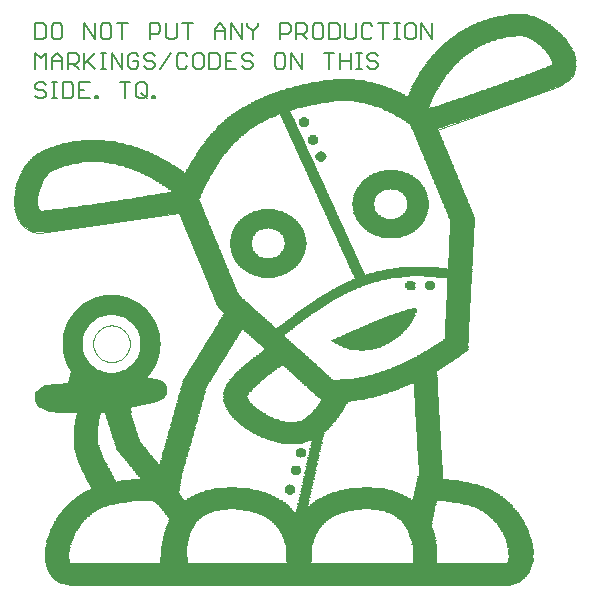
<source format=gto>
G75*
G70*
%OFA0B0*%
%FSLAX24Y24*%
%IPPOS*%
%LPD*%
%AMOC8*
5,1,8,0,0,1.08239X$1,22.5*
%
%ADD10C,0.0000*%
%ADD11R,0.0111X0.0022*%
%ADD12R,1.4941X0.0022*%
%ADD13R,1.5096X0.0022*%
%ADD14R,1.5207X0.0022*%
%ADD15R,1.5318X0.0022*%
%ADD16R,1.5407X0.0022*%
%ADD17R,1.5473X0.0022*%
%ADD18R,1.5540X0.0022*%
%ADD19R,1.5629X0.0022*%
%ADD20R,1.5673X0.0022*%
%ADD21R,1.5718X0.0022*%
%ADD22R,1.5762X0.0022*%
%ADD23R,1.5806X0.0022*%
%ADD24R,1.5851X0.0022*%
%ADD25R,1.5873X0.0022*%
%ADD26R,1.5895X0.0022*%
%ADD27R,1.5940X0.0022*%
%ADD28R,1.5984X0.0022*%
%ADD29R,1.6006X0.0022*%
%ADD30R,1.6028X0.0022*%
%ADD31R,1.6051X0.0022*%
%ADD32R,1.6073X0.0022*%
%ADD33R,1.6095X0.0022*%
%ADD34R,1.6117X0.0022*%
%ADD35R,1.6139X0.0022*%
%ADD36R,1.6162X0.0022*%
%ADD37R,1.6184X0.0022*%
%ADD38R,1.6206X0.0022*%
%ADD39R,1.6206X0.0022*%
%ADD40R,1.6228X0.0022*%
%ADD41R,0.0821X0.0022*%
%ADD42R,0.0910X0.0022*%
%ADD43R,0.0844X0.0022*%
%ADD44R,0.0844X0.0022*%
%ADD45R,0.0821X0.0022*%
%ADD46R,0.0910X0.0022*%
%ADD47R,0.0844X0.0022*%
%ADD48R,0.0799X0.0022*%
%ADD49R,0.0821X0.0022*%
%ADD50R,0.0888X0.0022*%
%ADD51R,0.0799X0.0022*%
%ADD52R,0.0888X0.0022*%
%ADD53R,0.0866X0.0022*%
%ADD54R,0.0866X0.0022*%
%ADD55R,0.0866X0.0022*%
%ADD56R,0.0932X0.0022*%
%ADD57R,0.0866X0.0022*%
%ADD58R,0.0932X0.0022*%
%ADD59R,0.0977X0.0022*%
%ADD60R,0.0888X0.0022*%
%ADD61R,0.1021X0.0022*%
%ADD62R,0.1066X0.0022*%
%ADD63R,0.0888X0.0022*%
%ADD64R,0.1066X0.0022*%
%ADD65R,0.1110X0.0022*%
%ADD66R,0.1154X0.0022*%
%ADD67R,0.1199X0.0022*%
%ADD68R,0.1243X0.0022*%
%ADD69R,0.1243X0.0022*%
%ADD70R,0.1288X0.0022*%
%ADD71R,0.1332X0.0022*%
%ADD72R,0.0910X0.0022*%
%ADD73R,0.1376X0.0022*%
%ADD74R,0.1421X0.0022*%
%ADD75R,0.1465X0.0022*%
%ADD76R,0.1510X0.0022*%
%ADD77R,0.1554X0.0022*%
%ADD78R,0.0955X0.0022*%
%ADD79R,0.1598X0.0022*%
%ADD80R,0.1643X0.0022*%
%ADD81R,0.1687X0.0022*%
%ADD82R,0.1732X0.0022*%
%ADD83R,0.0999X0.0022*%
%ADD84R,0.1776X0.0022*%
%ADD85R,0.0977X0.0022*%
%ADD86R,0.1820X0.0022*%
%ADD87R,0.0955X0.0022*%
%ADD88R,0.0977X0.0022*%
%ADD89R,0.1865X0.0022*%
%ADD90R,0.1043X0.0022*%
%ADD91R,0.0977X0.0022*%
%ADD92R,0.0955X0.0022*%
%ADD93R,0.1931X0.0022*%
%ADD94R,0.1088X0.0022*%
%ADD95R,0.1998X0.0022*%
%ADD96R,0.0999X0.0022*%
%ADD97R,0.2042X0.0022*%
%ADD98R,0.1132X0.0022*%
%ADD99R,0.2131X0.0022*%
%ADD100R,0.1177X0.0022*%
%ADD101R,0.2176X0.0022*%
%ADD102R,0.1221X0.0022*%
%ADD103R,0.1043X0.0022*%
%ADD104R,0.2264X0.0022*%
%ADD105R,0.1199X0.0022*%
%ADD106R,0.2353X0.0022*%
%ADD107R,0.1043X0.0022*%
%ADD108R,0.1043X0.0022*%
%ADD109R,0.1265X0.0022*%
%ADD110R,0.2442X0.0022*%
%ADD111R,0.1332X0.0022*%
%ADD112R,0.1310X0.0022*%
%ADD113R,0.2531X0.0022*%
%ADD114R,0.1354X0.0022*%
%ADD115R,0.1376X0.0022*%
%ADD116R,0.2642X0.0022*%
%ADD117R,0.2775X0.0022*%
%ADD118R,0.1088X0.0022*%
%ADD119R,0.1510X0.0022*%
%ADD120R,0.2908X0.0022*%
%ADD121R,0.1532X0.0022*%
%ADD122R,0.1399X0.0022*%
%ADD123R,0.1621X0.0022*%
%ADD124R,0.1465X0.0022*%
%ADD125R,0.1709X0.0022*%
%ADD126R,0.1132X0.0022*%
%ADD127R,0.1177X0.0022*%
%ADD128R,0.1665X0.0022*%
%ADD129R,0.1887X0.0022*%
%ADD130R,0.1177X0.0022*%
%ADD131R,0.2198X0.0022*%
%ADD132R,0.1887X0.0022*%
%ADD133R,0.2176X0.0022*%
%ADD134R,0.2131X0.0022*%
%ADD135R,0.1221X0.0022*%
%ADD136R,0.4351X0.0022*%
%ADD137R,0.4618X0.0022*%
%ADD138R,0.1221X0.0022*%
%ADD139R,0.4351X0.0022*%
%ADD140R,0.0355X0.0022*%
%ADD141R,0.4218X0.0022*%
%ADD142R,0.1399X0.0022*%
%ADD143R,0.4329X0.0022*%
%ADD144R,0.1443X0.0022*%
%ADD145R,0.4196X0.0022*%
%ADD146R,0.1554X0.0022*%
%ADD147R,0.4307X0.0022*%
%ADD148R,0.0377X0.0022*%
%ADD149R,0.4174X0.0022*%
%ADD150R,0.1598X0.0022*%
%ADD151R,0.4307X0.0022*%
%ADD152R,0.0377X0.0022*%
%ADD153R,0.4129X0.0022*%
%ADD154R,0.1754X0.0022*%
%ADD155R,0.4307X0.0022*%
%ADD156R,0.1798X0.0022*%
%ADD157R,0.1865X0.0022*%
%ADD158R,0.4329X0.0022*%
%ADD159R,0.4107X0.0022*%
%ADD160R,0.2020X0.0022*%
%ADD161R,0.4063X0.0022*%
%ADD162R,0.2264X0.0022*%
%ADD163R,0.3241X0.0022*%
%ADD164R,0.6371X0.0022*%
%ADD165R,0.3730X0.0022*%
%ADD166R,0.3175X0.0022*%
%ADD167R,0.6305X0.0022*%
%ADD168R,0.3685X0.0022*%
%ADD169R,0.3086X0.0022*%
%ADD170R,0.3108X0.0022*%
%ADD171R,0.3619X0.0022*%
%ADD172R,0.3041X0.0022*%
%ADD173R,0.0355X0.0022*%
%ADD174R,0.3041X0.0022*%
%ADD175R,0.3064X0.0022*%
%ADD176R,0.3574X0.0022*%
%ADD177R,0.2953X0.0022*%
%ADD178R,0.3019X0.0022*%
%ADD179R,0.3530X0.0022*%
%ADD180R,0.2886X0.0022*%
%ADD181R,0.2886X0.0022*%
%ADD182R,0.2997X0.0022*%
%ADD183R,0.3463X0.0022*%
%ADD184R,0.2797X0.0022*%
%ADD185R,0.2975X0.0022*%
%ADD186R,0.3441X0.0022*%
%ADD187R,0.2708X0.0022*%
%ADD188R,0.2708X0.0022*%
%ADD189R,0.2930X0.0022*%
%ADD190R,0.3397X0.0022*%
%ADD191R,0.2620X0.0022*%
%ADD192R,0.3330X0.0022*%
%ADD193R,0.2531X0.0022*%
%ADD194R,0.2864X0.0022*%
%ADD195R,0.3263X0.0022*%
%ADD196R,0.2442X0.0022*%
%ADD197R,0.0155X0.0022*%
%ADD198R,0.2420X0.0022*%
%ADD199R,0.2819X0.0022*%
%ADD200R,0.3241X0.0022*%
%ADD201R,0.2331X0.0022*%
%ADD202R,0.0222X0.0022*%
%ADD203R,0.0355X0.0022*%
%ADD204R,0.3197X0.0022*%
%ADD205R,0.2198X0.0022*%
%ADD206R,0.0289X0.0022*%
%ADD207R,0.0355X0.0022*%
%ADD208R,0.2731X0.0022*%
%ADD209R,0.3152X0.0022*%
%ADD210R,0.2087X0.0022*%
%ADD211R,0.0311X0.0022*%
%ADD212R,0.2686X0.0022*%
%ADD213R,0.3130X0.0022*%
%ADD214R,0.1954X0.0022*%
%ADD215R,0.0333X0.0022*%
%ADD216R,0.3041X0.0022*%
%ADD217R,0.2553X0.0022*%
%ADD218R,0.2509X0.0022*%
%ADD219R,0.2464X0.0022*%
%ADD220R,0.2398X0.0022*%
%ADD221R,0.2953X0.0022*%
%ADD222R,0.0333X0.0022*%
%ADD223R,0.0333X0.0022*%
%ADD224R,0.2353X0.0022*%
%ADD225R,0.0289X0.0022*%
%ADD226R,0.0244X0.0022*%
%ADD227R,0.2220X0.0022*%
%ADD228R,0.0178X0.0022*%
%ADD229R,0.2131X0.0022*%
%ADD230R,0.0022X0.0022*%
%ADD231R,0.2065X0.0022*%
%ADD232R,0.1754X0.0022*%
%ADD233R,0.3064X0.0022*%
%ADD234R,0.1643X0.0022*%
%ADD235R,0.2153X0.0022*%
%ADD236R,0.1443X0.0022*%
%ADD237R,0.0844X0.0022*%
%ADD238R,0.1487X0.0022*%
%ADD239R,0.0266X0.0022*%
%ADD240R,0.1576X0.0022*%
%ADD241R,0.1598X0.0022*%
%ADD242R,0.1643X0.0022*%
%ADD243R,0.1709X0.0022*%
%ADD244R,0.1732X0.0022*%
%ADD245R,0.0289X0.0022*%
%ADD246R,0.0377X0.0022*%
%ADD247R,0.1843X0.0022*%
%ADD248R,0.1843X0.0022*%
%ADD249R,0.1021X0.0022*%
%ADD250R,0.1021X0.0022*%
%ADD251R,0.0821X0.0022*%
%ADD252R,0.0333X0.0022*%
%ADD253R,0.1021X0.0022*%
%ADD254R,0.0311X0.0022*%
%ADD255R,0.0222X0.0022*%
%ADD256R,0.0488X0.0022*%
%ADD257R,0.0755X0.0022*%
%ADD258R,0.1887X0.0022*%
%ADD259R,0.1998X0.0022*%
%ADD260R,0.2065X0.0022*%
%ADD261R,0.2375X0.0022*%
%ADD262R,0.2398X0.0022*%
%ADD263R,0.0799X0.0022*%
%ADD264R,0.2597X0.0022*%
%ADD265R,0.2664X0.0022*%
%ADD266R,0.2930X0.0022*%
%ADD267R,0.3041X0.0022*%
%ADD268R,0.3064X0.0022*%
%ADD269R,0.3152X0.0022*%
%ADD270R,0.3197X0.0022*%
%ADD271R,0.1199X0.0022*%
%ADD272R,0.1354X0.0022*%
%ADD273R,0.1332X0.0022*%
%ADD274R,0.1066X0.0022*%
%ADD275R,0.1265X0.0022*%
%ADD276R,0.1221X0.0022*%
%ADD277R,0.1487X0.0022*%
%ADD278R,0.1976X0.0022*%
%ADD279R,0.2087X0.0022*%
%ADD280R,0.2287X0.0022*%
%ADD281R,0.2464X0.0022*%
%ADD282R,0.2753X0.0022*%
%ADD283R,0.2842X0.0022*%
%ADD284R,0.3064X0.0022*%
%ADD285R,0.0955X0.0022*%
%ADD286R,0.3152X0.0022*%
%ADD287R,0.3219X0.0022*%
%ADD288R,0.3286X0.0022*%
%ADD289R,0.3374X0.0022*%
%ADD290R,0.3552X0.0022*%
%ADD291R,0.3619X0.0022*%
%ADD292R,0.4507X0.0022*%
%ADD293R,0.4529X0.0022*%
%ADD294R,0.4551X0.0022*%
%ADD295R,0.4573X0.0022*%
%ADD296R,0.4595X0.0022*%
%ADD297R,0.2509X0.0022*%
%ADD298R,0.1132X0.0022*%
%ADD299R,0.1154X0.0022*%
%ADD300R,0.2420X0.0022*%
%ADD301R,0.1154X0.0022*%
%ADD302R,0.2331X0.0022*%
%ADD303R,0.2242X0.0022*%
%ADD304R,0.1154X0.0022*%
%ADD305R,0.1798X0.0022*%
%ADD306R,0.0932X0.0022*%
%ADD307R,0.1243X0.0022*%
%ADD308R,0.1687X0.0022*%
%ADD309R,0.1643X0.0022*%
%ADD310R,0.1598X0.0022*%
%ADD311R,0.2420X0.0022*%
%ADD312R,0.2375X0.0022*%
%ADD313R,0.2309X0.0022*%
%ADD314R,0.1998X0.0022*%
%ADD315R,0.1954X0.0022*%
%ADD316R,0.1443X0.0022*%
%ADD317R,0.1621X0.0022*%
%ADD318R,0.1421X0.0022*%
%ADD319R,0.1399X0.0022*%
%ADD320R,0.0622X0.0022*%
%ADD321R,0.1132X0.0022*%
%ADD322R,0.1310X0.0022*%
%ADD323R,0.0932X0.0022*%
%ADD324R,0.1776X0.0022*%
%ADD325R,0.0999X0.0022*%
%ADD326R,0.1909X0.0022*%
%ADD327R,0.1976X0.0022*%
%ADD328R,0.1909X0.0022*%
%ADD329R,0.1376X0.0022*%
%ADD330R,0.1820X0.0022*%
%ADD331R,0.1510X0.0022*%
%ADD332R,0.1554X0.0022*%
%ADD333R,0.0555X0.0022*%
%ADD334R,0.1931X0.0022*%
%ADD335R,0.0555X0.0022*%
%ADD336R,0.1532X0.0022*%
%ADD337R,0.1843X0.0022*%
%ADD338R,0.1820X0.0022*%
%ADD339R,0.1776X0.0022*%
%ADD340R,0.1310X0.0022*%
%ADD341R,0.1621X0.0022*%
%ADD342R,0.1576X0.0022*%
%ADD343R,0.1532X0.0022*%
%ADD344R,0.0577X0.0022*%
%ADD345R,0.1265X0.0022*%
%ADD346R,0.0755X0.0022*%
%ADD347R,0.0577X0.0022*%
%ADD348R,0.0688X0.0022*%
%ADD349R,0.0511X0.0022*%
%ADD350R,0.0577X0.0022*%
%ADD351R,0.0444X0.0022*%
%ADD352R,0.0599X0.0022*%
%ADD353R,0.0311X0.0022*%
%ADD354R,0.0599X0.0022*%
%ADD355R,0.0133X0.0022*%
%ADD356R,0.0599X0.0022*%
%ADD357R,0.1110X0.0022*%
%ADD358R,0.0622X0.0022*%
%ADD359R,0.0622X0.0022*%
%ADD360R,0.0644X0.0022*%
%ADD361R,0.0644X0.0022*%
%ADD362R,0.0666X0.0022*%
%ADD363R,0.0666X0.0022*%
%ADD364R,0.0688X0.0022*%
%ADD365R,0.0688X0.0022*%
%ADD366R,0.0710X0.0022*%
%ADD367R,0.0733X0.0022*%
%ADD368R,0.0222X0.0022*%
%ADD369R,0.0311X0.0022*%
%ADD370R,0.0777X0.0022*%
%ADD371R,0.0777X0.0022*%
%ADD372R,0.0266X0.0022*%
%ADD373R,0.0155X0.0022*%
%ADD374R,0.0466X0.0022*%
%ADD375R,0.1576X0.0022*%
%ADD376R,0.3929X0.0022*%
%ADD377R,0.3508X0.0022*%
%ADD378R,0.3419X0.0022*%
%ADD379R,0.0400X0.0022*%
%ADD380R,0.3352X0.0022*%
%ADD381R,0.3263X0.0022*%
%ADD382R,0.3197X0.0022*%
%ADD383R,0.3108X0.0022*%
%ADD384R,0.0400X0.0022*%
%ADD385R,0.2109X0.0022*%
%ADD386R,0.2198X0.0022*%
%ADD387R,0.2242X0.0022*%
%ADD388R,0.0400X0.0022*%
%ADD389R,0.0733X0.0022*%
%ADD390R,0.0733X0.0022*%
%ADD391R,0.0733X0.0022*%
%ADD392R,0.0799X0.0022*%
%ADD393R,0.0710X0.0022*%
%ADD394R,0.0710X0.0022*%
%ADD395R,0.0377X0.0022*%
%ADD396R,0.0466X0.0022*%
%ADD397R,0.0266X0.0022*%
%ADD398R,0.2176X0.0022*%
%ADD399R,0.1931X0.0022*%
%ADD400R,0.2353X0.0022*%
%ADD401R,0.3019X0.0022*%
%ADD402R,0.3530X0.0022*%
%ADD403R,0.3841X0.0022*%
%ADD404R,0.4018X0.0022*%
%ADD405R,0.4151X0.0022*%
%ADD406R,0.4440X0.0022*%
%ADD407R,0.4729X0.0022*%
%ADD408R,0.4884X0.0022*%
%ADD409R,0.5039X0.0022*%
%ADD410R,0.5173X0.0022*%
%ADD411R,0.5306X0.0022*%
%ADD412R,0.6283X0.0022*%
%ADD413R,0.0755X0.0022*%
%ADD414R,0.5039X0.0022*%
%ADD415R,0.0466X0.0022*%
%ADD416R,0.4840X0.0022*%
%ADD417R,0.4640X0.0022*%
%ADD418R,0.4484X0.0022*%
%ADD419R,0.4129X0.0022*%
%ADD420R,0.3974X0.0022*%
%ADD421R,0.3796X0.0022*%
%ADD422R,0.3641X0.0022*%
%ADD423R,0.3175X0.0022*%
%ADD424R,0.2287X0.0022*%
%ADD425R,0.2153X0.0022*%
%ADD426R,0.2042X0.0022*%
%ADD427R,0.1288X0.0022*%
%ADD428R,0.0400X0.0022*%
%ADD429R,0.1976X0.0022*%
%ADD430R,0.2087X0.0022*%
%ADD431R,0.2198X0.0022*%
%ADD432R,0.2309X0.0022*%
%ADD433R,0.0466X0.0022*%
%ADD434R,0.0111X0.0022*%
%ADD435R,0.0200X0.0022*%
%ADD436R,0.4484X0.0022*%
%ADD437R,0.4418X0.0022*%
%ADD438R,0.4285X0.0022*%
%ADD439R,0.4240X0.0022*%
%ADD440R,0.4174X0.0022*%
%ADD441R,0.4085X0.0022*%
%ADD442R,0.3929X0.0022*%
%ADD443R,0.3774X0.0022*%
%ADD444R,0.3596X0.0022*%
%ADD445R,0.0067X0.0022*%
%ADD446R,0.3485X0.0022*%
%ADD447R,0.3397X0.0022*%
%ADD448R,0.2664X0.0022*%
%ADD449R,0.1243X0.0022*%
%ADD450R,0.0178X0.0022*%
%ADD451R,0.1354X0.0022*%
%ADD452R,0.1931X0.0022*%
%ADD453R,0.2664X0.0022*%
%ADD454R,0.2864X0.0022*%
%ADD455R,0.3286X0.0022*%
%ADD456R,0.3641X0.0022*%
%ADD457R,0.3752X0.0022*%
%ADD458R,0.3863X0.0022*%
%ADD459R,0.2287X0.0022*%
%ADD460R,0.5883X0.0022*%
%ADD461R,0.5861X0.0022*%
%ADD462R,0.5794X0.0022*%
%ADD463R,0.5750X0.0022*%
%ADD464R,0.5728X0.0022*%
%ADD465R,0.5683X0.0022*%
%ADD466R,0.5661X0.0022*%
%ADD467R,0.5617X0.0022*%
%ADD468R,0.4618X0.0022*%
%ADD469R,0.4329X0.0022*%
%ADD470R,0.2220X0.0022*%
%ADD471R,0.3974X0.0022*%
%ADD472R,0.3619X0.0022*%
%ADD473R,0.3352X0.0022*%
%ADD474R,0.2153X0.0022*%
%ADD475R,0.2442X0.0022*%
%ADD476R,0.2087X0.0022*%
%ADD477R,0.2042X0.0022*%
%ADD478R,0.1709X0.0022*%
%ADD479R,0.0999X0.0022*%
%ADD480R,0.1066X0.0022*%
%ADD481R,0.1732X0.0022*%
%ADD482R,0.3552X0.0022*%
%ADD483R,0.3441X0.0022*%
%ADD484R,0.3397X0.0022*%
%ADD485R,0.3308X0.0022*%
%ADD486R,0.2797X0.0022*%
%ADD487R,0.2731X0.0022*%
%ADD488R,0.2642X0.0022*%
%ADD489R,0.2575X0.0022*%
%ADD490C,0.0060*%
%ADD491C,0.0650*%
%ADD492C,0.0001*%
D10*
X001382Y000617D02*
X001342Y000762D01*
X001315Y000858D01*
X001302Y000906D01*
X001299Y001092D01*
X001296Y001216D01*
X001295Y001278D01*
X001329Y001461D01*
X001352Y001583D01*
X001363Y001644D01*
X001427Y001821D01*
X001469Y001939D01*
X001491Y001998D01*
X001580Y002165D01*
X001640Y002277D01*
X001670Y002333D01*
X001784Y002488D01*
X001859Y002592D01*
X001897Y002643D01*
X002035Y002782D01*
X002126Y002875D01*
X002172Y002921D01*
X002331Y003039D01*
X002438Y003118D01*
X002491Y003157D01*
X002670Y003250D01*
X002789Y003311D01*
X002849Y003342D01*
X002774Y003482D01*
X002724Y003576D01*
X002698Y003623D01*
X002626Y003764D01*
X002578Y003858D01*
X002554Y003905D01*
X002487Y004049D01*
X002442Y004145D01*
X002420Y004192D01*
X002363Y004361D01*
X002325Y004474D01*
X002306Y004530D01*
X002278Y004705D01*
X002259Y004821D01*
X002249Y004879D01*
X002246Y005056D01*
X002245Y005174D01*
X002244Y005232D01*
X002264Y005408D01*
X002277Y005525D01*
X002283Y005584D01*
X002320Y005757D01*
X002345Y005873D01*
X002357Y005931D01*
X002323Y005931D01*
X002045Y005940D01*
X001760Y005946D01*
X001717Y005950D01*
X001591Y005968D01*
X001507Y005981D01*
X001464Y005987D01*
X001300Y006042D01*
X001190Y006079D01*
X001078Y006158D01*
X001028Y006248D01*
X000988Y006338D01*
X000988Y006448D01*
X001048Y006573D01*
X001158Y006668D01*
X001313Y006738D01*
X001548Y006788D01*
X002108Y006838D01*
X002258Y007468D01*
X002168Y007268D02*
X004958Y007008D01*
X005148Y006938D01*
X005268Y006848D01*
X005328Y006728D01*
X005328Y006518D01*
X005218Y006388D01*
X005008Y006278D01*
X004098Y006078D01*
X004148Y005908D01*
X001978Y005888D01*
X001448Y005928D01*
X001068Y006098D01*
X000948Y006308D01*
X000958Y006548D01*
X001268Y006788D01*
X002068Y006858D01*
X002168Y007268D01*
X002258Y007468D02*
X002221Y007533D01*
X002188Y007600D01*
X002158Y007669D01*
X002132Y007739D01*
X002110Y007810D01*
X002092Y007883D01*
X002077Y007956D01*
X002066Y008030D01*
X002060Y008104D01*
X002057Y008179D01*
X002058Y008254D01*
X002064Y008328D01*
X002073Y008403D01*
X002086Y008476D01*
X002103Y008549D01*
X002124Y008621D01*
X002148Y008691D01*
X002176Y008761D01*
X002208Y008828D01*
X002244Y008894D01*
X002283Y008958D01*
X002325Y009020D01*
X002371Y009079D01*
X002419Y009136D01*
X002471Y009190D01*
X002525Y009241D01*
X002582Y009290D01*
X002641Y009335D01*
X002703Y009377D01*
X002767Y009416D01*
X002833Y009451D01*
X002901Y009483D01*
X002970Y009511D01*
X003041Y009536D01*
X003112Y009556D01*
X003185Y009573D01*
X003259Y009586D01*
X003333Y009595D01*
X003408Y009600D01*
X003483Y009601D01*
X003557Y009598D01*
X003632Y009591D01*
X003706Y009580D01*
X003779Y009566D01*
X003851Y009547D01*
X003923Y009525D01*
X003993Y009498D01*
X004061Y009468D01*
X004128Y009435D01*
X004193Y009398D01*
X004256Y009358D01*
X004317Y009314D01*
X004375Y009267D01*
X004431Y009217D01*
X004484Y009165D01*
X004534Y009109D01*
X004581Y009051D01*
X004625Y008991D01*
X004666Y008928D01*
X004703Y008863D01*
X004737Y008797D01*
X004767Y008728D01*
X004794Y008658D01*
X004817Y008587D01*
X004836Y008515D01*
X004851Y008442D01*
X004862Y008368D01*
X004869Y008293D01*
X004873Y008219D01*
X004872Y008144D01*
X004868Y008069D01*
X004859Y007995D01*
X004847Y007921D01*
X004830Y007848D01*
X004810Y007776D01*
X004786Y007706D01*
X004758Y007636D01*
X004727Y007568D01*
X004692Y007502D01*
X004654Y007438D01*
X004612Y007376D01*
X004567Y007316D01*
X004519Y007259D01*
X004468Y007204D01*
X004414Y007153D01*
X004357Y007104D01*
X004298Y007058D01*
X004308Y006968D01*
X004823Y006978D01*
X005008Y006958D01*
X005083Y006918D01*
X005173Y006878D01*
X005258Y006798D01*
X005298Y006688D01*
X005298Y006568D01*
X005258Y006468D01*
X005188Y006398D01*
X005068Y006328D01*
X004918Y006278D01*
X004538Y006198D01*
X004078Y006108D01*
X004058Y006078D01*
X004418Y004938D01*
X005068Y004128D01*
X005128Y004128D01*
X005908Y006958D01*
X006678Y008198D01*
X007288Y009178D01*
X007048Y009408D01*
X005758Y012538D01*
X001118Y011878D01*
X001098Y011878D01*
X000868Y011898D01*
X000588Y012068D01*
X000398Y012308D01*
X000288Y012588D01*
X000258Y012888D01*
X000288Y013218D01*
X000368Y013538D01*
X000428Y013698D01*
X000498Y013848D01*
X000678Y014138D01*
X000918Y014388D01*
X001218Y014568D01*
X001618Y014728D01*
X002028Y014838D01*
X002448Y014908D01*
X002868Y014928D01*
X002918Y014928D01*
X003308Y014908D01*
X003728Y014848D01*
X004128Y014748D01*
X004518Y014618D01*
X004888Y014468D01*
X005258Y014278D01*
X005608Y014068D01*
X005948Y013838D01*
X008108Y011468D02*
X008110Y011517D01*
X008116Y011566D01*
X008126Y011614D01*
X008139Y011661D01*
X008157Y011707D01*
X008178Y011751D01*
X008202Y011794D01*
X008230Y011834D01*
X008261Y011873D01*
X008295Y011908D01*
X008332Y011941D01*
X008371Y011970D01*
X008413Y011996D01*
X008456Y012019D01*
X008502Y012038D01*
X008548Y012054D01*
X008596Y012066D01*
X008644Y012074D01*
X008693Y012078D01*
X008743Y012078D01*
X008792Y012074D01*
X008840Y012066D01*
X008888Y012054D01*
X008934Y012038D01*
X008980Y012019D01*
X009023Y011996D01*
X009065Y011970D01*
X009104Y011941D01*
X009141Y011908D01*
X009175Y011873D01*
X009206Y011834D01*
X009234Y011794D01*
X009258Y011751D01*
X009279Y011707D01*
X009297Y011661D01*
X009310Y011614D01*
X009320Y011566D01*
X009326Y011517D01*
X009328Y011468D01*
X009326Y011419D01*
X009320Y011370D01*
X009310Y011322D01*
X009297Y011275D01*
X009279Y011229D01*
X009258Y011185D01*
X009234Y011142D01*
X009206Y011102D01*
X009175Y011063D01*
X009141Y011028D01*
X009104Y010995D01*
X009065Y010966D01*
X009023Y010940D01*
X008980Y010917D01*
X008934Y010898D01*
X008888Y010882D01*
X008840Y010870D01*
X008792Y010862D01*
X008743Y010858D01*
X008693Y010858D01*
X008644Y010862D01*
X008596Y010870D01*
X008548Y010882D01*
X008502Y010898D01*
X008456Y010917D01*
X008413Y010940D01*
X008371Y010966D01*
X008332Y010995D01*
X008295Y011028D01*
X008261Y011063D01*
X008230Y011102D01*
X008202Y011142D01*
X008178Y011185D01*
X008157Y011229D01*
X008139Y011275D01*
X008126Y011322D01*
X008116Y011370D01*
X008110Y011419D01*
X008108Y011468D01*
X005948Y013838D02*
X006084Y014082D01*
X006232Y014319D01*
X006391Y014549D01*
X006561Y014770D01*
X006741Y014983D01*
X006932Y015187D01*
X007133Y015382D01*
X007342Y015566D01*
X007561Y015740D01*
X007787Y015903D01*
X008022Y016055D01*
X008263Y016196D01*
X008511Y016324D01*
X008765Y016440D01*
X009024Y016544D01*
X009288Y016635D01*
X009557Y016713D01*
X009828Y016778D01*
X010103Y016830D01*
X010379Y016868D01*
X010657Y016892D01*
X010937Y016903D01*
X011216Y016901D01*
X011495Y016885D01*
X011772Y016855D01*
X012048Y016812D01*
X012322Y016755D01*
X012592Y016685D01*
X012859Y016603D01*
X013121Y016507D01*
X013378Y016398D01*
X013373Y016398D02*
X013768Y017138D01*
X014103Y017623D01*
X014388Y017953D01*
X014608Y018163D01*
X015078Y018513D01*
X015408Y018708D01*
X015798Y018878D01*
X016188Y019003D01*
X016583Y019088D01*
X017018Y019133D01*
X017168Y019133D01*
X017458Y019093D01*
X017748Y018988D01*
X018118Y018773D01*
X018368Y018573D01*
X018613Y018308D01*
X018803Y018038D01*
X018948Y017703D01*
X018958Y017323D01*
X018873Y017098D01*
X018763Y016963D01*
X018588Y016858D01*
X018448Y016768D01*
X014358Y015308D01*
X015578Y012378D01*
X015368Y007968D01*
X014328Y007268D01*
X014528Y003798D01*
X014508Y003678D01*
X014508Y003658D01*
X014809Y003625D01*
X014870Y003619D01*
X015052Y003590D01*
X015174Y003570D01*
X015234Y003561D01*
X015414Y003523D01*
X015534Y003497D01*
X015594Y003484D01*
X015789Y003421D01*
X015919Y003379D01*
X015984Y003358D01*
X016164Y003264D01*
X016283Y003202D01*
X016343Y003171D01*
X016502Y003051D01*
X016608Y002971D01*
X016661Y002932D01*
X016798Y002791D01*
X016889Y002698D01*
X016934Y002651D01*
X017048Y002495D01*
X017123Y002391D01*
X017161Y002339D01*
X017250Y002170D01*
X017310Y002058D01*
X017340Y002002D01*
X017403Y001824D01*
X017446Y001706D01*
X017467Y001647D01*
X017501Y001463D01*
X017524Y001340D01*
X017535Y001279D01*
X017533Y001093D01*
X017531Y000968D01*
X017530Y000906D01*
X017463Y000721D01*
X017419Y000597D01*
X017397Y000535D01*
X017250Y000392D01*
X017152Y000297D01*
X017103Y000250D01*
X016899Y000189D01*
X016762Y000148D01*
X016718Y000138D01*
X002158Y000138D01*
X001993Y000173D01*
X001885Y000191D01*
X001831Y000200D01*
X001694Y000283D01*
X001603Y000338D01*
X001558Y000366D01*
X001470Y000492D01*
X001411Y000575D01*
X001382Y000617D01*
X002894Y008177D02*
X002896Y008226D01*
X002902Y008275D01*
X002912Y008323D01*
X002925Y008370D01*
X002943Y008416D01*
X002964Y008460D01*
X002988Y008503D01*
X003016Y008543D01*
X003047Y008582D01*
X003081Y008617D01*
X003118Y008650D01*
X003157Y008679D01*
X003199Y008705D01*
X003242Y008728D01*
X003288Y008747D01*
X003334Y008763D01*
X003382Y008775D01*
X003430Y008783D01*
X003479Y008787D01*
X003529Y008787D01*
X003578Y008783D01*
X003626Y008775D01*
X003674Y008763D01*
X003720Y008747D01*
X003766Y008728D01*
X003809Y008705D01*
X003851Y008679D01*
X003890Y008650D01*
X003927Y008617D01*
X003961Y008582D01*
X003992Y008543D01*
X004020Y008503D01*
X004044Y008460D01*
X004065Y008416D01*
X004083Y008370D01*
X004096Y008323D01*
X004106Y008275D01*
X004112Y008226D01*
X004114Y008177D01*
X004112Y008128D01*
X004106Y008079D01*
X004096Y008031D01*
X004083Y007984D01*
X004065Y007938D01*
X004044Y007894D01*
X004020Y007851D01*
X003992Y007811D01*
X003961Y007772D01*
X003927Y007737D01*
X003890Y007704D01*
X003851Y007675D01*
X003809Y007649D01*
X003766Y007626D01*
X003720Y007607D01*
X003674Y007591D01*
X003626Y007579D01*
X003578Y007571D01*
X003529Y007567D01*
X003479Y007567D01*
X003430Y007571D01*
X003382Y007579D01*
X003334Y007591D01*
X003288Y007607D01*
X003242Y007626D01*
X003199Y007649D01*
X003157Y007675D01*
X003118Y007704D01*
X003081Y007737D01*
X003047Y007772D01*
X003016Y007811D01*
X002988Y007851D01*
X002964Y007894D01*
X002943Y007938D01*
X002925Y007984D01*
X002912Y008031D01*
X002902Y008079D01*
X002896Y008128D01*
X002894Y008177D01*
X012188Y012828D02*
X012190Y012877D01*
X012196Y012926D01*
X012206Y012974D01*
X012219Y013021D01*
X012237Y013067D01*
X012258Y013111D01*
X012282Y013154D01*
X012310Y013194D01*
X012341Y013233D01*
X012375Y013268D01*
X012412Y013301D01*
X012451Y013330D01*
X012493Y013356D01*
X012536Y013379D01*
X012582Y013398D01*
X012628Y013414D01*
X012676Y013426D01*
X012724Y013434D01*
X012773Y013438D01*
X012823Y013438D01*
X012872Y013434D01*
X012920Y013426D01*
X012968Y013414D01*
X013014Y013398D01*
X013060Y013379D01*
X013103Y013356D01*
X013145Y013330D01*
X013184Y013301D01*
X013221Y013268D01*
X013255Y013233D01*
X013286Y013194D01*
X013314Y013154D01*
X013338Y013111D01*
X013359Y013067D01*
X013377Y013021D01*
X013390Y012974D01*
X013400Y012926D01*
X013406Y012877D01*
X013408Y012828D01*
X013406Y012779D01*
X013400Y012730D01*
X013390Y012682D01*
X013377Y012635D01*
X013359Y012589D01*
X013338Y012545D01*
X013314Y012502D01*
X013286Y012462D01*
X013255Y012423D01*
X013221Y012388D01*
X013184Y012355D01*
X013145Y012326D01*
X013103Y012300D01*
X013060Y012277D01*
X013014Y012258D01*
X012968Y012242D01*
X012920Y012230D01*
X012872Y012222D01*
X012823Y012218D01*
X012773Y012218D01*
X012724Y012222D01*
X012676Y012230D01*
X012628Y012242D01*
X012582Y012258D01*
X012536Y012277D01*
X012493Y012300D01*
X012451Y012326D01*
X012412Y012355D01*
X012375Y012388D01*
X012341Y012423D01*
X012310Y012462D01*
X012282Y012502D01*
X012258Y012545D01*
X012237Y012589D01*
X012219Y012635D01*
X012206Y012682D01*
X012196Y012730D01*
X012190Y012779D01*
X012188Y012828D01*
X014508Y003680D02*
X014503Y003656D01*
D11*
X016785Y000121D03*
D12*
X009459Y000144D03*
D13*
X009448Y000166D03*
D14*
X009437Y000188D03*
D15*
X009426Y000210D03*
D16*
X009426Y000232D03*
D17*
X009437Y000255D03*
D18*
X009426Y000277D03*
D19*
X009426Y000299D03*
D20*
X009426Y000321D03*
D21*
X009426Y000343D03*
D22*
X009426Y000366D03*
D23*
X009426Y000388D03*
D24*
X009426Y000410D03*
D25*
X009437Y000432D03*
D26*
X009426Y000454D03*
D27*
X009426Y000477D03*
D28*
X009426Y000499D03*
D29*
X009437Y000521D03*
D30*
X009426Y000543D03*
D31*
X009437Y000565D03*
D32*
X009426Y000588D03*
D33*
X009437Y000610D03*
D34*
X009426Y000632D03*
D35*
X009437Y000654D03*
D36*
X009426Y000676D03*
X009426Y000699D03*
D37*
X009437Y000721D03*
X009437Y000743D03*
D38*
X009426Y000765D03*
D39*
X009426Y000787D03*
D40*
X009437Y000810D03*
X009437Y000832D03*
D41*
X009748Y000854D03*
X009748Y000876D03*
X005597Y004362D03*
X005619Y004450D03*
X005641Y004539D03*
X005663Y004606D03*
X005686Y004695D03*
X005774Y005005D03*
X005796Y005094D03*
X005819Y005161D03*
X005841Y005250D03*
X005863Y005316D03*
X005974Y005716D03*
X005996Y005805D03*
X006019Y005893D03*
X006152Y006360D03*
X006174Y006448D03*
X006218Y006604D03*
X007639Y006448D03*
X007639Y006426D03*
X007639Y006360D03*
X007639Y006337D03*
X011569Y010111D03*
X012812Y011732D03*
X013611Y012442D03*
X012812Y013885D03*
X015121Y010822D03*
X015121Y010800D03*
X015121Y010777D03*
X015121Y010733D03*
X015121Y010711D03*
X015121Y010689D03*
X015121Y010666D03*
X015098Y010333D03*
X015098Y010311D03*
X015098Y010289D03*
X015098Y010267D03*
X015098Y010245D03*
X015098Y010222D03*
X015098Y010178D03*
X015098Y010156D03*
X015098Y010134D03*
X015098Y010111D03*
X015098Y010089D03*
X015076Y009889D03*
X015076Y009867D03*
X015076Y009823D03*
X015076Y009801D03*
X015076Y009778D03*
X015076Y009756D03*
X015076Y009734D03*
X015076Y009712D03*
X015076Y009690D03*
X015076Y009667D03*
X015076Y009623D03*
X015054Y009423D03*
X015054Y009401D03*
X015054Y009379D03*
X015054Y009357D03*
X015054Y009334D03*
X015054Y009312D03*
X015054Y009268D03*
X015054Y009246D03*
X015054Y009223D03*
X015054Y009201D03*
X015054Y009179D03*
X015054Y009157D03*
X015032Y008957D03*
X015032Y008935D03*
X015032Y008890D03*
X015032Y008868D03*
X015032Y008846D03*
X015032Y008824D03*
X015032Y008802D03*
X015032Y008779D03*
X015032Y008757D03*
X015032Y008713D03*
X015032Y008691D03*
X015032Y008668D03*
X013744Y010711D03*
X013988Y006737D03*
X013988Y006715D03*
X013988Y006670D03*
X013988Y006648D03*
X013988Y006626D03*
X013988Y006604D03*
X013988Y006582D03*
X013988Y006559D03*
X013988Y006537D03*
X013988Y006493D03*
X014011Y006360D03*
X014011Y006337D03*
X014011Y006293D03*
X014011Y006271D03*
X014011Y006249D03*
X014011Y006226D03*
X014011Y006204D03*
X014011Y006182D03*
X014011Y006160D03*
X014011Y006115D03*
X014099Y004828D03*
X014099Y004806D03*
X014099Y004783D03*
X014099Y004761D03*
X014099Y004739D03*
X014099Y004717D03*
X014099Y004695D03*
X014099Y004672D03*
X014099Y004628D03*
X014099Y004606D03*
X014099Y004584D03*
X014121Y004450D03*
X014121Y004428D03*
X014121Y004406D03*
X014121Y004384D03*
X014121Y004362D03*
X014121Y004339D03*
X014121Y004317D03*
X014121Y004273D03*
X014121Y004251D03*
X014121Y004228D03*
X014121Y004206D03*
X014144Y004073D03*
X014144Y004051D03*
X014144Y004029D03*
X014144Y004006D03*
X014144Y003984D03*
X014144Y003962D03*
X014144Y003940D03*
X014144Y003895D03*
X014144Y003873D03*
X014144Y003851D03*
X014144Y003829D03*
X014144Y003807D03*
X014144Y003784D03*
X014144Y003762D03*
X014121Y003696D03*
X014121Y003673D03*
X013922Y001564D03*
X013922Y001542D03*
X013922Y001498D03*
X013944Y001453D03*
X013944Y001431D03*
X013944Y001409D03*
X013944Y001387D03*
X013944Y001365D03*
X013944Y001342D03*
X013966Y001231D03*
X013966Y001209D03*
X013966Y001187D03*
X013966Y001165D03*
X013966Y001120D03*
X013966Y001098D03*
X013966Y001076D03*
X013966Y001054D03*
X013966Y001032D03*
X013966Y001009D03*
X013966Y000987D03*
X013966Y000943D03*
X013966Y000921D03*
X013966Y000898D03*
X013966Y000876D03*
X013966Y000854D03*
X017141Y001342D03*
X002711Y005671D03*
X002711Y005694D03*
X002689Y005560D03*
X002689Y005538D03*
X002666Y005383D03*
X002666Y005361D03*
X002666Y004961D03*
X002666Y004939D03*
X002666Y004917D03*
X002666Y004894D03*
X002666Y004872D03*
X002666Y004828D03*
X002666Y004806D03*
X002689Y004761D03*
X002689Y004739D03*
X002689Y004717D03*
X001756Y001498D03*
X001734Y001431D03*
X001734Y001409D03*
X001734Y001387D03*
X001712Y001342D03*
X001712Y001298D03*
X001712Y001276D03*
X001712Y001254D03*
X001712Y001231D03*
X001712Y000943D03*
X001712Y000921D03*
X001712Y000898D03*
X001712Y000876D03*
X001734Y000854D03*
X000691Y012664D03*
X000691Y012687D03*
X000691Y012709D03*
X000691Y012731D03*
X000668Y012753D03*
X000668Y012775D03*
X000668Y012820D03*
X000668Y012842D03*
X000668Y012864D03*
X000668Y012886D03*
X000668Y012909D03*
X000668Y012931D03*
X000668Y012953D03*
X000668Y012997D03*
X000668Y013020D03*
X000668Y013042D03*
X000668Y013064D03*
X000691Y013131D03*
X000691Y013153D03*
X000691Y013197D03*
X000691Y013219D03*
X018584Y017460D03*
X018584Y017482D03*
X018584Y017504D03*
X018584Y017526D03*
X018584Y017548D03*
X018584Y017571D03*
X018561Y017637D03*
D42*
X018473Y017837D03*
X018473Y017859D03*
X018450Y017881D03*
X014099Y016949D03*
X014077Y016905D03*
X014055Y016882D03*
X014033Y016838D03*
X014010Y016794D03*
X013988Y016771D03*
X013988Y016749D03*
X013922Y016638D03*
X009459Y011932D03*
X007350Y009734D03*
X007373Y009712D03*
X007239Y008380D03*
X007128Y008202D03*
X006951Y007914D03*
X006662Y007447D03*
X006596Y007336D03*
X006485Y007159D03*
X006418Y007048D03*
X006351Y006937D03*
X006351Y006915D03*
X006329Y006892D03*
X007706Y006604D03*
X007706Y006582D03*
X007728Y006626D03*
X007706Y006182D03*
X007728Y006160D03*
X004087Y004806D03*
X004065Y004828D03*
X002888Y004162D03*
X002910Y004117D03*
X002933Y004051D03*
X002955Y004006D03*
X002977Y003984D03*
X002977Y003962D03*
X002999Y003940D03*
X003021Y003895D03*
X003021Y003873D03*
X003066Y003807D03*
X003066Y003784D03*
X003088Y003762D03*
X003110Y003718D03*
X003110Y003696D03*
X003132Y003673D03*
X003132Y003651D03*
X003155Y003629D03*
X003155Y003607D03*
X003177Y003585D03*
X002022Y002119D03*
X001978Y002053D03*
X001978Y002031D03*
X001956Y002008D03*
X001911Y001920D03*
X005597Y001032D03*
X005597Y001009D03*
X005597Y000987D03*
X005597Y000943D03*
X005597Y000921D03*
X005597Y000898D03*
X005597Y000876D03*
X005597Y000854D03*
X005752Y001986D03*
X005774Y002031D03*
X005774Y002053D03*
X013167Y009068D03*
X006440Y013885D03*
X006418Y013863D03*
X006462Y013930D03*
X006462Y013952D03*
X006485Y013974D03*
X006507Y013996D03*
X006507Y014019D03*
X006529Y014041D03*
X001268Y011932D03*
X000912Y013752D03*
X000912Y013774D03*
X013722Y002119D03*
X013722Y002097D03*
X016941Y001942D03*
X016941Y001920D03*
X016963Y001897D03*
D43*
X017085Y001564D03*
X017107Y001498D03*
X017107Y001476D03*
X017130Y001431D03*
X017130Y001409D03*
X017130Y001387D03*
X017130Y001365D03*
X017130Y000876D03*
X017130Y000854D03*
X014110Y003651D03*
X014133Y003718D03*
X013933Y001476D03*
X007650Y006293D03*
X007650Y006471D03*
X007650Y006493D03*
X006229Y006626D03*
X006229Y006648D03*
X006229Y006670D03*
X006207Y006582D03*
X006207Y006559D03*
X006207Y006537D03*
X006185Y006493D03*
X006185Y006471D03*
X006163Y006426D03*
X006163Y006404D03*
X006163Y006382D03*
X006030Y005938D03*
X006030Y005916D03*
X006007Y005871D03*
X006007Y005849D03*
X006007Y005827D03*
X005985Y005782D03*
X005985Y005738D03*
X005852Y005294D03*
X005852Y005272D03*
X005830Y005227D03*
X005830Y005183D03*
X005808Y005139D03*
X005808Y005116D03*
X005785Y005072D03*
X005785Y005050D03*
X005674Y004672D03*
X005674Y004628D03*
X005652Y004584D03*
X005652Y004561D03*
X005630Y004517D03*
X005630Y004495D03*
X005608Y004428D03*
X005608Y004406D03*
X005608Y004384D03*
X004009Y004939D03*
X004009Y004961D03*
X003987Y004983D03*
X003987Y005005D03*
X003965Y005050D03*
X003965Y005072D03*
X003965Y005094D03*
X003943Y005116D03*
X003943Y005139D03*
X003943Y005161D03*
X003810Y005538D03*
X003810Y005560D03*
X003787Y005605D03*
X003787Y005627D03*
X003787Y005649D03*
X003765Y005671D03*
X003765Y005694D03*
X003765Y005716D03*
X002700Y004695D03*
X002700Y004672D03*
X002700Y004628D03*
X002677Y004783D03*
X001789Y001631D03*
X001789Y001609D03*
X001767Y001587D03*
X001767Y001564D03*
X001767Y001542D03*
X001745Y001476D03*
X001745Y001453D03*
X001723Y001365D03*
X006918Y010733D03*
X006762Y011110D03*
X006540Y011643D03*
X006385Y012021D03*
X006229Y012398D03*
X009493Y011887D03*
X009493Y011110D03*
X013578Y013197D03*
X018573Y017593D03*
X018550Y017659D03*
X018550Y017682D03*
D44*
X015176Y012354D03*
X015176Y012331D03*
X012046Y013197D03*
X011624Y010134D03*
X008738Y012576D03*
X007961Y011887D03*
X007961Y011110D03*
X007029Y010467D03*
X006873Y010844D03*
X006651Y011377D03*
X006607Y011488D03*
X006496Y011754D03*
X006274Y012287D03*
X007251Y009934D03*
X006274Y006759D03*
X006252Y006715D03*
X006141Y006337D03*
X006118Y006271D03*
X006118Y006249D03*
X006118Y006226D03*
X006096Y006182D03*
X006096Y006160D03*
X006074Y006093D03*
X006074Y006071D03*
X006052Y006027D03*
X006052Y006004D03*
X006052Y005982D03*
X005963Y005694D03*
X005963Y005671D03*
X005941Y005627D03*
X005941Y005605D03*
X005919Y005538D03*
X005919Y005516D03*
X005896Y005472D03*
X005896Y005449D03*
X005896Y005427D03*
X005874Y005383D03*
X005874Y005361D03*
X005874Y005338D03*
X005763Y004983D03*
X005763Y004961D03*
X005741Y004917D03*
X005741Y004894D03*
X005741Y004872D03*
X005719Y004828D03*
X005719Y004806D03*
X005719Y004783D03*
X005697Y004739D03*
X005697Y004717D03*
X005586Y004339D03*
X005586Y004317D03*
X005563Y004273D03*
X005563Y004251D03*
X005563Y004228D03*
X005541Y004184D03*
X005541Y004162D03*
X004032Y004894D03*
X003921Y005183D03*
X003921Y005227D03*
X003898Y005272D03*
X003898Y005294D03*
X003876Y005338D03*
X003876Y005361D03*
X003876Y005383D03*
X003854Y005427D03*
X003854Y005449D03*
X003832Y005472D03*
X003832Y005494D03*
X003832Y005516D03*
X003743Y005782D03*
X003721Y005827D03*
X003721Y005849D03*
X003721Y005871D03*
X003699Y005893D03*
X003699Y005916D03*
X003699Y005938D03*
X002722Y004606D03*
X002722Y004584D03*
X002744Y004517D03*
X001834Y001742D03*
X001812Y001675D03*
X009759Y001298D03*
X009759Y001276D03*
X009759Y001254D03*
X009759Y001231D03*
X009759Y001209D03*
X009759Y001187D03*
X009759Y001165D03*
X009759Y001120D03*
X009759Y001098D03*
X009759Y001076D03*
X009759Y001054D03*
X009759Y001032D03*
X009759Y001009D03*
X009759Y000987D03*
X009759Y000943D03*
X009759Y000921D03*
X009759Y000898D03*
X013822Y001897D03*
X013844Y001831D03*
X013844Y001809D03*
X013866Y001786D03*
X013866Y001764D03*
X013866Y001742D03*
X013888Y001675D03*
X013911Y001587D03*
X017152Y001298D03*
X017152Y001276D03*
X017152Y001254D03*
X017152Y001231D03*
X017152Y001209D03*
X017152Y001187D03*
X017152Y001165D03*
X017152Y000987D03*
X017152Y000943D03*
X017152Y000921D03*
X017152Y000898D03*
X000724Y012598D03*
X000702Y012642D03*
X000724Y013330D03*
X000746Y013397D03*
X000746Y013419D03*
X000768Y013464D03*
X000768Y013486D03*
D45*
X000691Y013175D03*
X000668Y012975D03*
X000668Y012798D03*
X006196Y006515D03*
X006041Y005960D03*
X002666Y005405D03*
X002666Y004850D03*
X001756Y001520D03*
X001712Y001320D03*
X001712Y000965D03*
X009526Y011133D03*
X009526Y011865D03*
X013611Y013175D03*
X015121Y010755D03*
X015098Y010200D03*
X015076Y009845D03*
X015076Y009645D03*
X015054Y009290D03*
X015032Y008913D03*
X015032Y008735D03*
X013988Y006693D03*
X013988Y006515D03*
X014011Y006315D03*
X014011Y006138D03*
X014099Y004850D03*
X014099Y004650D03*
X014121Y004473D03*
X014121Y004295D03*
X014144Y004095D03*
X014144Y003918D03*
X013922Y001520D03*
X013966Y001143D03*
X013966Y000965D03*
X017141Y001320D03*
D46*
X011790Y010200D03*
X006773Y007625D03*
X002999Y003918D03*
X003088Y003740D03*
X002000Y002075D03*
X005597Y000965D03*
X005796Y002075D03*
X000890Y013730D03*
X006440Y013908D03*
X006551Y014085D03*
X013944Y016683D03*
D47*
X012046Y012420D03*
X007939Y011133D03*
X006252Y006693D03*
X006141Y006315D03*
X006096Y006138D03*
X005941Y005583D03*
X003921Y005205D03*
X003854Y005405D03*
X003743Y005760D03*
X001812Y001698D03*
X009759Y001320D03*
X009759Y001143D03*
X009759Y000965D03*
X013822Y001875D03*
X013888Y001698D03*
X017152Y001143D03*
X017152Y000965D03*
X000702Y012620D03*
X000724Y013353D03*
D48*
X000679Y013108D03*
X000679Y013086D03*
X007628Y006404D03*
X007628Y006382D03*
X011513Y010089D03*
X013245Y009112D03*
X015043Y009112D03*
X015043Y009135D03*
X015043Y009068D03*
X015043Y009046D03*
X015043Y009024D03*
X015043Y009001D03*
X015043Y008979D03*
X015021Y008646D03*
X015021Y008624D03*
X015021Y008602D03*
X015021Y008580D03*
X015021Y008557D03*
X015021Y008513D03*
X015065Y009445D03*
X015065Y009490D03*
X015065Y009512D03*
X015065Y009534D03*
X015065Y009556D03*
X015065Y009579D03*
X015065Y009601D03*
X015087Y009912D03*
X015087Y009934D03*
X015087Y009956D03*
X015087Y009978D03*
X015087Y010000D03*
X015087Y010045D03*
X015087Y010067D03*
X015132Y010844D03*
X015132Y010866D03*
X015132Y010888D03*
X015132Y010911D03*
X015132Y010933D03*
X015132Y010977D03*
X015132Y010999D03*
X015198Y012265D03*
X013622Y012465D03*
X013622Y013153D03*
X009537Y011843D03*
X009537Y011155D03*
X007917Y011177D03*
X007894Y011199D03*
X007917Y011843D03*
X013977Y006826D03*
X013977Y006804D03*
X013977Y006781D03*
X013977Y006759D03*
X013999Y006471D03*
X013999Y006448D03*
X013999Y006426D03*
X013999Y006404D03*
X013999Y006382D03*
X014022Y006093D03*
X014022Y006071D03*
X014022Y006049D03*
X014022Y006027D03*
X014022Y006004D03*
X014088Y004961D03*
X014088Y004939D03*
X014088Y004917D03*
X014088Y004894D03*
X014088Y004872D03*
X014110Y004561D03*
X014110Y004539D03*
X014110Y004517D03*
X014110Y004495D03*
X014133Y004184D03*
X014133Y004162D03*
X014133Y004140D03*
X014133Y004117D03*
X013955Y001298D03*
X013955Y001276D03*
X013955Y001254D03*
X002700Y005605D03*
X002700Y005627D03*
X002700Y005649D03*
X002722Y005716D03*
X002722Y005738D03*
X002677Y005516D03*
X002677Y005494D03*
X002677Y005472D03*
X002677Y005449D03*
X002677Y005427D03*
X002655Y005338D03*
X002655Y005316D03*
X002655Y005294D03*
X002655Y005272D03*
X002655Y005250D03*
X002655Y005227D03*
X002655Y005183D03*
X002655Y005161D03*
X002655Y005139D03*
X002655Y005116D03*
X002655Y005094D03*
X002655Y005072D03*
X002655Y005050D03*
X002655Y005005D03*
X002655Y004983D03*
X001701Y001209D03*
X001701Y001187D03*
X001701Y001165D03*
X001701Y001120D03*
X001701Y001098D03*
X001701Y001076D03*
X001701Y001054D03*
X001701Y001032D03*
X001701Y001009D03*
X001701Y000987D03*
D49*
X005530Y004140D03*
X005552Y004206D03*
X005708Y004761D03*
X005752Y004939D03*
X005907Y005494D03*
X005930Y005560D03*
X005952Y005649D03*
X006063Y006049D03*
X006085Y006115D03*
X006107Y006204D03*
X006129Y006293D03*
X002755Y005893D03*
X002755Y005871D03*
X002755Y005849D03*
X002733Y005782D03*
X007928Y011155D03*
X008727Y010422D03*
X012012Y012442D03*
X015165Y011754D03*
X015165Y011732D03*
X015165Y011710D03*
X015165Y011665D03*
X015165Y011643D03*
X015165Y011621D03*
X015165Y011599D03*
X015165Y011577D03*
X015165Y011554D03*
X015165Y011532D03*
X015165Y011488D03*
X015143Y011288D03*
X015143Y011266D03*
X015143Y011244D03*
X015143Y011221D03*
X015143Y011199D03*
X015143Y011177D03*
X015143Y011155D03*
X015143Y011110D03*
X015143Y011088D03*
X015143Y011066D03*
X015143Y011044D03*
X015143Y011022D03*
X015187Y011954D03*
X015187Y011976D03*
X015187Y011998D03*
X015187Y012021D03*
X015187Y012043D03*
X015187Y012087D03*
X015187Y012109D03*
X015187Y012132D03*
X015187Y012154D03*
X015187Y012176D03*
X015187Y012198D03*
X015187Y012220D03*
X015187Y012287D03*
X015187Y012309D03*
X015009Y008491D03*
X015009Y008469D03*
X015009Y008446D03*
X015009Y008424D03*
X015009Y008402D03*
X015009Y008380D03*
X015009Y008335D03*
X015009Y008313D03*
X014033Y005982D03*
X014033Y005938D03*
X014033Y005916D03*
X014033Y005893D03*
X014033Y005871D03*
X014033Y005849D03*
X014033Y005827D03*
X014033Y005805D03*
X014033Y005782D03*
X014033Y005738D03*
X014055Y005605D03*
X014055Y005560D03*
X014055Y005538D03*
X014055Y005516D03*
X014055Y005494D03*
X014055Y005472D03*
X014055Y005449D03*
X014055Y005427D03*
X014055Y005383D03*
X014055Y005361D03*
X014077Y005227D03*
X014077Y005183D03*
X014077Y005161D03*
X014077Y005139D03*
X014077Y005116D03*
X014077Y005094D03*
X014077Y005072D03*
X014077Y005050D03*
X014077Y005005D03*
X014077Y004983D03*
X013877Y001720D03*
X013899Y001653D03*
X013899Y001631D03*
X013899Y001609D03*
X017163Y001120D03*
X017163Y001098D03*
X017163Y001076D03*
X017163Y001054D03*
X017163Y001032D03*
X017163Y001009D03*
X000713Y013242D03*
X000713Y013264D03*
X000713Y013286D03*
X000713Y013308D03*
X000735Y013375D03*
D50*
X000857Y013663D03*
X000857Y013686D03*
X000879Y013708D03*
X007339Y009756D03*
X008005Y011066D03*
X008005Y011932D03*
X009448Y011066D03*
X012090Y012376D03*
X012090Y013242D03*
X013533Y013242D03*
X013533Y012376D03*
X014910Y013020D03*
X014799Y013286D03*
X014421Y014196D03*
X014199Y014729D03*
X014044Y015106D03*
X013822Y016438D03*
X013844Y016461D03*
X013844Y016483D03*
X013866Y016527D03*
X013888Y016549D03*
X013888Y016572D03*
X013911Y016594D03*
X013911Y016616D03*
X013933Y016660D03*
X017019Y019102D03*
X018484Y017815D03*
X018506Y017770D03*
X018550Y017437D03*
X014976Y008269D03*
X012001Y003340D03*
X013755Y002053D03*
X013755Y002031D03*
X016974Y001853D03*
X016996Y001831D03*
X016996Y001809D03*
X017019Y001786D03*
X017019Y001764D03*
X017019Y001742D03*
X009759Y001431D03*
X009759Y001409D03*
X009759Y001387D03*
X009759Y001365D03*
X009759Y001342D03*
X005763Y002008D03*
X005741Y001964D03*
X005741Y001942D03*
X005719Y001920D03*
X005719Y001897D03*
X005697Y001853D03*
X005697Y001831D03*
X005697Y001809D03*
X005674Y001764D03*
X005674Y001742D03*
X005608Y001431D03*
X005586Y001231D03*
X005586Y001209D03*
X005586Y001187D03*
X005586Y001165D03*
X005586Y001120D03*
X005586Y001098D03*
X005586Y001076D03*
X005586Y001054D03*
X002944Y004029D03*
X002922Y004073D03*
X002899Y004140D03*
X002833Y004273D03*
X002811Y004317D03*
X002811Y004339D03*
X002788Y004384D03*
X001900Y001897D03*
X001878Y001853D03*
X006296Y006804D03*
X006296Y006826D03*
X006318Y006848D03*
X007695Y006559D03*
X007695Y006226D03*
X007695Y006204D03*
D51*
X002700Y005583D03*
X002655Y005205D03*
X002655Y005028D03*
X001701Y001143D03*
X013955Y001320D03*
X015021Y008535D03*
X015043Y009090D03*
X015065Y009468D03*
X015087Y010023D03*
X015132Y010955D03*
X015198Y012243D03*
D52*
X014310Y014463D03*
X013866Y016505D03*
X018506Y017793D03*
X006318Y006870D03*
X004054Y004850D03*
X002922Y004095D03*
X002833Y004295D03*
X005719Y001875D03*
X005586Y001143D03*
X013733Y002075D03*
X016974Y001875D03*
X017041Y001698D03*
D53*
X017030Y001720D03*
X017052Y001675D03*
X017052Y001653D03*
X017074Y001631D03*
X017074Y001609D03*
X017074Y001587D03*
X013833Y001853D03*
X013811Y001920D03*
X013811Y001942D03*
X014987Y008291D03*
X011679Y010156D03*
X009482Y011088D03*
X009482Y011910D03*
X007972Y011910D03*
X007972Y011088D03*
X006973Y010622D03*
X006973Y010600D03*
X006995Y010555D03*
X006995Y010533D03*
X007017Y010511D03*
X007017Y010489D03*
X007040Y010444D03*
X007040Y010422D03*
X007062Y010378D03*
X007084Y010356D03*
X007084Y010333D03*
X007084Y010311D03*
X007151Y010178D03*
X007151Y010156D03*
X007173Y010134D03*
X007173Y010111D03*
X007195Y010089D03*
X007195Y010067D03*
X007195Y010045D03*
X007217Y010000D03*
X007239Y009978D03*
X007239Y009956D03*
X007262Y009912D03*
X007262Y009889D03*
X006884Y010800D03*
X006884Y010822D03*
X006862Y010866D03*
X006862Y010888D03*
X006840Y010911D03*
X006840Y010933D03*
X006818Y010977D03*
X006818Y010999D03*
X006795Y011022D03*
X006795Y011044D03*
X006707Y011221D03*
X006707Y011244D03*
X006707Y011266D03*
X006684Y011288D03*
X006662Y011332D03*
X006662Y011355D03*
X006640Y011399D03*
X006640Y011421D03*
X006618Y011443D03*
X006618Y011466D03*
X006596Y011532D03*
X006529Y011665D03*
X006507Y011710D03*
X006507Y011732D03*
X006485Y011776D03*
X006485Y011799D03*
X006462Y011821D03*
X006462Y011843D03*
X006440Y011887D03*
X006440Y011910D03*
X006418Y011932D03*
X006418Y011954D03*
X006329Y012132D03*
X006329Y012154D03*
X006329Y012176D03*
X006307Y012198D03*
X006307Y012220D03*
X006285Y012265D03*
X006263Y012309D03*
X006263Y012331D03*
X006240Y012354D03*
X006240Y012376D03*
X000779Y013508D03*
X000757Y013441D03*
X006285Y006781D03*
X006263Y006737D03*
X004043Y004872D03*
X004020Y004917D03*
X003909Y005250D03*
X003887Y005316D03*
X003754Y005738D03*
X003732Y005805D03*
X002733Y004561D03*
X002733Y004539D03*
X002755Y004495D03*
X002755Y004450D03*
X002777Y004428D03*
X002777Y004406D03*
X002799Y004362D03*
X001867Y001831D03*
X001867Y001809D03*
X001845Y001786D03*
X001845Y001764D03*
X001823Y001720D03*
X001800Y001653D03*
X005597Y001409D03*
X005597Y001387D03*
X005597Y001365D03*
X005597Y001342D03*
X005597Y001298D03*
X005597Y001276D03*
X005597Y001254D03*
X005685Y001786D03*
X012057Y012398D03*
X012057Y013219D03*
X014010Y015173D03*
X014033Y015151D03*
X014033Y015129D03*
X014055Y015084D03*
X014055Y015062D03*
X014077Y015040D03*
X014099Y014995D03*
X014099Y014973D03*
X014099Y014951D03*
X014188Y014773D03*
X014188Y014751D03*
X014210Y014707D03*
X014210Y014685D03*
X014232Y014662D03*
X014255Y014618D03*
X014255Y014596D03*
X014255Y014574D03*
X014277Y014551D03*
X014277Y014529D03*
X014299Y014507D03*
X014299Y014485D03*
X014366Y014352D03*
X014366Y014329D03*
X014366Y014307D03*
X014388Y014263D03*
X014410Y014241D03*
X014410Y014218D03*
X014432Y014174D03*
X014432Y014152D03*
X014454Y014130D03*
X014454Y014107D03*
X014477Y014063D03*
X014477Y014041D03*
X014565Y013863D03*
X014565Y013841D03*
X014588Y013819D03*
X014588Y013797D03*
X014588Y013774D03*
X014610Y013752D03*
X014632Y013708D03*
X014632Y013686D03*
X014632Y013663D03*
X014654Y013641D03*
X014654Y013619D03*
X014743Y013441D03*
X014743Y013419D03*
X014743Y013397D03*
X014765Y013375D03*
X014787Y013330D03*
X014787Y013308D03*
X014810Y013264D03*
X014810Y013242D03*
X014832Y013219D03*
X014832Y013197D03*
X014854Y013153D03*
X014854Y013131D03*
X014921Y012997D03*
X014943Y012953D03*
X014943Y012931D03*
X014965Y012909D03*
X014965Y012886D03*
X014965Y012864D03*
X014987Y012842D03*
X014987Y012820D03*
X015009Y012775D03*
X015009Y012753D03*
X015032Y012731D03*
X015032Y012709D03*
X015120Y012531D03*
X015120Y012509D03*
X015120Y012487D03*
X015143Y012465D03*
X015143Y012442D03*
X015165Y012398D03*
X015165Y012376D03*
X018539Y017704D03*
X018539Y017726D03*
X018517Y017748D03*
D54*
X014477Y014085D03*
X014388Y014285D03*
X014232Y014640D03*
X014077Y015018D03*
X014010Y015195D03*
X014610Y013730D03*
X014765Y013353D03*
X014854Y013175D03*
X014921Y012975D03*
X015009Y012798D03*
X015165Y012420D03*
X007217Y010023D03*
X007062Y010400D03*
X006973Y010578D03*
X006818Y010955D03*
X006684Y011310D03*
X006596Y011510D03*
X006529Y011688D03*
X006440Y011865D03*
X006285Y012243D03*
X002755Y004473D03*
X001889Y001875D03*
X005597Y001320D03*
D55*
X005619Y001453D03*
X005619Y001476D03*
X005619Y001498D03*
X005619Y001542D03*
X005641Y001587D03*
X005641Y001609D03*
X005641Y001631D03*
X005641Y001653D03*
X005663Y001720D03*
X007506Y003340D03*
X007661Y006271D03*
X007306Y009801D03*
X007306Y009823D03*
X007284Y009867D03*
X007129Y010222D03*
X007129Y010245D03*
X007106Y010267D03*
X007106Y010289D03*
X006951Y010644D03*
X006951Y010666D03*
X006929Y010689D03*
X006929Y010711D03*
X006906Y010777D03*
X006773Y011066D03*
X006773Y011088D03*
X006751Y011155D03*
X006729Y011177D03*
X006729Y011199D03*
X006574Y011554D03*
X006574Y011577D03*
X006551Y011599D03*
X006551Y011621D03*
X006396Y011976D03*
X006396Y011998D03*
X006374Y012043D03*
X006351Y012087D03*
X006351Y012109D03*
X006218Y012442D03*
X006196Y012465D03*
X006196Y012487D03*
X006174Y012509D03*
X000824Y013597D03*
X000801Y013575D03*
X000801Y013552D03*
X013566Y013219D03*
X013566Y012398D03*
X014721Y013464D03*
X014721Y013486D03*
X014699Y013508D03*
X014676Y013575D03*
X014676Y013597D03*
X014543Y013885D03*
X014521Y013952D03*
X014521Y013974D03*
X014499Y013996D03*
X014499Y014019D03*
X014344Y014374D03*
X014344Y014396D03*
X014321Y014418D03*
X014321Y014440D03*
X014166Y014796D03*
X014166Y014818D03*
X014144Y014862D03*
X014144Y014884D03*
X014121Y014907D03*
X014121Y014929D03*
X013988Y015217D03*
X013988Y015240D03*
X013988Y015262D03*
X013966Y015284D03*
X013966Y015306D03*
X014876Y013108D03*
X014876Y013086D03*
X014899Y013064D03*
X014899Y013042D03*
X015054Y012687D03*
X015054Y012664D03*
X015076Y012642D03*
X015076Y012598D03*
X015098Y012576D03*
X015098Y012553D03*
X013766Y002008D03*
X013789Y001964D03*
X017096Y001542D03*
X017119Y001453D03*
D56*
X016908Y001986D03*
X016908Y002008D03*
X016885Y002031D03*
X016885Y002053D03*
X013711Y002142D03*
X010803Y006027D03*
X010847Y006093D03*
X010869Y006115D03*
X010891Y006160D03*
X010914Y006182D03*
X010914Y006204D03*
X010936Y006226D03*
X013134Y009046D03*
X011846Y010222D03*
X013511Y012354D03*
X013511Y013264D03*
X014022Y016816D03*
X014088Y016927D03*
X014110Y016971D03*
X014133Y016993D03*
X014155Y017038D03*
X014199Y017104D03*
X018417Y017926D03*
X018439Y017904D03*
X009426Y011954D03*
X009426Y011044D03*
X008028Y011044D03*
X008028Y011954D03*
X006540Y014063D03*
X006585Y014130D03*
X006585Y014152D03*
X006607Y014174D03*
X006629Y014196D03*
X006629Y014218D03*
X006651Y014241D03*
X006696Y014307D03*
X006718Y014352D03*
X007384Y009690D03*
X007384Y008624D03*
X007384Y008602D03*
X007362Y008580D03*
X007339Y008557D03*
X007317Y008513D03*
X007295Y008469D03*
X007273Y008446D03*
X007273Y008424D03*
X007251Y008402D03*
X007206Y008335D03*
X007206Y008313D03*
X007184Y008291D03*
X007162Y008269D03*
X007162Y008247D03*
X007140Y008224D03*
X007095Y008158D03*
X007095Y008136D03*
X007073Y008113D03*
X007051Y008091D03*
X007051Y008069D03*
X007029Y008047D03*
X007029Y008025D03*
X007006Y008002D03*
X006984Y007958D03*
X006962Y007936D03*
X006940Y007891D03*
X006918Y007869D03*
X006918Y007847D03*
X006895Y007825D03*
X006873Y007780D03*
X006851Y007758D03*
X006851Y007736D03*
X006829Y007714D03*
X006807Y007692D03*
X006807Y007669D03*
X006784Y007647D03*
X006762Y007603D03*
X006740Y007581D03*
X006740Y007558D03*
X006718Y007536D03*
X006696Y007514D03*
X006696Y007492D03*
X006673Y007470D03*
X006629Y007403D03*
X006629Y007381D03*
X006607Y007359D03*
X006585Y007314D03*
X006518Y007225D03*
X006518Y007203D03*
X006496Y007181D03*
X006474Y007137D03*
X006451Y007114D03*
X006451Y007092D03*
X006407Y007026D03*
X006385Y007003D03*
X006385Y006981D03*
X006363Y006959D03*
X007739Y006648D03*
X004098Y004783D03*
X004098Y004761D03*
X004120Y004739D03*
X003188Y003562D03*
X002056Y002164D03*
X002034Y002142D03*
X002011Y002097D03*
X005808Y002097D03*
X005830Y002142D03*
X009759Y001498D03*
X009759Y001476D03*
X009759Y001453D03*
X014954Y008247D03*
X000946Y013819D03*
X000924Y013797D03*
D57*
X006218Y012420D03*
X006374Y012065D03*
X006751Y011133D03*
X006906Y010755D03*
X007284Y009845D03*
X007661Y006515D03*
X005619Y001520D03*
X015076Y012620D03*
X014699Y013530D03*
X014543Y013908D03*
X014144Y014840D03*
X017096Y001520D03*
D58*
X016863Y002075D03*
X010869Y006138D03*
X007739Y006138D03*
X006540Y007248D03*
X006651Y007425D03*
X006429Y007070D03*
X006873Y007803D03*
X006984Y007980D03*
X007228Y008358D03*
X007339Y008535D03*
X006673Y014285D03*
X014044Y016860D03*
X014177Y017060D03*
X018528Y017415D03*
X009759Y001520D03*
D59*
X009759Y001542D03*
X009759Y001564D03*
X009759Y001587D03*
X005919Y002275D03*
X002167Y002319D03*
X007783Y006715D03*
X007806Y006737D03*
X010669Y005849D03*
X010692Y005871D03*
X010714Y005893D03*
X010736Y005938D03*
X011846Y008002D03*
X014932Y008202D03*
X013467Y012331D03*
X013467Y013286D03*
X012157Y013286D03*
X012157Y012331D03*
X009382Y011022D03*
X008072Y011022D03*
X008072Y011976D03*
X008738Y012553D03*
X006829Y014507D03*
X006851Y014529D03*
X006873Y014574D03*
X006895Y014596D03*
X006962Y014685D03*
X013999Y015351D03*
X014244Y017171D03*
X014266Y017193D03*
X014377Y017349D03*
X018351Y018015D03*
X018373Y017992D03*
X018506Y017393D03*
X016774Y002208D03*
X016797Y002186D03*
X013711Y002164D03*
D60*
X013777Y001986D03*
X007672Y006249D03*
X007672Y006537D03*
X007317Y009778D03*
X011735Y010178D03*
X014688Y013552D03*
X014532Y013930D03*
X013955Y016705D03*
X002855Y004251D03*
X002855Y004228D03*
X002877Y004184D03*
X001945Y001986D03*
X001923Y001942D03*
X005630Y001564D03*
X005652Y001675D03*
X000835Y013619D03*
X000835Y013641D03*
D61*
X007051Y014796D03*
X012001Y010267D03*
X014443Y017437D03*
X014466Y017460D03*
X018284Y018103D03*
X018306Y018081D03*
X018484Y017371D03*
X004431Y004317D03*
X004409Y004339D03*
X004254Y004539D03*
X004231Y004561D03*
X004209Y004584D03*
X005941Y002319D03*
X009759Y001653D03*
X009759Y001631D03*
X009759Y001609D03*
X013689Y002230D03*
X016663Y002341D03*
D62*
X016575Y002452D03*
X016552Y002475D03*
X014865Y008136D03*
X012068Y010289D03*
X007872Y005982D03*
X007917Y005938D03*
X005941Y002341D03*
X002322Y002497D03*
X007539Y009490D03*
X007517Y009512D03*
X006030Y013242D03*
X007273Y015040D03*
X007295Y015062D03*
X007317Y015084D03*
X014643Y017659D03*
X018195Y018192D03*
X018439Y017349D03*
X009759Y001720D03*
X009759Y001675D03*
D63*
X005652Y001698D03*
D64*
X009759Y001698D03*
X007894Y005960D03*
X007917Y006870D03*
X007251Y015018D03*
X018217Y018170D03*
X016597Y002430D03*
D65*
X016530Y002497D03*
X016508Y002519D03*
X013666Y002297D03*
X010447Y005627D03*
X011846Y008025D03*
X012135Y010311D03*
X012223Y012309D03*
X013400Y012309D03*
X013400Y013308D03*
X009315Y011998D03*
X008139Y011998D03*
X007584Y009445D03*
X008050Y007003D03*
X008028Y006981D03*
X008005Y006959D03*
X007939Y005916D03*
X007961Y005893D03*
X005941Y002364D03*
X002411Y002563D03*
X009759Y001764D03*
X009759Y001742D03*
X001123Y013974D03*
X007339Y015106D03*
X007362Y015129D03*
X007384Y015151D03*
X014732Y017748D03*
X018151Y018237D03*
X018417Y017326D03*
D66*
X014865Y017859D03*
X014843Y017837D03*
X007539Y015284D03*
X007517Y015262D03*
X002899Y014907D03*
X001345Y011954D03*
X007606Y009401D03*
X007628Y009379D03*
X007650Y009357D03*
X007806Y009223D03*
X007828Y009201D03*
X007850Y009179D03*
X008716Y008402D03*
X008738Y008380D03*
X008827Y008313D03*
X008849Y008291D03*
X008916Y008224D03*
X008938Y008202D03*
X009027Y008136D03*
X009093Y008069D03*
X009115Y008047D03*
X009138Y008025D03*
X009160Y008002D03*
X009826Y007403D03*
X009915Y007336D03*
X009937Y007314D03*
X009959Y007292D03*
X010026Y007225D03*
X010048Y007203D03*
X010225Y007048D03*
X010248Y007026D03*
X010270Y007003D03*
X008161Y007114D03*
X008005Y005849D03*
X005963Y002386D03*
X002455Y002608D03*
X009759Y001809D03*
X009759Y001786D03*
X013000Y008957D03*
D67*
X014799Y008047D03*
X009759Y001853D03*
X009759Y001831D03*
X008094Y005782D03*
X008294Y007225D03*
X014954Y017926D03*
X014976Y017948D03*
D68*
X009759Y001875D03*
D69*
X009759Y001897D03*
X009493Y004917D03*
X010336Y005560D03*
X008516Y007403D03*
X008494Y007381D03*
X008472Y007359D03*
X009204Y007936D03*
X011846Y008047D03*
X014776Y008025D03*
X016308Y002674D03*
X013622Y002386D03*
X002589Y002697D03*
X001234Y014041D03*
X017973Y018370D03*
D70*
X017929Y018392D03*
X015154Y018081D03*
X015132Y018059D03*
X007828Y015506D03*
X005963Y013375D03*
X009204Y007914D03*
X005297Y002919D03*
X002633Y002719D03*
X009759Y001920D03*
X013600Y002408D03*
X016264Y002697D03*
X014754Y008002D03*
D71*
X012823Y008846D03*
X011846Y008069D03*
X008694Y008513D03*
X009759Y001964D03*
X009759Y001942D03*
X007894Y015550D03*
X015220Y018126D03*
D72*
X013966Y016727D03*
X013966Y015328D03*
X007306Y008491D03*
X002866Y004206D03*
X003044Y003851D03*
X003044Y003829D03*
X001934Y001964D03*
X005819Y002119D03*
X016919Y001964D03*
D73*
X014377Y003585D03*
X014577Y007869D03*
X014621Y007891D03*
X012801Y008824D03*
X008294Y005649D03*
X005142Y003673D03*
X005142Y003651D03*
X009759Y001986D03*
X005941Y013419D03*
X007961Y015595D03*
X011247Y016927D03*
X018262Y017215D03*
D74*
X018217Y017193D03*
X014155Y015484D03*
X008738Y010555D03*
X005808Y013153D03*
X008028Y015639D03*
X008072Y015661D03*
X014377Y007736D03*
X013555Y002475D03*
X009759Y002008D03*
X007517Y003296D03*
X005142Y003696D03*
D75*
X005119Y003762D03*
X006007Y002497D03*
X002788Y002785D03*
X007894Y009001D03*
X014266Y007669D03*
X014310Y007692D03*
X013533Y002497D03*
X009759Y002053D03*
X009759Y002031D03*
X018195Y017171D03*
X015420Y018237D03*
X015376Y018214D03*
D76*
X008227Y015750D03*
X009759Y002075D03*
D77*
X009759Y002097D03*
X008805Y002586D03*
X005097Y003829D03*
X008738Y010600D03*
X012623Y008713D03*
X013955Y007492D03*
X013999Y007514D03*
X008272Y015772D03*
X016952Y019014D03*
D78*
X014277Y017215D03*
X014232Y017149D03*
X014210Y017127D03*
X014188Y017082D03*
X012812Y013863D03*
X012812Y011754D03*
X015032Y010356D03*
X014943Y008224D03*
X010836Y006071D03*
X010791Y006004D03*
X010769Y005982D03*
X010725Y005916D03*
X009504Y004872D03*
X007772Y006093D03*
X007750Y006115D03*
X007750Y006670D03*
X007395Y009667D03*
X008727Y010444D03*
X006662Y014263D03*
X006707Y014329D03*
X006729Y014374D03*
X006773Y014418D03*
X006773Y014440D03*
X006818Y014485D03*
X006862Y014551D03*
X000979Y013863D03*
X000957Y013841D03*
X004131Y004717D03*
X005885Y002230D03*
X005863Y002208D03*
X005863Y002186D03*
X005841Y002164D03*
X002089Y002208D03*
X002067Y002186D03*
X016808Y002164D03*
X016830Y002142D03*
X016830Y002119D03*
X016852Y002097D03*
D79*
X013467Y002541D03*
X011247Y006337D03*
X012579Y008691D03*
X013866Y007447D03*
X008694Y008624D03*
X005896Y013508D03*
X001479Y014152D03*
X006052Y002541D03*
X009759Y002119D03*
D80*
X009759Y002142D03*
X007517Y003274D03*
X002922Y002830D03*
X012512Y008646D03*
X013733Y007381D03*
X004920Y013996D03*
D81*
X005874Y013552D03*
X008738Y012354D03*
X013245Y016039D03*
X013644Y007336D03*
X015953Y002830D03*
X013444Y002563D03*
X009759Y002164D03*
X006074Y002563D03*
X005053Y003962D03*
X002899Y014862D03*
D82*
X008738Y010666D03*
X012401Y008580D03*
X011291Y006360D03*
X009759Y002186D03*
X014199Y015550D03*
D83*
X014388Y017371D03*
X014410Y017393D03*
X018317Y018059D03*
X018339Y018037D03*
X013100Y009024D03*
X009393Y011976D03*
X007439Y009623D03*
X007817Y006759D03*
X007794Y006071D03*
X007817Y006049D03*
X004575Y004140D03*
X004487Y004251D03*
X004464Y004273D03*
X004398Y004362D03*
X004287Y004495D03*
X004265Y004517D03*
X004198Y004606D03*
X002222Y002386D03*
X002200Y002364D03*
X002178Y002341D03*
X005930Y002297D03*
X013700Y002208D03*
X013700Y002186D03*
X016697Y002319D03*
X006973Y014707D03*
X006995Y014729D03*
X007017Y014751D03*
X007040Y014773D03*
D84*
X005852Y013597D03*
X005586Y013086D03*
X001545Y012021D03*
X005031Y004051D03*
X009759Y002208D03*
X013400Y002586D03*
X013777Y010666D03*
D85*
X011935Y010245D03*
X006918Y014618D03*
X006940Y014662D03*
X014310Y017260D03*
X014332Y017282D03*
X004143Y004695D03*
X004165Y004672D03*
X002145Y002297D03*
X002100Y002230D03*
X016730Y002275D03*
X016752Y002230D03*
D86*
X010581Y002586D03*
X009759Y002230D03*
X006118Y002586D03*
X005031Y004073D03*
X005830Y013619D03*
X008560Y015883D03*
X001634Y014196D03*
X015753Y018370D03*
X016930Y018969D03*
D87*
X002111Y002253D03*
D88*
X005896Y002253D03*
X010758Y005960D03*
X007428Y009645D03*
X014288Y017238D03*
D89*
X012534Y010400D03*
X009759Y002253D03*
D90*
X013677Y002253D03*
D91*
X016752Y002253D03*
X004165Y004650D03*
D92*
X002134Y002275D03*
X010814Y006049D03*
X012124Y013264D03*
X014144Y017016D03*
X018406Y017948D03*
X006751Y014396D03*
D93*
X008816Y016017D03*
X012812Y013552D03*
X017807Y016949D03*
X016919Y018947D03*
X012146Y008424D03*
X013389Y007203D03*
X010636Y002608D03*
X009748Y002275D03*
X006152Y002608D03*
D94*
X013677Y002275D03*
D95*
X009759Y002297D03*
X004831Y003585D03*
X011868Y008247D03*
X013356Y007181D03*
X008738Y010800D03*
D96*
X007461Y009601D03*
X010658Y005827D03*
X010636Y005805D03*
X010614Y005782D03*
X004509Y004228D03*
X004376Y004384D03*
X004354Y004406D03*
X004176Y004628D03*
X001001Y013885D03*
X014344Y017304D03*
X014366Y017326D03*
X016719Y002297D03*
D97*
X015687Y002896D03*
X011868Y008269D03*
X011913Y008291D03*
X009160Y007603D03*
X008738Y010822D03*
X008738Y012176D03*
X012823Y012132D03*
X009759Y002319D03*
X002899Y014818D03*
D98*
X005996Y013286D03*
X007417Y015173D03*
X007461Y015217D03*
X007484Y015240D03*
X008150Y010999D03*
X009304Y010999D03*
X007684Y009334D03*
X007706Y009312D03*
X007595Y009423D03*
X008794Y008335D03*
X008993Y008158D03*
X009859Y007381D03*
X009881Y007359D03*
X010081Y007181D03*
X010103Y007159D03*
X010126Y007137D03*
X010303Y006981D03*
X010325Y006959D03*
X010414Y005605D03*
X009504Y004894D03*
X007994Y005871D03*
X008083Y007026D03*
X008105Y007048D03*
X013655Y002319D03*
X016475Y002541D03*
X014832Y008091D03*
X012234Y013308D03*
X014765Y017770D03*
X014810Y017815D03*
X002422Y002586D03*
D99*
X009759Y002341D03*
X013289Y007137D03*
X005741Y013752D03*
X014266Y015639D03*
X017218Y016705D03*
D100*
X018384Y017304D03*
X018073Y018303D03*
X014921Y017904D03*
X014899Y017881D03*
X012812Y013819D03*
X012812Y011799D03*
X014921Y010378D03*
X009193Y007958D03*
X008216Y007159D03*
X008194Y007137D03*
X008039Y005827D03*
X007506Y003318D03*
X013633Y002341D03*
X008727Y010489D03*
X008727Y012509D03*
X005996Y013308D03*
X005952Y013197D03*
X001157Y013996D03*
D101*
X004342Y014196D03*
X008738Y012087D03*
X008738Y010911D03*
X011402Y006448D03*
X009493Y005094D03*
X009759Y002364D03*
X013045Y016172D03*
X016863Y016572D03*
X016930Y016594D03*
D102*
X018362Y017282D03*
X015032Y017992D03*
X007617Y015351D03*
X012234Y010333D03*
X008682Y008469D03*
X008372Y007292D03*
X008349Y007270D03*
X011080Y006271D03*
X013633Y002364D03*
X002555Y002674D03*
D103*
X002244Y002408D03*
X010547Y005716D03*
X010569Y005738D03*
X014210Y003629D03*
X016630Y002386D03*
X016652Y002364D03*
X007195Y014951D03*
X014588Y017593D03*
D104*
X015798Y016194D03*
X015864Y016216D03*
X015931Y016239D03*
X009160Y007514D03*
X009759Y002386D03*
D105*
X008072Y005805D03*
X008250Y007181D03*
X008272Y007203D03*
X007850Y009157D03*
X002522Y002652D03*
X005963Y002408D03*
X016397Y002608D03*
X018040Y018325D03*
D106*
X009759Y002408D03*
D107*
X007861Y006804D03*
X007883Y006826D03*
X007906Y006848D03*
X007506Y009534D03*
X006019Y013219D03*
X007129Y014884D03*
X007151Y014907D03*
X007173Y014929D03*
X013056Y009001D03*
X014011Y015373D03*
X014521Y017526D03*
X014543Y017548D03*
X014566Y017571D03*
X018251Y018148D03*
X016608Y002408D03*
X002311Y002475D03*
X002289Y002452D03*
X001046Y013930D03*
D108*
X010592Y005760D03*
X002267Y002430D03*
D109*
X005974Y002430D03*
X008549Y007425D03*
X005974Y013353D03*
D110*
X009759Y002430D03*
D111*
X013578Y002430D03*
X007872Y009090D03*
D112*
X008194Y005716D03*
X005974Y002452D03*
X016230Y002719D03*
X001268Y014063D03*
X015187Y018103D03*
D113*
X002922Y014751D03*
X009382Y005250D03*
X011957Y003118D03*
X009759Y002452D03*
D114*
X013566Y002452D03*
X014721Y007958D03*
X013766Y010689D03*
X007883Y009068D03*
X002689Y002741D03*
X017873Y018414D03*
D115*
X015265Y018148D03*
X014554Y007847D03*
X005985Y002475D03*
X001412Y011976D03*
D116*
X009748Y002475D03*
X011524Y006559D03*
X014921Y003229D03*
D117*
X012989Y007003D03*
X014144Y010644D03*
X014343Y015772D03*
X011147Y016771D03*
X009371Y005338D03*
X009748Y002497D03*
D118*
X010481Y005649D03*
X010503Y005671D03*
X007994Y006937D03*
X007972Y006915D03*
X008727Y010467D03*
X008727Y012531D03*
X006019Y013264D03*
X001090Y013952D03*
X011258Y016949D03*
X012812Y013841D03*
X012812Y011776D03*
X013034Y008979D03*
X014854Y008113D03*
X014676Y017682D03*
X014699Y017704D03*
X014721Y017726D03*
X018184Y018214D03*
X002378Y002541D03*
X002356Y002519D03*
D119*
X005097Y003807D03*
X006030Y002519D03*
X009182Y007825D03*
X007894Y008979D03*
X005142Y013885D03*
X008183Y015728D03*
X001412Y014130D03*
X014110Y007581D03*
X014155Y007603D03*
X014443Y003562D03*
X018151Y017149D03*
D120*
X011569Y006626D03*
X009748Y002519D03*
D121*
X013500Y002519D03*
X016075Y002785D03*
X014033Y007536D03*
X014077Y007558D03*
X011857Y008113D03*
X005907Y013486D03*
X005730Y013131D03*
D122*
X007994Y015617D03*
X012301Y010356D03*
X014521Y007825D03*
X016186Y002741D03*
X009193Y007869D03*
X007883Y009046D03*
X008927Y002541D03*
D123*
X010481Y002541D03*
X011990Y003274D03*
X008505Y005560D03*
X011857Y008136D03*
X012545Y008668D03*
X012812Y011932D03*
X012812Y013686D03*
X014188Y015528D03*
X013256Y016017D03*
X011235Y016905D03*
X015564Y018303D03*
X018073Y017104D03*
X008727Y012376D03*
X008727Y010622D03*
X004975Y013974D03*
D124*
X005919Y013464D03*
X008139Y015706D03*
X008871Y002563D03*
D125*
X010525Y002563D03*
X013544Y007292D03*
X012434Y008602D03*
X011857Y008158D03*
X007928Y008868D03*
X005863Y013575D03*
X004820Y014041D03*
D126*
X016452Y002563D03*
X018117Y018259D03*
D127*
X014077Y015417D03*
X007595Y015328D03*
X012967Y008935D03*
X014810Y008069D03*
X012012Y003318D03*
X016430Y002586D03*
X008682Y008446D03*
D128*
X009171Y007758D03*
X007928Y008890D03*
X008727Y010644D03*
X005663Y013108D03*
X004886Y014019D03*
X012479Y008624D03*
X013677Y007359D03*
X012812Y011954D03*
X012812Y013663D03*
X015609Y018325D03*
X018051Y017082D03*
X005064Y003940D03*
X004997Y003629D03*
X008727Y002608D03*
D129*
X013344Y002608D03*
X015786Y002874D03*
X009171Y007669D03*
X008727Y010733D03*
X008727Y012265D03*
X005819Y013641D03*
X004598Y014130D03*
X008771Y015994D03*
X012812Y013575D03*
X012812Y012043D03*
X017851Y016971D03*
X015831Y018392D03*
D130*
X002489Y002630D03*
D131*
X006285Y002630D03*
D132*
X008594Y002630D03*
X002911Y014840D03*
D133*
X010758Y002630D03*
D134*
X013222Y002630D03*
X016885Y018903D03*
D135*
X018006Y018348D03*
X016364Y002630D03*
D136*
X007339Y002652D03*
X007317Y002674D03*
X007295Y002697D03*
X007273Y002719D03*
X003010Y014329D03*
D137*
X003055Y014241D03*
X012001Y002719D03*
X012001Y002697D03*
X012001Y002674D03*
X012001Y002652D03*
D138*
X014299Y003607D03*
X016341Y002652D03*
X008438Y007336D03*
X005974Y013330D03*
X007639Y015373D03*
X001201Y014019D03*
D139*
X007051Y002896D03*
X007251Y002741D03*
D140*
X009471Y003274D03*
X009471Y003296D03*
X009471Y003318D03*
X009959Y003096D03*
X009959Y003074D03*
X009959Y003052D03*
X009937Y003007D03*
X009937Y002963D03*
X009937Y002941D03*
X009915Y002896D03*
X009915Y002874D03*
X009915Y002852D03*
X009892Y002785D03*
X009892Y002763D03*
X009892Y002741D03*
X010003Y003252D03*
X010003Y003274D03*
X010003Y003296D03*
X010026Y003385D03*
X010026Y003407D03*
X010048Y003451D03*
X010048Y003474D03*
X010048Y003496D03*
X010048Y003518D03*
X010070Y003562D03*
X010070Y003585D03*
X010070Y003607D03*
X010092Y003673D03*
X010092Y003696D03*
X010092Y003718D03*
X010114Y003762D03*
X010114Y003784D03*
X010114Y003807D03*
X010137Y003873D03*
X010137Y003895D03*
X010159Y003962D03*
X010159Y003984D03*
X010159Y004006D03*
X010159Y004029D03*
X010181Y004073D03*
X010181Y004117D03*
X010203Y004184D03*
X010203Y004206D03*
X010203Y004228D03*
X010225Y004273D03*
X010225Y004317D03*
X010248Y004384D03*
X010248Y004406D03*
X010248Y004428D03*
X010270Y004495D03*
X010270Y004517D03*
X010270Y004539D03*
X010292Y004584D03*
X010292Y004606D03*
X010292Y004628D03*
X010314Y004695D03*
X010314Y004717D03*
X010314Y004739D03*
X010336Y004783D03*
X010336Y004806D03*
X010336Y004828D03*
X009826Y004539D03*
X009826Y004517D03*
X009826Y004495D03*
X009670Y003962D03*
X009670Y003940D03*
X009670Y003895D03*
X013467Y010067D03*
X013467Y010089D03*
X013467Y010111D03*
X013467Y010134D03*
X014133Y010134D03*
X014133Y010156D03*
X014133Y010111D03*
X014133Y010089D03*
X014133Y010067D03*
X014133Y010045D03*
X010470Y014374D03*
X010470Y014418D03*
X010225Y014884D03*
X010225Y014907D03*
X010225Y014929D03*
X010225Y014951D03*
X010225Y014973D03*
X010225Y014995D03*
X009915Y015506D03*
X009915Y015528D03*
X009915Y015550D03*
D141*
X011047Y016527D03*
X012223Y002763D03*
X012201Y002741D03*
D142*
X002733Y002763D03*
D143*
X007217Y002785D03*
X007239Y002763D03*
D144*
X005131Y003718D03*
X008349Y005627D03*
X009193Y007847D03*
X007883Y009024D03*
X008727Y012442D03*
X008105Y015684D03*
X012812Y013752D03*
X012723Y008779D03*
X011857Y008091D03*
X014344Y007714D03*
X011990Y003296D03*
X016142Y002763D03*
X002911Y014884D03*
X001356Y014107D03*
X016963Y019036D03*
D145*
X012234Y002785D03*
D146*
X008449Y005583D03*
X009182Y007803D03*
X002855Y002808D03*
D147*
X007184Y002808D03*
D148*
X009904Y002808D03*
X010059Y003540D03*
X010103Y003740D03*
X010303Y004650D03*
X010348Y004850D03*
X011702Y010578D03*
X011524Y010955D03*
X011458Y011133D03*
X011369Y011310D03*
X011191Y011688D03*
X011124Y011865D03*
X010947Y012243D03*
X010858Y012420D03*
X010769Y012620D03*
X010614Y012975D03*
X010525Y013175D03*
X010436Y013353D03*
X010192Y013908D03*
X010103Y014085D03*
X010014Y014285D03*
X009859Y014640D03*
X009681Y015018D03*
X009504Y015395D03*
X009349Y015750D03*
D149*
X012246Y002808D03*
D150*
X016020Y002808D03*
D151*
X007162Y002830D03*
X002522Y012354D03*
D152*
X009371Y015684D03*
X009371Y015706D03*
X009393Y015661D03*
X009393Y015639D03*
X009415Y015617D03*
X009415Y015595D03*
X009437Y015550D03*
X009459Y015506D03*
X009482Y015462D03*
X009504Y015417D03*
X009526Y015373D03*
X009526Y015351D03*
X009548Y015306D03*
X009571Y015262D03*
X009593Y015217D03*
X009637Y015129D03*
X009637Y015106D03*
X009659Y015062D03*
X009704Y014973D03*
X009726Y014929D03*
X009726Y014907D03*
X009748Y014884D03*
X009748Y014862D03*
X009770Y014818D03*
X009793Y014773D03*
X009815Y014729D03*
X009837Y014685D03*
X009837Y014662D03*
X009859Y014618D03*
X009881Y014574D03*
X009904Y014529D03*
X009926Y014485D03*
X009948Y014440D03*
X009948Y014418D03*
X009970Y014396D03*
X009970Y014374D03*
X009992Y014352D03*
X009992Y014329D03*
X010037Y014241D03*
X010059Y014196D03*
X010059Y014174D03*
X010081Y014152D03*
X010081Y014130D03*
X010103Y014107D03*
X010126Y014041D03*
X010148Y013996D03*
X010192Y013885D03*
X010214Y013863D03*
X010214Y013841D03*
X010236Y013797D03*
X010259Y013752D03*
X010281Y013708D03*
X010281Y013686D03*
X010303Y013663D03*
X010303Y013641D03*
X010325Y013619D03*
X010325Y013597D03*
X010348Y013552D03*
X010370Y013508D03*
X010392Y013464D03*
X010392Y013441D03*
X010414Y013419D03*
X010414Y013397D03*
X010436Y013375D03*
X010459Y013308D03*
X010481Y013264D03*
X010503Y013219D03*
X010503Y013197D03*
X010525Y013153D03*
X010547Y013131D03*
X010547Y013108D03*
X010569Y013064D03*
X010592Y013020D03*
X010614Y012953D03*
X010636Y012931D03*
X010636Y012909D03*
X010658Y012886D03*
X010658Y012864D03*
X010681Y012820D03*
X010703Y012775D03*
X010747Y012687D03*
X010747Y012664D03*
X010769Y012642D03*
X010791Y012576D03*
X010814Y012531D03*
X010836Y012487D03*
X010836Y012465D03*
X010858Y012442D03*
X010880Y012398D03*
X010880Y012376D03*
X010903Y012331D03*
X010925Y012287D03*
X010969Y012198D03*
X010969Y012176D03*
X010991Y012154D03*
X010991Y012132D03*
X011014Y012087D03*
X011036Y012043D03*
X011058Y011998D03*
X011080Y011954D03*
X011080Y011932D03*
X011102Y011910D03*
X011102Y011887D03*
X011124Y011843D03*
X011147Y011799D03*
X011169Y011754D03*
X011191Y011710D03*
X011213Y011665D03*
X011213Y011643D03*
X011236Y011621D03*
X011236Y011599D03*
X011258Y011554D03*
X011302Y011466D03*
X011302Y011443D03*
X011324Y011421D03*
X011324Y011399D03*
X011346Y011377D03*
X011346Y011355D03*
X011391Y011266D03*
X011413Y011221D03*
X011413Y011199D03*
X011435Y011177D03*
X011435Y011155D03*
X011458Y011110D03*
X011480Y011066D03*
X011502Y011022D03*
X011524Y010977D03*
X011546Y010933D03*
X011546Y010911D03*
X011569Y010888D03*
X011569Y010866D03*
X011591Y010822D03*
X011613Y010777D03*
X011635Y010733D03*
X011635Y010711D03*
X011657Y010689D03*
X011657Y010666D03*
X011679Y010644D03*
X011679Y010622D03*
X011724Y010533D03*
X011746Y010489D03*
X011746Y010467D03*
X013478Y009268D03*
X010348Y004872D03*
X010325Y004761D03*
X010303Y004672D03*
X010281Y004561D03*
X010259Y004450D03*
X010236Y004362D03*
X010236Y004339D03*
X010214Y004251D03*
X010192Y004162D03*
X010192Y004140D03*
X010148Y003940D03*
X010126Y003851D03*
X010126Y003829D03*
X010081Y003651D03*
X010081Y003629D03*
X010037Y003429D03*
X010014Y003340D03*
X010014Y003318D03*
X009992Y003229D03*
X009970Y003141D03*
X009970Y003118D03*
X009948Y003030D03*
X009926Y002919D03*
X009904Y002830D03*
X010481Y014396D03*
X009326Y015795D03*
D153*
X012290Y002852D03*
X012268Y002830D03*
D154*
X009659Y004939D03*
X012368Y008557D03*
X013500Y007270D03*
X008727Y012331D03*
X007928Y008846D03*
X004775Y014063D03*
X002999Y002852D03*
X017962Y017038D03*
D155*
X007140Y002852D03*
D156*
X007528Y003252D03*
X011990Y003252D03*
X015875Y002852D03*
X009171Y007714D03*
X008727Y010689D03*
X008727Y012309D03*
X008571Y015906D03*
X012812Y013619D03*
X012812Y011998D03*
D157*
X011868Y008202D03*
X013422Y007225D03*
X011313Y006382D03*
X014599Y003496D03*
X004897Y003607D03*
X003077Y002874D03*
X008560Y015861D03*
X011224Y016882D03*
D158*
X004376Y012709D03*
X007106Y002874D03*
D159*
X012301Y002874D03*
D160*
X011946Y008313D03*
X011990Y008335D03*
X012812Y012109D03*
X012812Y013486D03*
X012812Y013508D03*
X014255Y015617D03*
X016896Y018925D03*
X017673Y016882D03*
X008949Y016061D03*
X005774Y013708D03*
X008727Y012198D03*
X007972Y008691D03*
X003177Y002896D03*
D161*
X012323Y002896D03*
D162*
X014776Y003385D03*
X009448Y005139D03*
X003321Y002919D03*
X009226Y016150D03*
X015731Y016172D03*
D163*
X012756Y006959D03*
X007584Y002919D03*
D164*
X013500Y002919D03*
D165*
X004076Y002941D03*
D166*
X007572Y002941D03*
X014388Y015861D03*
D167*
X003454Y012531D03*
X013511Y002941D03*
D168*
X004076Y002963D03*
X002278Y012265D03*
X002944Y014529D03*
D169*
X011124Y016727D03*
X016785Y018636D03*
X004220Y003252D03*
X007572Y002963D03*
D170*
X009337Y005494D03*
X011935Y002963D03*
X015087Y002963D03*
D171*
X004087Y002985D03*
D172*
X007572Y002985D03*
D173*
X009670Y003918D03*
X010137Y003918D03*
X010181Y004095D03*
X010225Y004295D03*
X010270Y004473D03*
X010026Y003363D03*
X009937Y002985D03*
X009915Y015573D03*
D174*
X011946Y002985D03*
D175*
X015087Y002985D03*
D176*
X004087Y003007D03*
D177*
X004309Y003318D03*
X004309Y003385D03*
X007573Y003007D03*
X011946Y003007D03*
X016808Y018681D03*
D178*
X016797Y018658D03*
X014022Y010600D03*
X015065Y003007D03*
X004942Y012886D03*
X004298Y003474D03*
X004298Y003451D03*
D179*
X004087Y003030D03*
D180*
X007561Y003030D03*
X014088Y010622D03*
D181*
X009360Y005383D03*
X011957Y003030D03*
X015021Y003096D03*
X001945Y012154D03*
D182*
X004309Y003429D03*
X011591Y006648D03*
X015054Y003030D03*
D183*
X011668Y006781D03*
X004742Y012820D03*
X004098Y003052D03*
D184*
X007561Y003052D03*
X011957Y003052D03*
X014976Y003163D03*
X002922Y014707D03*
D185*
X009360Y005427D03*
X004298Y003407D03*
X004276Y003296D03*
X015043Y003052D03*
X014377Y015817D03*
D186*
X004109Y003074D03*
D187*
X007561Y003074D03*
X009382Y005316D03*
X001878Y012132D03*
D188*
X005075Y012931D03*
X011957Y003074D03*
D189*
X015043Y003074D03*
X012912Y006981D03*
X004320Y003340D03*
X002922Y014685D03*
X011136Y016749D03*
D190*
X004109Y003096D03*
D191*
X007561Y003096D03*
X011957Y003096D03*
X014910Y003252D03*
X013067Y007026D03*
X011158Y016794D03*
D192*
X004809Y012842D03*
X004120Y003118D03*
D193*
X007561Y003118D03*
D194*
X015009Y003118D03*
X005019Y012909D03*
X016808Y018703D03*
D195*
X016763Y018570D03*
X004131Y003141D03*
D196*
X007561Y003141D03*
X014310Y015706D03*
D197*
X010214Y014796D03*
X009926Y015684D03*
X013478Y010245D03*
X013478Y009956D03*
X009815Y004672D03*
X009659Y004073D03*
X009659Y003784D03*
X009459Y003141D03*
D198*
X011968Y003141D03*
X012945Y016216D03*
D199*
X009371Y005361D03*
X014987Y003141D03*
D200*
X004143Y003163D03*
D201*
X007550Y003163D03*
X009437Y005161D03*
X011968Y003163D03*
D202*
X009670Y003807D03*
X009471Y003163D03*
X011846Y007936D03*
X013555Y009312D03*
X013467Y010222D03*
X010225Y014818D03*
X010225Y015062D03*
X009915Y015661D03*
D203*
X010359Y004917D03*
X010359Y004894D03*
X009981Y003207D03*
X009981Y003163D03*
D204*
X004165Y003185D03*
D205*
X007550Y003185D03*
X011968Y003185D03*
X008727Y012065D03*
X009149Y016128D03*
X012812Y012243D03*
D206*
X013478Y010200D03*
X009459Y003185D03*
D207*
X009981Y003185D03*
D208*
X014965Y003185D03*
D209*
X004187Y003207D03*
D210*
X007539Y003207D03*
X011979Y003207D03*
X013089Y016150D03*
X009004Y016083D03*
D211*
X009915Y015617D03*
X009915Y015462D03*
X010225Y014862D03*
X013467Y010178D03*
X014133Y010178D03*
X009670Y004006D03*
X009670Y003851D03*
X009471Y003207D03*
D212*
X014943Y003207D03*
D213*
X004198Y003229D03*
X016785Y018614D03*
D214*
X008538Y015817D03*
X001612Y012043D03*
X009582Y005005D03*
X007539Y003229D03*
X011979Y003229D03*
X014643Y003474D03*
D215*
X009659Y003873D03*
X009659Y003984D03*
X009459Y003340D03*
X009459Y003252D03*
X009459Y003229D03*
X013478Y010045D03*
X013478Y010156D03*
X010481Y014329D03*
X010481Y014352D03*
X010481Y014440D03*
X009926Y015484D03*
X009926Y015595D03*
X017096Y019147D03*
D216*
X004287Y003518D03*
X004287Y003496D03*
X004242Y003274D03*
D217*
X011502Y006537D03*
X014899Y003274D03*
X005153Y012953D03*
X001823Y012109D03*
X009482Y016216D03*
X014321Y015728D03*
D218*
X014876Y003296D03*
D219*
X014854Y003318D03*
X009393Y005227D03*
X009393Y016194D03*
D220*
X016863Y018836D03*
X014821Y003340D03*
D221*
X004309Y003363D03*
D222*
X007506Y003363D03*
X009459Y003363D03*
X010481Y014463D03*
D223*
X009815Y004473D03*
X012012Y003363D03*
D224*
X014799Y003363D03*
D225*
X009815Y004428D03*
X009815Y004628D03*
X009459Y003385D03*
X013478Y010000D03*
D226*
X013478Y009978D03*
X010481Y014507D03*
X009926Y015417D03*
X009815Y004406D03*
X009659Y004051D03*
X009459Y003407D03*
D227*
X009471Y005116D03*
X009160Y007536D03*
X014754Y003407D03*
X002899Y014796D03*
X016242Y016350D03*
X016308Y016372D03*
X016375Y016394D03*
X016441Y016416D03*
X016619Y016483D03*
D228*
X010225Y015084D03*
X014133Y009956D03*
X009826Y004384D03*
X009471Y003429D03*
D229*
X009515Y005072D03*
X014710Y003429D03*
X017285Y016727D03*
D230*
X008727Y012642D03*
X009815Y004362D03*
X009459Y003451D03*
D231*
X013322Y007159D03*
X014676Y003451D03*
X008727Y010844D03*
X008727Y012154D03*
X012812Y012154D03*
X012812Y013464D03*
X017518Y016816D03*
X017562Y016838D03*
X015942Y018414D03*
X004442Y014174D03*
D232*
X008594Y015928D03*
X012812Y013641D03*
X012812Y011976D03*
X013211Y016061D03*
X005042Y004029D03*
X014543Y003518D03*
D233*
X004276Y003540D03*
D234*
X014488Y003540D03*
D235*
X009149Y007558D03*
X008727Y010888D03*
X008727Y012109D03*
X012812Y012198D03*
X012812Y012220D03*
X012812Y013397D03*
X012812Y013419D03*
X017052Y016638D03*
X017096Y016660D03*
X004753Y003562D03*
D236*
X005131Y003740D03*
X012812Y011865D03*
D237*
X013578Y012420D03*
X013200Y009090D03*
X014133Y003740D03*
X007650Y006315D03*
X005985Y005760D03*
X005830Y005205D03*
X005785Y005028D03*
X005674Y004650D03*
X005630Y004473D03*
X003987Y005028D03*
X003810Y005583D03*
X002700Y004650D03*
X007140Y010200D03*
X000790Y013530D03*
X018573Y017615D03*
D238*
X012812Y011887D03*
X012679Y008757D03*
X014233Y007647D03*
X008394Y005605D03*
X005108Y003784D03*
X005197Y013863D03*
D239*
X009915Y015639D03*
X010225Y015040D03*
X014133Y010000D03*
X009670Y003829D03*
D240*
X013922Y007470D03*
X012812Y011910D03*
X012812Y013708D03*
X005064Y013930D03*
X005086Y003873D03*
X005086Y003851D03*
D241*
X005075Y003895D03*
D242*
X005075Y003918D03*
D243*
X005064Y003984D03*
X001556Y014174D03*
D244*
X009182Y007736D03*
X005053Y004006D03*
D245*
X009659Y004029D03*
X010481Y014307D03*
X010481Y014485D03*
X009926Y015439D03*
D246*
X009615Y015173D03*
X009615Y015151D03*
X010170Y013952D03*
X010170Y013930D03*
X010725Y012731D03*
X010725Y012709D03*
X010170Y004051D03*
D247*
X005019Y004095D03*
D248*
X005019Y004117D03*
X009171Y007692D03*
X009637Y004961D03*
X012257Y008491D03*
X012301Y008513D03*
X012812Y012021D03*
X012812Y013597D03*
X013189Y016083D03*
X008705Y015972D03*
X008727Y012287D03*
X008727Y010711D03*
X004664Y014107D03*
X017896Y016993D03*
D249*
X018262Y018126D03*
X014510Y017504D03*
X014488Y017482D03*
X007117Y014862D03*
X007073Y014818D03*
X007473Y009579D03*
X007495Y009556D03*
X007850Y006781D03*
X007828Y006027D03*
X007850Y006004D03*
X010980Y006249D03*
X014887Y008158D03*
X004564Y004162D03*
X004542Y004184D03*
X004520Y004206D03*
X004342Y004428D03*
X004320Y004450D03*
D250*
X004453Y004295D03*
D251*
X005574Y004295D03*
X005730Y004850D03*
X005885Y005405D03*
X002733Y005760D03*
X007928Y011865D03*
X011835Y007980D03*
X014033Y005960D03*
X014033Y005760D03*
X014055Y005583D03*
X014055Y005405D03*
X014077Y005205D03*
X014077Y005028D03*
X015009Y008358D03*
X015143Y011133D03*
X015165Y011510D03*
X015165Y011688D03*
X015187Y012065D03*
X012012Y013175D03*
D252*
X009815Y004584D03*
X009815Y004561D03*
X009815Y004450D03*
D253*
X004298Y004473D03*
X007095Y014840D03*
D254*
X009826Y004606D03*
D255*
X009826Y004650D03*
D256*
X009515Y004828D03*
D257*
X009515Y004850D03*
X011358Y010023D03*
D258*
X012212Y008469D03*
X009615Y004983D03*
X007950Y008757D03*
D259*
X009559Y005028D03*
X012024Y008358D03*
X013134Y016128D03*
D260*
X009526Y005050D03*
D261*
X009415Y005183D03*
X011457Y006493D03*
X005685Y013841D03*
X002910Y014773D03*
D262*
X009404Y005205D03*
D263*
X014044Y005627D03*
X014044Y005649D03*
X014044Y005671D03*
X014044Y005694D03*
X014044Y005716D03*
X014066Y005338D03*
X014066Y005316D03*
X014066Y005294D03*
X014066Y005272D03*
X014066Y005250D03*
X015154Y011332D03*
X015154Y011355D03*
X015154Y011377D03*
X015154Y011399D03*
X015154Y011421D03*
X015154Y011443D03*
X015154Y011466D03*
X015176Y011776D03*
X015176Y011799D03*
X015176Y011821D03*
X015176Y011843D03*
X015176Y011887D03*
X015176Y011910D03*
X015176Y011932D03*
X012001Y012465D03*
X012001Y013153D03*
X002766Y005916D03*
X002744Y005827D03*
X002744Y005805D03*
D264*
X008239Y008646D03*
X008261Y008668D03*
X009393Y005272D03*
X012878Y016239D03*
D265*
X009382Y005294D03*
D266*
X009360Y005405D03*
D267*
X009349Y005449D03*
D268*
X009337Y005472D03*
D269*
X009337Y005516D03*
D270*
X009337Y005538D03*
D271*
X010381Y005583D03*
X014998Y017970D03*
D272*
X012812Y013774D03*
X012812Y011843D03*
X014654Y007914D03*
X011147Y006293D03*
X009193Y007891D03*
X008261Y005671D03*
X008727Y010533D03*
X008727Y012465D03*
X005952Y013397D03*
D273*
X008227Y005694D03*
X014688Y007936D03*
X014133Y015462D03*
D274*
X014621Y017637D03*
X007228Y014995D03*
X007206Y014973D03*
X007939Y006892D03*
X010536Y005694D03*
D275*
X008150Y005738D03*
X008682Y008491D03*
X008727Y010511D03*
X008727Y012487D03*
X007728Y015439D03*
X007772Y015462D03*
X007794Y015484D03*
X012812Y013797D03*
X014099Y015439D03*
X015098Y018037D03*
X016985Y019058D03*
X018317Y017260D03*
X012812Y011821D03*
X012900Y008890D03*
D276*
X012923Y008913D03*
X008327Y007248D03*
X008127Y005760D03*
D277*
X011213Y006315D03*
X014188Y007625D03*
X008727Y010578D03*
X008727Y012420D03*
X012812Y013730D03*
D278*
X005796Y013686D03*
X011346Y006404D03*
D279*
X011380Y006426D03*
X009160Y007581D03*
X017463Y016794D03*
D280*
X015542Y016105D03*
X011435Y006471D03*
D281*
X011480Y006515D03*
D282*
X011535Y006582D03*
D283*
X011557Y006604D03*
D284*
X011602Y006670D03*
X002922Y014662D03*
X014377Y015839D03*
D285*
X018384Y017970D03*
X007772Y006693D03*
X006795Y014463D03*
D286*
X002922Y014640D03*
X011624Y006693D03*
D287*
X011635Y006715D03*
X011124Y016705D03*
D288*
X011646Y006737D03*
D289*
X011668Y006759D03*
D290*
X011691Y006804D03*
D291*
X011702Y006826D03*
X016741Y018436D03*
D292*
X011014Y016461D03*
X012124Y006848D03*
D293*
X012112Y006870D03*
D294*
X012101Y006892D03*
X003044Y014263D03*
D295*
X012090Y006915D03*
D296*
X012079Y006937D03*
X002644Y012398D03*
D297*
X013122Y007048D03*
X016852Y018814D03*
D298*
X014787Y017793D03*
X008127Y007070D03*
D299*
X008960Y008180D03*
X010203Y007070D03*
D300*
X013167Y007070D03*
X005219Y012975D03*
D301*
X007561Y015306D03*
X007761Y009268D03*
X007783Y009246D03*
X008694Y008424D03*
X008871Y008269D03*
X008893Y008247D03*
X009049Y008113D03*
X009071Y008091D03*
X009981Y007270D03*
X010159Y007114D03*
X010181Y007092D03*
X008139Y007092D03*
X018106Y018281D03*
D302*
X014299Y015684D03*
X013211Y007092D03*
D303*
X013256Y007114D03*
X008727Y010977D03*
X008727Y012021D03*
X008727Y012043D03*
X005708Y013797D03*
X011191Y016838D03*
X014277Y015661D03*
X015986Y016261D03*
X016053Y016283D03*
X016186Y016327D03*
X016874Y018880D03*
X012812Y013330D03*
X012812Y012287D03*
X012812Y012265D03*
D304*
X009804Y007425D03*
X010003Y007248D03*
D305*
X013456Y007248D03*
X008638Y015950D03*
X004709Y014085D03*
D306*
X006562Y014107D03*
X012112Y012354D03*
X006562Y007292D03*
X006562Y007270D03*
D307*
X008405Y007314D03*
X007850Y009135D03*
X007695Y015417D03*
X015065Y018015D03*
D308*
X016930Y018991D03*
X013600Y007314D03*
D309*
X013777Y007403D03*
D310*
X013822Y007425D03*
D311*
X009149Y007447D03*
D312*
X009149Y007470D03*
D313*
X009160Y007492D03*
X015287Y016017D03*
D314*
X009160Y007625D03*
D315*
X009160Y007647D03*
X012112Y008402D03*
X004520Y014152D03*
D316*
X005930Y013441D03*
X014410Y007758D03*
D317*
X009171Y007780D03*
D318*
X008694Y008557D03*
X012756Y008802D03*
X014443Y007780D03*
X015331Y018192D03*
D319*
X015298Y018170D03*
X014477Y007803D03*
D320*
X013333Y009179D03*
X011846Y007958D03*
X010558Y009579D03*
X010492Y009534D03*
X010780Y009712D03*
D321*
X009193Y007980D03*
X008771Y008358D03*
X007728Y009290D03*
X007439Y015195D03*
D322*
X014743Y007980D03*
X018295Y017238D03*
D323*
X007117Y008180D03*
D324*
X011868Y008180D03*
D325*
X014899Y008180D03*
X006929Y014640D03*
X001024Y013908D03*
D326*
X005808Y013663D03*
X008538Y015839D03*
X011868Y008224D03*
D327*
X012057Y008380D03*
X008727Y010777D03*
X008727Y012220D03*
X007972Y008713D03*
X012812Y012087D03*
X008882Y016039D03*
X017718Y016905D03*
X017762Y016927D03*
D328*
X013156Y016105D03*
X012179Y008446D03*
X005519Y013064D03*
D329*
X001323Y014085D03*
X008694Y008535D03*
D330*
X012334Y008535D03*
X014221Y015573D03*
D331*
X008694Y008580D03*
D332*
X008694Y008602D03*
X001479Y011998D03*
D333*
X009304Y008691D03*
X009348Y008713D03*
X009393Y008757D03*
X009437Y008779D03*
X009459Y008802D03*
X009482Y008824D03*
X009526Y008846D03*
X009548Y008868D03*
X009570Y008890D03*
X009637Y008935D03*
X009659Y008957D03*
X009704Y008979D03*
X009726Y009001D03*
X009748Y009024D03*
X009792Y009046D03*
X009815Y009068D03*
X009881Y009112D03*
X009903Y009135D03*
X009970Y009179D03*
D334*
X008727Y010755D03*
X008727Y012243D03*
X007950Y008735D03*
D335*
X009371Y008735D03*
X009615Y008913D03*
D336*
X012656Y008735D03*
X005108Y013908D03*
D337*
X007950Y008779D03*
D338*
X007939Y008802D03*
X017929Y017016D03*
D339*
X007939Y008824D03*
D340*
X012856Y008868D03*
X007861Y015528D03*
D341*
X005885Y013530D03*
X007905Y008913D03*
D342*
X007905Y008935D03*
X008727Y012398D03*
X008305Y015795D03*
X005019Y013952D03*
X012390Y010378D03*
X018117Y017127D03*
X015520Y018281D03*
D343*
X015476Y018259D03*
X014166Y015506D03*
X007906Y008957D03*
D344*
X009848Y009090D03*
D345*
X007861Y009112D03*
D346*
X007872Y011244D03*
X007850Y011288D03*
X007850Y011710D03*
X007872Y011754D03*
X009582Y011754D03*
X009582Y011776D03*
X009604Y011732D03*
X009604Y011710D03*
X009604Y011288D03*
X009604Y011266D03*
X009582Y011244D03*
X011313Y010000D03*
X013267Y009135D03*
X013666Y012531D03*
X013666Y012553D03*
X013666Y013064D03*
X011957Y013064D03*
X011935Y013020D03*
X011935Y012598D03*
X011957Y012553D03*
D347*
X010225Y009357D03*
X010159Y009312D03*
X010092Y009268D03*
X010026Y009223D03*
X010003Y009201D03*
X009937Y009157D03*
X013378Y009201D03*
D348*
X013300Y009157D03*
X011102Y009889D03*
D349*
X013411Y009223D03*
D350*
X010070Y009246D03*
D351*
X013444Y009246D03*
D352*
X010392Y009468D03*
X010125Y009290D03*
D353*
X013511Y009290D03*
D354*
X010525Y009556D03*
X010414Y009490D03*
X010347Y009445D03*
X010325Y009423D03*
X010192Y009334D03*
D355*
X013600Y009334D03*
D356*
X010459Y009512D03*
X010281Y009401D03*
X010259Y009379D03*
D357*
X007561Y009468D03*
X014044Y015395D03*
X016996Y019080D03*
D358*
X010625Y009623D03*
X010603Y009601D03*
D359*
X010669Y009645D03*
D360*
X010703Y009667D03*
X010747Y009690D03*
D361*
X010814Y009734D03*
X010858Y009756D03*
D362*
X010891Y009778D03*
X010936Y009801D03*
D363*
X010980Y009823D03*
X001190Y011910D03*
D364*
X008727Y010400D03*
X011014Y009845D03*
X012812Y013908D03*
D365*
X012812Y011710D03*
X011058Y009867D03*
X008727Y012598D03*
X017052Y019125D03*
D366*
X013711Y012931D03*
X013711Y012909D03*
X013733Y012842D03*
X013733Y012820D03*
X013733Y012775D03*
X013711Y012731D03*
X013711Y012709D03*
X013711Y012687D03*
X013711Y012664D03*
X011913Y012687D03*
X011913Y012709D03*
X011913Y012731D03*
X011890Y012820D03*
X011913Y012886D03*
X011913Y012909D03*
X011913Y012931D03*
X009648Y011532D03*
X009648Y011488D03*
X009648Y011466D03*
X011136Y009912D03*
X011180Y009934D03*
X011224Y009956D03*
X007828Y011377D03*
X007828Y011399D03*
X007828Y011421D03*
X007828Y011443D03*
X007806Y011488D03*
X007828Y011554D03*
X007828Y011577D03*
X007828Y011599D03*
X007828Y011621D03*
D367*
X009615Y011665D03*
X009615Y011332D03*
X011280Y009978D03*
D368*
X014133Y009978D03*
X014133Y010222D03*
D369*
X014133Y010023D03*
X013467Y010023D03*
X010225Y015018D03*
D370*
X011990Y013131D03*
X011968Y013108D03*
X011968Y013086D03*
X011968Y012531D03*
X011968Y012509D03*
X011990Y012487D03*
X013633Y012487D03*
X013655Y012509D03*
X013655Y013086D03*
X013655Y013108D03*
X013633Y013131D03*
X011413Y010045D03*
X009571Y011199D03*
X009571Y011221D03*
X009548Y011177D03*
X009571Y011799D03*
X009548Y011821D03*
X007906Y011821D03*
X007883Y011799D03*
X007883Y011776D03*
X007883Y011221D03*
X002888Y014929D03*
D371*
X011457Y010067D03*
D372*
X014133Y010200D03*
X010470Y014285D03*
X010225Y014840D03*
D373*
X014144Y010245D03*
D374*
X008727Y010378D03*
D375*
X014721Y010400D03*
D376*
X013544Y010422D03*
X013544Y010444D03*
D377*
X013755Y010467D03*
X014421Y015928D03*
X016752Y018481D03*
X011091Y016660D03*
D378*
X013800Y010489D03*
D379*
X011735Y010511D03*
X011713Y010555D03*
X011691Y010600D03*
X011602Y010800D03*
X011580Y010844D03*
X011513Y010999D03*
X011491Y011044D03*
X011402Y011244D03*
X011380Y011288D03*
X011358Y011332D03*
X011247Y011577D03*
X011180Y011732D03*
X011158Y011776D03*
X011136Y011821D03*
X011069Y011976D03*
X011047Y012021D03*
X011002Y012109D03*
X010958Y012220D03*
X010936Y012265D03*
X010891Y012354D03*
X010825Y012509D03*
X010803Y012553D03*
X010780Y012598D03*
X010669Y012842D03*
X010603Y012997D03*
X010581Y013042D03*
X010558Y013086D03*
X010492Y013242D03*
X010470Y013286D03*
X010447Y013330D03*
X010381Y013486D03*
X010336Y013575D03*
X010248Y013774D03*
X010225Y013819D03*
X010137Y014019D03*
X010114Y014063D03*
X010048Y014218D03*
X010026Y014263D03*
X010003Y014307D03*
X009915Y014507D03*
X009892Y014551D03*
X009870Y014596D03*
X009826Y014707D03*
X009781Y014796D03*
X009715Y014951D03*
X009693Y014995D03*
X009670Y015040D03*
X009648Y015084D03*
X009582Y015240D03*
X009559Y015284D03*
X009537Y015328D03*
X009493Y015439D03*
X009471Y015484D03*
X009448Y015528D03*
X009360Y015728D03*
X009337Y015772D03*
D380*
X013833Y010511D03*
X002134Y012220D03*
D381*
X002933Y014618D03*
X013877Y010533D03*
D382*
X013933Y010555D03*
X016774Y018592D03*
X002078Y012198D03*
D383*
X013977Y010578D03*
D384*
X011624Y010755D03*
X011025Y012065D03*
X010692Y012798D03*
X010270Y013730D03*
X009937Y014463D03*
X009759Y014840D03*
D385*
X008727Y012132D03*
X008727Y010866D03*
X012812Y012176D03*
X012812Y013441D03*
X017340Y016749D03*
X017407Y016771D03*
D386*
X016808Y016549D03*
X016741Y016527D03*
X016564Y016461D03*
X016497Y016438D03*
X012812Y013375D03*
X008727Y010933D03*
D387*
X008727Y010955D03*
X012812Y013353D03*
X016119Y016305D03*
D388*
X011269Y011532D03*
X011291Y011488D03*
X011469Y011088D03*
X010914Y012309D03*
X010714Y012753D03*
X010159Y013974D03*
X009804Y014751D03*
D389*
X011901Y012864D03*
X011901Y012842D03*
X011901Y012775D03*
X011901Y012753D03*
X011924Y012664D03*
X011924Y012642D03*
X011946Y012576D03*
X011924Y012953D03*
X011924Y012997D03*
X011946Y013042D03*
X013678Y013042D03*
X013700Y012997D03*
X013700Y012953D03*
X013722Y012886D03*
X013722Y012864D03*
X013722Y012753D03*
X013700Y012642D03*
X013678Y012576D03*
X009637Y011599D03*
X009637Y011577D03*
X009637Y011554D03*
X009637Y011443D03*
X009637Y011421D03*
X009637Y011399D03*
X007861Y011266D03*
X007839Y011332D03*
X007839Y011355D03*
X007817Y011466D03*
X007817Y011532D03*
X007839Y011643D03*
X007839Y011665D03*
X007861Y011732D03*
X011258Y016971D03*
D390*
X011924Y012975D03*
X011924Y012620D03*
X013700Y012620D03*
X013700Y012975D03*
X007839Y011688D03*
X007839Y011310D03*
D391*
X009615Y011310D03*
X009615Y011688D03*
D392*
X015154Y011310D03*
X015176Y011865D03*
D393*
X009626Y011643D03*
X009626Y011621D03*
X009626Y011377D03*
X009626Y011355D03*
D394*
X009648Y011510D03*
X007806Y011510D03*
X011890Y012798D03*
X013733Y012798D03*
D395*
X011280Y011510D03*
D396*
X012812Y011688D03*
D397*
X001079Y011887D03*
D398*
X001678Y012065D03*
D399*
X012812Y012065D03*
D400*
X009315Y016172D03*
X001745Y012087D03*
D401*
X002011Y012176D03*
D402*
X002200Y012243D03*
D403*
X002333Y012287D03*
X002955Y014485D03*
D404*
X002977Y014440D03*
X002400Y012309D03*
D405*
X002466Y012331D03*
D406*
X002589Y012376D03*
X011025Y016483D03*
D407*
X002711Y012420D03*
D408*
X002788Y012442D03*
D409*
X002844Y012465D03*
D410*
X002911Y012487D03*
D411*
X002977Y012509D03*
X003932Y012598D03*
D412*
X003443Y012576D03*
X003443Y012553D03*
D413*
X013689Y012598D03*
X013689Y013020D03*
D414*
X004043Y012620D03*
D415*
X008727Y012620D03*
D416*
X004143Y012642D03*
D417*
X004220Y012664D03*
X003066Y014218D03*
D418*
X004298Y012687D03*
D419*
X004453Y012731D03*
D420*
X004531Y012753D03*
D421*
X004598Y012775D03*
D422*
X004675Y012798D03*
D423*
X004886Y012864D03*
D424*
X005308Y012997D03*
X013011Y016194D03*
X015409Y016061D03*
X015476Y016083D03*
X015676Y016150D03*
D425*
X016985Y016616D03*
X009082Y016105D03*
X005375Y013020D03*
D426*
X005452Y013042D03*
D427*
X005874Y013175D03*
D428*
X009604Y015195D03*
X009426Y015573D03*
X010359Y013530D03*
D429*
X012812Y013530D03*
D430*
X005763Y013730D03*
D431*
X005730Y013774D03*
D432*
X005697Y013819D03*
X015354Y016039D03*
X016863Y018858D03*
D433*
X012812Y013930D03*
D434*
X010481Y014241D03*
D435*
X010481Y014263D03*
X010481Y014529D03*
D436*
X003033Y014285D03*
D437*
X003021Y014307D03*
D438*
X002999Y014352D03*
D439*
X002999Y014374D03*
D440*
X002988Y014396D03*
D441*
X002988Y014418D03*
X011047Y016549D03*
D442*
X002955Y014463D03*
D443*
X002944Y014507D03*
D444*
X002944Y014551D03*
D445*
X010481Y014551D03*
D446*
X002933Y014574D03*
D447*
X002933Y014596D03*
X014410Y015906D03*
D448*
X009582Y016239D03*
X002922Y014729D03*
D449*
X007672Y015395D03*
D450*
X009915Y015395D03*
D451*
X007928Y015573D03*
D452*
X014232Y015595D03*
D453*
X014332Y015750D03*
D454*
X014366Y015795D03*
D455*
X014399Y015883D03*
D456*
X014421Y015950D03*
D457*
X014432Y015972D03*
X011080Y016616D03*
D458*
X011069Y016594D03*
X014443Y015994D03*
D459*
X015609Y016128D03*
D460*
X011236Y016261D03*
D461*
X011269Y016283D03*
D462*
X011302Y016305D03*
D463*
X011324Y016327D03*
D464*
X011358Y016350D03*
D465*
X011380Y016372D03*
D466*
X011413Y016394D03*
D467*
X011457Y016416D03*
D468*
X011002Y016438D03*
D469*
X011036Y016505D03*
D470*
X016686Y016505D03*
D471*
X011058Y016572D03*
D472*
X011080Y016638D03*
D473*
X011102Y016683D03*
D474*
X017163Y016683D03*
D475*
X011180Y016816D03*
D476*
X011202Y016860D03*
D477*
X017618Y016860D03*
D478*
X018006Y017060D03*
D479*
X014432Y017415D03*
D480*
X014599Y017615D03*
D481*
X015687Y018348D03*
D482*
X016752Y018459D03*
D483*
X016763Y018503D03*
D484*
X016763Y018525D03*
D485*
X016763Y018547D03*
D486*
X016819Y018725D03*
D487*
X016830Y018747D03*
D488*
X016830Y018769D03*
D489*
X016841Y018792D03*
D490*
X014192Y018853D02*
X014192Y018322D01*
X013838Y018853D01*
X013838Y018322D01*
X013648Y018411D02*
X013648Y018765D01*
X013559Y018853D01*
X013382Y018853D01*
X013294Y018765D01*
X013294Y018411D01*
X013382Y018322D01*
X013559Y018322D01*
X013648Y018411D01*
X013108Y018322D02*
X012931Y018322D01*
X013020Y018322D02*
X013020Y018853D01*
X013108Y018853D02*
X012931Y018853D01*
X012742Y018853D02*
X012388Y018853D01*
X012565Y018853D02*
X012565Y018322D01*
X012198Y018411D02*
X012109Y018322D01*
X011932Y018322D01*
X011844Y018411D01*
X011844Y018765D01*
X011932Y018853D01*
X012109Y018853D01*
X012198Y018765D01*
X011654Y018853D02*
X011654Y018411D01*
X011566Y018322D01*
X011389Y018322D01*
X011300Y018411D01*
X011300Y018853D01*
X011111Y018765D02*
X011022Y018853D01*
X010757Y018853D01*
X010757Y018322D01*
X011022Y018322D01*
X011111Y018411D01*
X011111Y018765D01*
X010567Y018765D02*
X010567Y018411D01*
X010478Y018322D01*
X010301Y018322D01*
X010213Y018411D01*
X010213Y018765D01*
X010301Y018853D01*
X010478Y018853D01*
X010567Y018765D01*
X010023Y018765D02*
X010023Y018588D01*
X009935Y018499D01*
X009669Y018499D01*
X009669Y018322D02*
X009669Y018853D01*
X009935Y018853D01*
X010023Y018765D01*
X009846Y018499D02*
X010023Y018322D01*
X009842Y017869D02*
X009842Y017338D01*
X009488Y017869D01*
X009488Y017338D01*
X009298Y017426D02*
X009298Y017781D01*
X009210Y017869D01*
X009033Y017869D01*
X008944Y017781D01*
X008944Y017426D01*
X009033Y017338D01*
X009210Y017338D01*
X009298Y017426D01*
X009125Y018322D02*
X009125Y018853D01*
X009391Y018853D01*
X009479Y018765D01*
X009479Y018588D01*
X009391Y018499D01*
X009125Y018499D01*
X008392Y018765D02*
X008392Y018853D01*
X008392Y018765D02*
X008215Y018588D01*
X008215Y018322D01*
X008215Y018588D02*
X008038Y018765D01*
X008038Y018853D01*
X007848Y018853D02*
X007848Y018322D01*
X007494Y018853D01*
X007494Y018322D01*
X007304Y018322D02*
X007304Y018676D01*
X007127Y018853D01*
X006950Y018676D01*
X006950Y018322D01*
X006950Y018588D02*
X007304Y018588D01*
X007313Y017869D02*
X007313Y017338D01*
X007667Y017338D01*
X007857Y017426D02*
X007945Y017338D01*
X008122Y017338D01*
X008211Y017426D01*
X008211Y017515D01*
X008122Y017604D01*
X007945Y017604D01*
X007857Y017692D01*
X007857Y017781D01*
X007945Y017869D01*
X008122Y017869D01*
X008211Y017781D01*
X007667Y017869D02*
X007313Y017869D01*
X007123Y017781D02*
X007035Y017869D01*
X006769Y017869D01*
X006769Y017338D01*
X007035Y017338D01*
X007123Y017426D01*
X007123Y017781D01*
X007313Y017604D02*
X007490Y017604D01*
X006579Y017426D02*
X006579Y017781D01*
X006491Y017869D01*
X006314Y017869D01*
X006225Y017781D01*
X006225Y017426D01*
X006314Y017338D01*
X006491Y017338D01*
X006579Y017426D01*
X006036Y017426D02*
X005947Y017338D01*
X005770Y017338D01*
X005682Y017426D01*
X005682Y017781D01*
X005770Y017869D01*
X005947Y017869D01*
X006036Y017781D01*
X006040Y018322D02*
X006040Y018853D01*
X005863Y018853D02*
X006217Y018853D01*
X005673Y018853D02*
X005673Y018411D01*
X005585Y018322D01*
X005408Y018322D01*
X005319Y018411D01*
X005319Y018853D01*
X005129Y018765D02*
X005129Y018588D01*
X005041Y018499D01*
X004775Y018499D01*
X004775Y018322D02*
X004775Y018853D01*
X005041Y018853D01*
X005129Y018765D01*
X004860Y017869D02*
X004683Y017869D01*
X004594Y017781D01*
X004594Y017692D01*
X004683Y017604D01*
X004860Y017604D01*
X004948Y017515D01*
X004948Y017426D01*
X004860Y017338D01*
X004683Y017338D01*
X004594Y017426D01*
X004404Y017426D02*
X004404Y017604D01*
X004227Y017604D01*
X004050Y017781D02*
X004050Y017426D01*
X004139Y017338D01*
X004316Y017338D01*
X004404Y017426D01*
X004404Y017781D02*
X004316Y017869D01*
X004139Y017869D01*
X004050Y017781D01*
X003861Y017869D02*
X003861Y017338D01*
X003507Y017869D01*
X003507Y017338D01*
X003321Y017338D02*
X003144Y017338D01*
X003233Y017338D02*
X003233Y017869D01*
X003321Y017869D02*
X003144Y017869D01*
X002954Y017869D02*
X002600Y017515D01*
X002689Y017604D02*
X002954Y017338D01*
X002600Y017338D02*
X002600Y017869D01*
X002411Y017781D02*
X002411Y017604D01*
X002322Y017515D01*
X002057Y017515D01*
X002234Y017515D02*
X002411Y017338D01*
X002057Y017338D02*
X002057Y017869D01*
X002322Y017869D01*
X002411Y017781D01*
X001867Y017692D02*
X001867Y017338D01*
X001867Y017604D02*
X001513Y017604D01*
X001513Y017692D02*
X001690Y017869D01*
X001867Y017692D01*
X001513Y017692D02*
X001513Y017338D01*
X001323Y017338D02*
X001323Y017869D01*
X001146Y017692D01*
X000969Y017869D01*
X000969Y017338D01*
X001058Y016885D02*
X000969Y016796D01*
X000969Y016708D01*
X001058Y016619D01*
X001235Y016619D01*
X001323Y016531D01*
X001323Y016442D01*
X001235Y016354D01*
X001058Y016354D01*
X000969Y016442D01*
X001058Y016885D02*
X001235Y016885D01*
X001323Y016796D01*
X001513Y016885D02*
X001690Y016885D01*
X001601Y016885D02*
X001601Y016354D01*
X001513Y016354D02*
X001690Y016354D01*
X001875Y016354D02*
X002141Y016354D01*
X002229Y016442D01*
X002229Y016796D01*
X002141Y016885D01*
X001875Y016885D01*
X001875Y016354D01*
X002419Y016354D02*
X002419Y016885D01*
X002773Y016885D01*
X002596Y016619D02*
X002419Y016619D01*
X002419Y016354D02*
X002773Y016354D01*
X002963Y016354D02*
X002963Y016442D01*
X003051Y016442D01*
X003051Y016354D01*
X002963Y016354D01*
X003779Y016885D02*
X004132Y016885D01*
X003955Y016885D02*
X003955Y016354D01*
X004322Y016442D02*
X004411Y016354D01*
X004588Y016354D01*
X004676Y016442D01*
X004676Y016796D01*
X004588Y016885D01*
X004411Y016885D01*
X004322Y016796D01*
X004322Y016442D01*
X004499Y016531D02*
X004676Y016354D01*
X004866Y016354D02*
X004866Y016442D01*
X004954Y016442D01*
X004954Y016354D01*
X004866Y016354D01*
X005138Y017338D02*
X005492Y017869D01*
X004948Y017781D02*
X004860Y017869D01*
X003865Y018322D02*
X003865Y018853D01*
X003688Y018853D02*
X004042Y018853D01*
X003498Y018765D02*
X003498Y018411D01*
X003410Y018322D01*
X003233Y018322D01*
X003144Y018411D01*
X003144Y018765D01*
X003233Y018853D01*
X003410Y018853D01*
X003498Y018765D01*
X002954Y018853D02*
X002954Y018322D01*
X002600Y018853D01*
X002600Y018322D01*
X001867Y018411D02*
X001867Y018765D01*
X001778Y018853D01*
X001601Y018853D01*
X001513Y018765D01*
X001513Y018411D01*
X001601Y018322D01*
X001778Y018322D01*
X001867Y018411D01*
X001323Y018411D02*
X001323Y018765D01*
X001235Y018853D01*
X000969Y018853D01*
X000969Y018322D01*
X001235Y018322D01*
X001323Y018411D01*
X010575Y017869D02*
X010929Y017869D01*
X010752Y017869D02*
X010752Y017338D01*
X011119Y017338D02*
X011119Y017869D01*
X011119Y017604D02*
X011473Y017604D01*
X011473Y017869D02*
X011473Y017338D01*
X011663Y017338D02*
X011840Y017338D01*
X011751Y017338D02*
X011751Y017869D01*
X011663Y017869D02*
X011840Y017869D01*
X012025Y017781D02*
X012025Y017692D01*
X012114Y017604D01*
X012291Y017604D01*
X012379Y017515D01*
X012379Y017426D01*
X012291Y017338D01*
X012114Y017338D01*
X012025Y017426D01*
X012025Y017781D02*
X012114Y017869D01*
X012291Y017869D01*
X012379Y017781D01*
D491*
X002207Y008169D02*
X002209Y008241D01*
X002215Y008312D01*
X002225Y008383D01*
X002238Y008453D01*
X002256Y008523D01*
X002277Y008591D01*
X002303Y008658D01*
X002331Y008724D01*
X002364Y008788D01*
X002400Y008850D01*
X002439Y008910D01*
X002481Y008967D01*
X002527Y009023D01*
X002575Y009075D01*
X002627Y009125D01*
X002681Y009172D01*
X002737Y009216D01*
X002796Y009257D01*
X002857Y009295D01*
X002920Y009329D01*
X002985Y009360D01*
X003051Y009386D01*
X003119Y009410D01*
X003188Y009429D01*
X003258Y009445D01*
X003328Y009457D01*
X003400Y009465D01*
X003471Y009469D01*
X003543Y009469D01*
X003614Y009465D01*
X003686Y009457D01*
X003756Y009445D01*
X003826Y009429D01*
X003895Y009410D01*
X003963Y009386D01*
X004029Y009360D01*
X004094Y009329D01*
X004157Y009295D01*
X004218Y009257D01*
X004277Y009216D01*
X004333Y009172D01*
X004387Y009125D01*
X004439Y009075D01*
X004487Y009023D01*
X004533Y008967D01*
X004575Y008910D01*
X004614Y008850D01*
X004650Y008788D01*
X004683Y008724D01*
X004711Y008658D01*
X004737Y008591D01*
X004758Y008523D01*
X004776Y008453D01*
X004789Y008383D01*
X004799Y008312D01*
X004805Y008241D01*
X004807Y008169D01*
X004805Y008097D01*
X004799Y008026D01*
X004789Y007955D01*
X004776Y007885D01*
X004758Y007815D01*
X004737Y007747D01*
X004711Y007680D01*
X004683Y007614D01*
X004650Y007550D01*
X004614Y007488D01*
X004575Y007428D01*
X004533Y007371D01*
X004487Y007315D01*
X004439Y007263D01*
X004387Y007213D01*
X004333Y007166D01*
X004277Y007122D01*
X004218Y007081D01*
X004157Y007043D01*
X004094Y007009D01*
X004029Y006978D01*
X003963Y006952D01*
X003895Y006928D01*
X003826Y006909D01*
X003756Y006893D01*
X003686Y006881D01*
X003614Y006873D01*
X003543Y006869D01*
X003471Y006869D01*
X003400Y006873D01*
X003328Y006881D01*
X003258Y006893D01*
X003188Y006909D01*
X003119Y006928D01*
X003051Y006952D01*
X002985Y006978D01*
X002920Y007009D01*
X002857Y007043D01*
X002796Y007081D01*
X002737Y007122D01*
X002681Y007166D01*
X002627Y007213D01*
X002575Y007263D01*
X002527Y007315D01*
X002481Y007371D01*
X002439Y007428D01*
X002400Y007488D01*
X002364Y007550D01*
X002331Y007614D01*
X002303Y007680D01*
X002277Y007747D01*
X002256Y007815D01*
X002238Y007885D01*
X002225Y007955D01*
X002215Y008026D01*
X002209Y008097D01*
X002207Y008169D01*
D492*
X002168Y007268D02*
X002171Y007268D01*
X002168Y007267D02*
X002182Y007267D01*
X002192Y007266D02*
X002168Y007266D01*
X002167Y007265D02*
X002202Y007265D01*
X002212Y007264D02*
X002167Y007264D01*
X002167Y007263D02*
X002222Y007263D01*
X002232Y007262D02*
X002167Y007262D01*
X002166Y007261D02*
X002242Y007261D01*
X002253Y007260D02*
X002166Y007260D01*
X002263Y007260D01*
X002273Y007259D02*
X002166Y007259D01*
X002166Y007258D02*
X002283Y007258D01*
X002293Y007257D02*
X002165Y007257D01*
X002165Y007256D02*
X002303Y007256D01*
X002313Y007255D02*
X002165Y007255D01*
X002165Y007254D02*
X002324Y007254D01*
X002334Y007253D02*
X002164Y007253D01*
X002164Y007252D02*
X002344Y007252D01*
X002354Y007251D02*
X002164Y007251D01*
X002164Y007250D02*
X002364Y007250D01*
X002374Y007249D02*
X002163Y007249D01*
X002163Y007248D02*
X002384Y007248D01*
X002395Y007247D02*
X002163Y007247D01*
X002163Y007246D02*
X002405Y007246D01*
X002415Y007245D02*
X002163Y007245D01*
X002162Y007244D02*
X002425Y007244D01*
X002435Y007243D02*
X002162Y007243D01*
X002445Y007243D01*
X002455Y007242D02*
X002162Y007242D01*
X002161Y007241D02*
X002466Y007241D01*
X002476Y007240D02*
X002161Y007240D01*
X002161Y007239D02*
X002486Y007239D01*
X002496Y007238D02*
X002161Y007238D01*
X002160Y007237D02*
X002506Y007237D01*
X002516Y007236D02*
X002160Y007236D01*
X002160Y007235D02*
X002526Y007235D01*
X002537Y007234D02*
X002160Y007234D01*
X002160Y007233D02*
X002547Y007233D01*
X002557Y007232D02*
X002159Y007232D01*
X002159Y007231D02*
X002567Y007231D01*
X002577Y007230D02*
X002159Y007230D01*
X002159Y007229D02*
X002587Y007229D01*
X002597Y007228D02*
X002158Y007228D01*
X002158Y007227D02*
X002607Y007227D01*
X002618Y007226D02*
X002158Y007226D01*
X002628Y007226D01*
X002638Y007225D02*
X002157Y007225D01*
X002157Y007224D02*
X002648Y007224D01*
X002658Y007223D02*
X002157Y007223D01*
X002157Y007222D02*
X002668Y007222D01*
X002678Y007221D02*
X002157Y007221D01*
X002156Y007220D02*
X002689Y007220D01*
X002699Y007219D02*
X002156Y007219D01*
X002156Y007218D02*
X002709Y007218D01*
X002719Y007217D02*
X002156Y007217D01*
X002155Y007216D02*
X002729Y007216D01*
X002739Y007215D02*
X002155Y007215D01*
X002155Y007214D02*
X002749Y007214D01*
X002760Y007213D02*
X002155Y007213D01*
X002154Y007212D02*
X002770Y007212D01*
X002780Y007211D02*
X002154Y007211D01*
X002154Y007210D02*
X002790Y007210D01*
X002800Y007209D02*
X002154Y007209D01*
X002810Y007209D01*
X002820Y007208D02*
X002153Y007208D01*
X002153Y007207D02*
X002831Y007207D01*
X002841Y007206D02*
X002153Y007206D01*
X002153Y007205D02*
X002851Y007205D01*
X002861Y007204D02*
X002152Y007204D01*
X002152Y007203D02*
X002871Y007203D01*
X002881Y007202D02*
X002152Y007202D01*
X002152Y007201D02*
X002891Y007201D01*
X002902Y007200D02*
X002151Y007200D01*
X002151Y007199D02*
X002912Y007199D01*
X002922Y007198D02*
X002151Y007198D01*
X002151Y007197D02*
X002932Y007197D01*
X002942Y007196D02*
X002151Y007196D01*
X002150Y007195D02*
X002952Y007195D01*
X002962Y007194D02*
X002150Y007194D01*
X002150Y007193D02*
X002973Y007193D01*
X002983Y007192D02*
X002150Y007192D01*
X002149Y007191D02*
X002993Y007191D01*
X003003Y007191D02*
X002149Y007191D01*
X002149Y007190D02*
X003013Y007190D01*
X003023Y007189D02*
X002149Y007189D01*
X002148Y007188D02*
X003033Y007188D01*
X003044Y007187D02*
X002148Y007187D01*
X002148Y007186D02*
X003054Y007186D01*
X003064Y007185D02*
X002148Y007185D01*
X002148Y007184D02*
X003074Y007184D01*
X003084Y007183D02*
X002147Y007183D01*
X002147Y007182D02*
X003094Y007182D01*
X003104Y007181D02*
X002147Y007181D01*
X002147Y007180D02*
X003114Y007180D01*
X003125Y007179D02*
X002146Y007179D01*
X002146Y007178D02*
X003135Y007178D01*
X003145Y007177D02*
X002146Y007177D01*
X002146Y007176D02*
X003155Y007176D01*
X003165Y007175D02*
X002145Y007175D01*
X002145Y007174D02*
X003175Y007174D01*
X003185Y007174D02*
X002145Y007174D01*
X002145Y007173D02*
X003196Y007173D01*
X003206Y007172D02*
X002145Y007172D01*
X002144Y007171D02*
X003216Y007171D01*
X003226Y007170D02*
X002144Y007170D01*
X002144Y007169D02*
X003236Y007169D01*
X003246Y007168D02*
X002144Y007168D01*
X002143Y007167D02*
X003256Y007167D01*
X003267Y007166D02*
X002143Y007166D01*
X002143Y007165D02*
X003277Y007165D01*
X003287Y007164D02*
X002143Y007164D01*
X002142Y007163D02*
X003297Y007163D01*
X003307Y007162D02*
X002142Y007162D01*
X002142Y007161D02*
X003317Y007161D01*
X003327Y007160D02*
X002142Y007160D01*
X002142Y007159D02*
X003338Y007159D01*
X003348Y007158D02*
X002141Y007158D01*
X002141Y007157D02*
X003358Y007157D01*
X003368Y007157D02*
X002141Y007157D01*
X002141Y007156D02*
X003378Y007156D01*
X003388Y007155D02*
X002140Y007155D01*
X002140Y007154D02*
X003398Y007154D01*
X003409Y007153D02*
X002140Y007153D01*
X002140Y007152D02*
X003419Y007152D01*
X003429Y007151D02*
X002139Y007151D01*
X002139Y007150D02*
X003439Y007150D01*
X003449Y007149D02*
X002139Y007149D01*
X002139Y007148D02*
X003459Y007148D01*
X003469Y007147D02*
X002139Y007147D01*
X002138Y007146D02*
X003479Y007146D01*
X003490Y007145D02*
X002138Y007145D01*
X002138Y007144D02*
X003500Y007144D01*
X003510Y007143D02*
X002138Y007143D01*
X002137Y007142D02*
X003520Y007142D01*
X003530Y007141D02*
X002137Y007141D01*
X002137Y007140D02*
X003540Y007140D01*
X003550Y007140D02*
X002137Y007140D01*
X002136Y007139D02*
X003561Y007139D01*
X003571Y007138D02*
X002136Y007138D01*
X002136Y007137D02*
X003581Y007137D01*
X003591Y007136D02*
X002136Y007136D01*
X002136Y007135D02*
X003601Y007135D01*
X003611Y007134D02*
X002135Y007134D01*
X002135Y007133D02*
X003621Y007133D01*
X003632Y007132D02*
X002135Y007132D01*
X002135Y007131D02*
X003642Y007131D01*
X003652Y007130D02*
X002134Y007130D01*
X002134Y007129D02*
X003662Y007129D01*
X003672Y007128D02*
X002134Y007128D01*
X002134Y007127D02*
X003682Y007127D01*
X003692Y007126D02*
X002133Y007126D01*
X002133Y007125D02*
X003703Y007125D01*
X003713Y007124D02*
X002133Y007124D01*
X002133Y007123D02*
X003723Y007123D01*
X003733Y007123D02*
X002133Y007123D01*
X002132Y007122D02*
X003743Y007122D01*
X003753Y007121D02*
X002132Y007121D01*
X002132Y007120D02*
X003763Y007120D01*
X003774Y007119D02*
X002132Y007119D01*
X002131Y007118D02*
X003784Y007118D01*
X003794Y007117D02*
X002131Y007117D01*
X002131Y007116D02*
X003804Y007116D01*
X003814Y007115D02*
X002131Y007115D01*
X002130Y007114D02*
X003824Y007114D01*
X003834Y007113D02*
X002130Y007113D01*
X002130Y007112D02*
X003844Y007112D01*
X003855Y007111D02*
X002130Y007111D01*
X002130Y007110D02*
X003865Y007110D01*
X003875Y007109D02*
X002129Y007109D01*
X002129Y007108D02*
X003885Y007108D01*
X003895Y007107D02*
X002129Y007107D01*
X002129Y007106D02*
X003905Y007106D01*
X003915Y007106D02*
X002128Y007106D01*
X002128Y007105D02*
X003926Y007105D01*
X003936Y007104D02*
X002128Y007104D01*
X002128Y007103D02*
X003946Y007103D01*
X003956Y007102D02*
X002127Y007102D01*
X002127Y007101D02*
X003966Y007101D01*
X003976Y007100D02*
X002127Y007100D01*
X002127Y007099D02*
X003986Y007099D01*
X003997Y007098D02*
X002127Y007098D01*
X002126Y007097D02*
X004007Y007097D01*
X004017Y007096D02*
X002126Y007096D01*
X002126Y007095D02*
X004027Y007095D01*
X004037Y007094D02*
X002126Y007094D01*
X002125Y007093D02*
X004047Y007093D01*
X004057Y007092D02*
X002125Y007092D01*
X002125Y007091D02*
X004068Y007091D01*
X004078Y007090D02*
X002125Y007090D01*
X002124Y007089D02*
X004088Y007089D01*
X004098Y007089D02*
X002124Y007089D01*
X002124Y007088D02*
X004108Y007088D01*
X004118Y007087D02*
X002124Y007087D01*
X002124Y007086D02*
X004128Y007086D01*
X004139Y007085D02*
X002123Y007085D01*
X002123Y007084D02*
X004149Y007084D01*
X004159Y007083D02*
X002123Y007083D01*
X002123Y007082D02*
X004169Y007082D01*
X004179Y007081D02*
X002122Y007081D01*
X002122Y007080D02*
X004189Y007080D01*
X004199Y007079D02*
X002122Y007079D01*
X002122Y007078D02*
X004210Y007078D01*
X004220Y007077D02*
X002121Y007077D01*
X002121Y007076D02*
X004230Y007076D01*
X004240Y007075D02*
X002121Y007075D01*
X002121Y007074D02*
X004250Y007074D01*
X004260Y007073D02*
X002121Y007073D01*
X002120Y007072D02*
X004270Y007072D01*
X004280Y007071D02*
X002120Y007071D01*
X004291Y007071D01*
X004301Y007070D02*
X002120Y007070D01*
X002119Y007069D02*
X004311Y007069D01*
X004321Y007068D02*
X002119Y007068D01*
X002119Y007067D02*
X004331Y007067D01*
X004341Y007066D02*
X002119Y007066D01*
X002119Y007065D02*
X004351Y007065D01*
X004362Y007064D02*
X002118Y007064D01*
X002118Y007063D02*
X004372Y007063D01*
X004382Y007062D02*
X002118Y007062D01*
X002118Y007061D02*
X004392Y007061D01*
X004402Y007060D02*
X002117Y007060D01*
X002117Y007059D02*
X004412Y007059D01*
X004422Y007058D02*
X002117Y007058D01*
X002117Y007057D02*
X004433Y007057D01*
X004443Y007056D02*
X002116Y007056D01*
X002116Y007055D02*
X004453Y007055D01*
X004463Y007054D02*
X002116Y007054D01*
X004473Y007054D01*
X004483Y007053D02*
X002116Y007053D01*
X002115Y007052D02*
X004493Y007052D01*
X004504Y007051D02*
X002115Y007051D01*
X002115Y007050D02*
X004514Y007050D01*
X004524Y007049D02*
X002115Y007049D01*
X002114Y007048D02*
X004534Y007048D01*
X004544Y007047D02*
X002114Y007047D01*
X002114Y007046D02*
X004554Y007046D01*
X004564Y007045D02*
X002114Y007045D01*
X002113Y007044D02*
X004575Y007044D01*
X004585Y007043D02*
X002113Y007043D01*
X002113Y007042D02*
X004595Y007042D01*
X004605Y007041D02*
X002113Y007041D01*
X002113Y007040D02*
X004615Y007040D01*
X004625Y007039D02*
X002112Y007039D01*
X002112Y007038D02*
X004635Y007038D01*
X004646Y007037D02*
X002112Y007037D01*
X004656Y007037D01*
X004666Y007036D02*
X002111Y007036D01*
X002111Y007035D02*
X004676Y007035D01*
X004686Y007034D02*
X002111Y007034D01*
X002111Y007033D02*
X004696Y007033D01*
X004706Y007032D02*
X002110Y007032D01*
X002110Y007031D02*
X004716Y007031D01*
X004727Y007030D02*
X002110Y007030D01*
X002110Y007029D02*
X004737Y007029D01*
X004747Y007028D02*
X002110Y007028D01*
X002109Y007027D02*
X004757Y007027D01*
X004767Y007026D02*
X002109Y007026D01*
X002109Y007025D02*
X004777Y007025D01*
X004787Y007024D02*
X002109Y007024D01*
X002108Y007023D02*
X004798Y007023D01*
X004808Y007022D02*
X002108Y007022D01*
X002108Y007021D02*
X004818Y007021D01*
X004828Y007020D02*
X002108Y007020D01*
X002107Y007020D02*
X004838Y007020D01*
X004848Y007019D02*
X002107Y007019D01*
X002107Y007018D02*
X004858Y007018D01*
X004869Y007017D02*
X002107Y007017D01*
X002107Y007016D02*
X004879Y007016D01*
X004889Y007015D02*
X002106Y007015D01*
X002106Y007014D02*
X004899Y007014D01*
X004909Y007013D02*
X002106Y007013D01*
X002106Y007012D02*
X004919Y007012D01*
X004929Y007011D02*
X002105Y007011D01*
X002105Y007010D02*
X004940Y007010D01*
X004950Y007009D02*
X002105Y007009D01*
X002105Y007008D02*
X004959Y007008D01*
X004961Y007007D02*
X002104Y007007D01*
X002104Y007006D02*
X004964Y007006D01*
X004966Y007005D02*
X002104Y007005D01*
X002104Y007004D02*
X004969Y007004D01*
X004971Y007003D02*
X002104Y007003D01*
X002103Y007003D02*
X004974Y007003D01*
X004976Y007002D02*
X002103Y007002D01*
X002103Y007001D02*
X004979Y007001D01*
X004982Y007000D02*
X002103Y007000D01*
X002102Y006999D02*
X004984Y006999D01*
X004987Y006998D02*
X002102Y006998D01*
X002102Y006997D02*
X004989Y006997D01*
X004992Y006996D02*
X002102Y006996D01*
X002101Y006995D02*
X004994Y006995D01*
X004997Y006994D02*
X002101Y006994D01*
X002101Y006993D02*
X005000Y006993D01*
X005002Y006992D02*
X002101Y006992D01*
X002101Y006991D02*
X005005Y006991D01*
X005007Y006990D02*
X002100Y006990D01*
X002100Y006989D02*
X005010Y006989D01*
X005012Y006988D02*
X002100Y006988D01*
X002100Y006987D02*
X005015Y006987D01*
X005018Y006986D02*
X002099Y006986D01*
X005020Y006986D01*
X005023Y006985D02*
X002099Y006985D01*
X002099Y006984D02*
X005025Y006984D01*
X005028Y006983D02*
X002098Y006983D01*
X002098Y006982D02*
X005030Y006982D01*
X005033Y006981D02*
X002098Y006981D01*
X002098Y006980D02*
X005036Y006980D01*
X005038Y006979D02*
X002098Y006979D01*
X002097Y006978D02*
X005041Y006978D01*
X005043Y006977D02*
X002097Y006977D01*
X002097Y006976D02*
X005046Y006976D01*
X005048Y006975D02*
X002097Y006975D01*
X002096Y006974D02*
X005051Y006974D01*
X005053Y006973D02*
X002096Y006973D01*
X002096Y006972D02*
X005056Y006972D01*
X005059Y006971D02*
X002096Y006971D01*
X002095Y006970D02*
X005061Y006970D01*
X005064Y006969D02*
X002095Y006969D01*
X005066Y006969D01*
X005069Y006968D02*
X002095Y006968D01*
X002095Y006967D02*
X005071Y006967D01*
X005074Y006966D02*
X002094Y006966D01*
X002094Y006965D02*
X005077Y006965D01*
X005079Y006964D02*
X002094Y006964D01*
X002094Y006963D02*
X005082Y006963D01*
X005084Y006962D02*
X002093Y006962D01*
X002093Y006961D02*
X005087Y006961D01*
X005089Y006960D02*
X002093Y006960D01*
X002093Y006959D02*
X005092Y006959D01*
X005094Y006958D02*
X002092Y006958D01*
X002092Y006957D02*
X005097Y006957D01*
X005100Y006956D02*
X002092Y006956D01*
X002092Y006955D02*
X005102Y006955D01*
X005105Y006954D02*
X002092Y006954D01*
X002091Y006953D02*
X005107Y006953D01*
X005110Y006952D02*
X002091Y006952D01*
X002091Y006951D02*
X005112Y006951D01*
X005115Y006951D02*
X002091Y006951D01*
X002090Y006950D02*
X005118Y006950D01*
X005120Y006949D02*
X002090Y006949D01*
X002090Y006948D02*
X005123Y006948D01*
X005125Y006947D02*
X002090Y006947D01*
X002089Y006946D02*
X005128Y006946D01*
X005130Y006945D02*
X002089Y006945D01*
X002089Y006944D02*
X005133Y006944D01*
X005136Y006943D02*
X002089Y006943D01*
X002089Y006942D02*
X005138Y006942D01*
X005141Y006941D02*
X002088Y006941D01*
X002088Y006940D02*
X005143Y006940D01*
X005146Y006939D02*
X002088Y006939D01*
X002088Y006938D02*
X005148Y006938D01*
X005149Y006937D02*
X002087Y006937D01*
X002087Y006936D02*
X005151Y006936D01*
X005152Y006935D02*
X002087Y006935D01*
X002087Y006934D02*
X005153Y006934D01*
X005155Y006934D02*
X002086Y006934D01*
X002086Y006933D02*
X005156Y006933D01*
X005157Y006932D02*
X002086Y006932D01*
X002086Y006931D02*
X005158Y006931D01*
X005160Y006930D02*
X002086Y006930D01*
X002085Y006929D02*
X005161Y006929D01*
X005162Y006928D02*
X002085Y006928D01*
X002085Y006927D02*
X005163Y006927D01*
X005165Y006926D02*
X002085Y006926D01*
X002084Y006925D02*
X005166Y006925D01*
X005167Y006924D02*
X002084Y006924D01*
X002084Y006923D02*
X005168Y006923D01*
X005170Y006922D02*
X002084Y006922D01*
X002083Y006921D02*
X005171Y006921D01*
X005172Y006920D02*
X002083Y006920D01*
X002083Y006919D02*
X005173Y006919D01*
X005175Y006918D02*
X002083Y006918D01*
X002083Y006917D02*
X005176Y006917D01*
X005177Y006917D02*
X002082Y006917D01*
X002082Y006916D02*
X005178Y006916D01*
X005180Y006915D02*
X002082Y006915D01*
X002082Y006914D02*
X005181Y006914D01*
X005182Y006913D02*
X002081Y006913D01*
X002081Y006912D02*
X005184Y006912D01*
X005185Y006911D02*
X002081Y006911D01*
X002081Y006910D02*
X005186Y006910D01*
X005187Y006909D02*
X002080Y006909D01*
X002080Y006908D02*
X005189Y006908D01*
X005190Y006907D02*
X002080Y006907D01*
X002080Y006906D02*
X005191Y006906D01*
X005192Y006905D02*
X002080Y006905D01*
X002079Y006904D02*
X005194Y006904D01*
X005195Y006903D02*
X002079Y006903D01*
X002079Y006902D02*
X005196Y006902D01*
X005197Y006901D02*
X002079Y006901D01*
X002078Y006900D02*
X005199Y006900D01*
X005200Y006900D02*
X002078Y006900D01*
X002078Y006899D02*
X005201Y006899D01*
X005202Y006898D02*
X002078Y006898D01*
X002077Y006897D02*
X005204Y006897D01*
X005205Y006896D02*
X002077Y006896D01*
X002077Y006895D02*
X005206Y006895D01*
X005207Y006894D02*
X002077Y006894D01*
X002077Y006893D02*
X005209Y006893D01*
X005210Y006892D02*
X002076Y006892D01*
X002076Y006891D02*
X005211Y006891D01*
X005212Y006890D02*
X002076Y006890D01*
X002076Y006889D02*
X005214Y006889D01*
X005215Y006888D02*
X002075Y006888D01*
X002075Y006887D02*
X005216Y006887D01*
X005218Y006886D02*
X002075Y006886D01*
X002075Y006885D02*
X005219Y006885D01*
X005220Y006884D02*
X002074Y006884D01*
X002074Y006883D02*
X005221Y006883D01*
X005223Y006883D02*
X002074Y006883D01*
X002074Y006882D02*
X005224Y006882D01*
X005225Y006881D02*
X002074Y006881D01*
X002073Y006880D02*
X005226Y006880D01*
X005228Y006879D02*
X002073Y006879D01*
X002073Y006878D02*
X005229Y006878D01*
X005230Y006877D02*
X002073Y006877D01*
X002072Y006876D02*
X005231Y006876D01*
X005233Y006875D02*
X002072Y006875D01*
X002072Y006874D02*
X005234Y006874D01*
X005235Y006873D02*
X002072Y006873D01*
X002071Y006872D02*
X005236Y006872D01*
X005238Y006871D02*
X002071Y006871D01*
X002071Y006870D02*
X005239Y006870D01*
X005240Y006869D02*
X002071Y006869D01*
X002071Y006868D02*
X005241Y006868D01*
X005243Y006867D02*
X002070Y006867D01*
X002070Y006866D02*
X005244Y006866D01*
X005245Y006866D02*
X002070Y006866D01*
X002070Y006865D02*
X005246Y006865D01*
X005248Y006864D02*
X002069Y006864D01*
X002069Y006863D02*
X005249Y006863D01*
X005250Y006862D02*
X002069Y006862D01*
X002069Y006861D02*
X005252Y006861D01*
X005253Y006860D02*
X002069Y006860D01*
X002068Y006859D02*
X005254Y006859D01*
X005255Y006858D02*
X002064Y006858D01*
X002053Y006857D02*
X005257Y006857D01*
X005258Y006856D02*
X002042Y006856D01*
X002031Y006855D02*
X005259Y006855D01*
X005260Y006854D02*
X002020Y006854D01*
X002010Y006853D02*
X005262Y006853D01*
X005263Y006852D02*
X001999Y006852D01*
X001988Y006851D02*
X005264Y006851D01*
X005265Y006850D02*
X001977Y006850D01*
X001966Y006849D02*
X005267Y006849D01*
X005268Y006849D02*
X001956Y006849D01*
X001945Y006848D02*
X005269Y006848D01*
X005269Y006847D02*
X001934Y006847D01*
X001923Y006846D02*
X005269Y006846D01*
X005270Y006845D02*
X001912Y006845D01*
X001902Y006844D02*
X005270Y006844D01*
X005271Y006843D02*
X001891Y006843D01*
X001880Y006842D02*
X005271Y006842D01*
X005272Y006841D02*
X001869Y006841D01*
X001858Y006840D02*
X005272Y006840D01*
X005273Y006839D02*
X001848Y006839D01*
X001837Y006838D02*
X005273Y006838D01*
X005274Y006837D02*
X001826Y006837D01*
X001815Y006836D02*
X005274Y006836D01*
X005275Y006835D02*
X001804Y006835D01*
X001794Y006834D02*
X005275Y006834D01*
X005276Y006833D02*
X001783Y006833D01*
X001772Y006832D02*
X005276Y006832D01*
X005277Y006831D02*
X001761Y006831D01*
X001750Y006831D02*
X005277Y006831D01*
X005277Y006830D02*
X001740Y006830D01*
X001729Y006829D02*
X005278Y006829D01*
X005278Y006828D02*
X001718Y006828D01*
X001707Y006827D02*
X005279Y006827D01*
X005279Y006826D02*
X001696Y006826D01*
X001686Y006825D02*
X005280Y006825D01*
X005280Y006824D02*
X001675Y006824D01*
X001664Y006823D02*
X005281Y006823D01*
X005281Y006822D02*
X001653Y006822D01*
X001642Y006821D02*
X005282Y006821D01*
X005282Y006820D02*
X001632Y006820D01*
X001621Y006819D02*
X005283Y006819D01*
X005283Y006818D02*
X001610Y006818D01*
X001599Y006817D02*
X005284Y006817D01*
X005284Y006816D02*
X001589Y006816D01*
X001578Y006815D02*
X005285Y006815D01*
X005285Y006814D02*
X001567Y006814D01*
X001556Y006814D02*
X005286Y006814D01*
X005286Y006813D02*
X001545Y006813D01*
X001534Y006812D02*
X005286Y006812D01*
X005287Y006811D02*
X001524Y006811D01*
X001513Y006810D02*
X005287Y006810D01*
X005288Y006809D02*
X001502Y006809D01*
X001491Y006808D02*
X005288Y006808D01*
X005289Y006807D02*
X001481Y006807D01*
X001470Y006806D02*
X005289Y006806D01*
X005290Y006805D02*
X001459Y006805D01*
X001448Y006804D02*
X005290Y006804D01*
X005291Y006803D02*
X001437Y006803D01*
X001426Y006802D02*
X005291Y006802D01*
X005292Y006801D02*
X001416Y006801D01*
X001405Y006800D02*
X005292Y006800D01*
X005293Y006799D02*
X001394Y006799D01*
X001383Y006798D02*
X005293Y006798D01*
X005294Y006797D02*
X001373Y006797D01*
X001362Y006797D02*
X005294Y006797D01*
X005294Y006796D02*
X001351Y006796D01*
X001340Y006795D02*
X005295Y006795D01*
X005295Y006794D02*
X001329Y006794D01*
X001319Y006793D02*
X005296Y006793D01*
X005296Y006792D02*
X001308Y006792D01*
X001297Y006791D02*
X005297Y006791D01*
X005297Y006790D02*
X001286Y006790D01*
X001275Y006789D02*
X005298Y006789D01*
X005298Y006788D02*
X001268Y006788D01*
X001266Y006787D02*
X005299Y006787D01*
X005299Y006786D02*
X001265Y006786D01*
X001264Y006785D02*
X005300Y006785D01*
X005300Y006784D02*
X001263Y006784D01*
X001262Y006783D02*
X005301Y006783D01*
X005301Y006782D02*
X001260Y006782D01*
X001259Y006781D02*
X005302Y006781D01*
X005302Y006780D02*
X001258Y006780D01*
X001257Y006780D02*
X005303Y006780D01*
X005303Y006779D02*
X001256Y006779D01*
X001254Y006778D02*
X005303Y006778D01*
X005304Y006777D02*
X001253Y006777D01*
X001252Y006776D02*
X005304Y006776D01*
X005305Y006775D02*
X001251Y006775D01*
X001249Y006774D02*
X005305Y006774D01*
X005306Y006773D02*
X001248Y006773D01*
X001247Y006772D02*
X005306Y006772D01*
X005307Y006771D02*
X001246Y006771D01*
X001245Y006770D02*
X005307Y006770D01*
X005308Y006769D02*
X001243Y006769D01*
X001242Y006768D02*
X005308Y006768D01*
X005309Y006767D02*
X001241Y006767D01*
X001240Y006766D02*
X005309Y006766D01*
X005310Y006765D02*
X001238Y006765D01*
X001237Y006764D02*
X005310Y006764D01*
X005311Y006763D02*
X001236Y006763D01*
X001235Y006763D02*
X005311Y006763D01*
X005311Y006762D02*
X001234Y006762D01*
X001232Y006761D02*
X005312Y006761D01*
X005312Y006760D02*
X001231Y006760D01*
X001230Y006759D02*
X005313Y006759D01*
X005313Y006758D02*
X001229Y006758D01*
X001227Y006757D02*
X005314Y006757D01*
X005314Y006756D02*
X001226Y006756D01*
X001225Y006755D02*
X005315Y006755D01*
X005315Y006754D02*
X001224Y006754D01*
X001223Y006753D02*
X005316Y006753D01*
X005316Y006752D02*
X001221Y006752D01*
X001220Y006751D02*
X005317Y006751D01*
X005317Y006750D02*
X001219Y006750D01*
X001218Y006749D02*
X005318Y006749D01*
X005318Y006748D02*
X001216Y006748D01*
X001215Y006747D02*
X005319Y006747D01*
X005319Y006746D02*
X001214Y006746D01*
X001213Y006746D02*
X005320Y006746D01*
X005320Y006745D02*
X001212Y006745D01*
X001210Y006744D02*
X005320Y006744D01*
X005321Y006743D02*
X001209Y006743D01*
X001208Y006742D02*
X005321Y006742D01*
X005322Y006741D02*
X001207Y006741D01*
X001205Y006740D02*
X005322Y006740D01*
X005323Y006739D02*
X001204Y006739D01*
X001203Y006738D02*
X005323Y006738D01*
X005324Y006737D02*
X001202Y006737D01*
X001201Y006736D02*
X005324Y006736D01*
X005325Y006735D02*
X001199Y006735D01*
X001198Y006734D02*
X005325Y006734D01*
X005326Y006733D02*
X001197Y006733D01*
X001196Y006732D02*
X005326Y006732D01*
X005327Y006731D02*
X001194Y006731D01*
X001193Y006730D02*
X005327Y006730D01*
X005328Y006729D02*
X001192Y006729D01*
X001191Y006729D02*
X005328Y006729D01*
X005328Y006728D02*
X001190Y006728D01*
X001188Y006727D02*
X005328Y006727D01*
X005328Y006726D02*
X001187Y006726D01*
X001186Y006725D02*
X005328Y006725D01*
X005328Y006724D02*
X001185Y006724D01*
X001184Y006723D02*
X005328Y006723D01*
X005328Y006722D02*
X001182Y006722D01*
X001181Y006721D02*
X005328Y006721D01*
X005328Y006720D02*
X001180Y006720D01*
X001179Y006719D02*
X005328Y006719D01*
X005328Y006718D02*
X001177Y006718D01*
X001176Y006717D02*
X005328Y006717D01*
X005328Y006716D02*
X001175Y006716D01*
X001174Y006715D02*
X005328Y006715D01*
X005328Y006714D02*
X001173Y006714D01*
X001171Y006713D02*
X005328Y006713D01*
X005328Y006712D02*
X001170Y006712D01*
X001169Y006711D02*
X005328Y006711D01*
X001168Y006711D01*
X001166Y006710D02*
X005328Y006710D01*
X005328Y006709D02*
X001165Y006709D01*
X001164Y006708D02*
X005328Y006708D01*
X005328Y006707D02*
X001163Y006707D01*
X001162Y006706D02*
X005328Y006706D01*
X005328Y006705D02*
X001160Y006705D01*
X001159Y006704D02*
X005328Y006704D01*
X005328Y006703D02*
X001158Y006703D01*
X001157Y006702D02*
X005328Y006702D01*
X005328Y006701D02*
X001155Y006701D01*
X001154Y006700D02*
X005328Y006700D01*
X005328Y006699D02*
X001153Y006699D01*
X001152Y006698D02*
X005328Y006698D01*
X005328Y006697D02*
X001151Y006697D01*
X001149Y006696D02*
X005328Y006696D01*
X005328Y006695D02*
X001148Y006695D01*
X001147Y006694D02*
X005328Y006694D01*
X001146Y006694D01*
X001144Y006693D02*
X005328Y006693D01*
X005328Y006692D02*
X001143Y006692D01*
X001142Y006691D02*
X005328Y006691D01*
X005328Y006690D02*
X001141Y006690D01*
X001140Y006689D02*
X005328Y006689D01*
X005328Y006688D02*
X001138Y006688D01*
X001137Y006687D02*
X005328Y006687D01*
X005328Y006686D02*
X001136Y006686D01*
X001135Y006685D02*
X005328Y006685D01*
X005328Y006684D02*
X001133Y006684D01*
X001132Y006683D02*
X005328Y006683D01*
X005328Y006682D02*
X001131Y006682D01*
X001130Y006681D02*
X005328Y006681D01*
X005328Y006680D02*
X001129Y006680D01*
X001127Y006679D02*
X005328Y006679D01*
X005328Y006678D02*
X001126Y006678D01*
X001125Y006677D02*
X005328Y006677D01*
X001124Y006677D01*
X001122Y006676D02*
X005328Y006676D01*
X005328Y006675D02*
X001121Y006675D01*
X001120Y006674D02*
X005328Y006674D01*
X005328Y006673D02*
X001119Y006673D01*
X001118Y006672D02*
X005328Y006672D01*
X005328Y006671D02*
X001116Y006671D01*
X001115Y006670D02*
X005328Y006670D01*
X005328Y006669D02*
X001114Y006669D01*
X001113Y006668D02*
X005328Y006668D01*
X005328Y006667D02*
X001111Y006667D01*
X001110Y006666D02*
X005328Y006666D01*
X005328Y006665D02*
X001109Y006665D01*
X001108Y006664D02*
X005328Y006664D01*
X005328Y006663D02*
X001107Y006663D01*
X001105Y006662D02*
X005328Y006662D01*
X005328Y006661D02*
X001104Y006661D01*
X001103Y006660D02*
X005328Y006660D01*
X001102Y006660D01*
X001101Y006659D02*
X005328Y006659D01*
X005328Y006658D02*
X001099Y006658D01*
X001098Y006657D02*
X005328Y006657D01*
X005328Y006656D02*
X001097Y006656D01*
X001096Y006655D02*
X005328Y006655D01*
X005328Y006654D02*
X001094Y006654D01*
X001093Y006653D02*
X005328Y006653D01*
X005328Y006652D02*
X001092Y006652D01*
X001091Y006651D02*
X005328Y006651D01*
X005328Y006650D02*
X001090Y006650D01*
X001088Y006649D02*
X005328Y006649D01*
X005328Y006648D02*
X001087Y006648D01*
X001086Y006647D02*
X005328Y006647D01*
X005328Y006646D02*
X001085Y006646D01*
X001083Y006645D02*
X005328Y006645D01*
X005328Y006644D02*
X001082Y006644D01*
X001081Y006643D02*
X005328Y006643D01*
X001080Y006643D01*
X001079Y006642D02*
X005328Y006642D01*
X005328Y006641D02*
X001077Y006641D01*
X001076Y006640D02*
X005328Y006640D01*
X005328Y006639D02*
X001075Y006639D01*
X001074Y006638D02*
X005328Y006638D01*
X005328Y006637D02*
X001072Y006637D01*
X001071Y006636D02*
X005328Y006636D01*
X005328Y006635D02*
X001070Y006635D01*
X001069Y006634D02*
X005328Y006634D01*
X005328Y006633D02*
X001068Y006633D01*
X001066Y006632D02*
X005328Y006632D01*
X005328Y006631D02*
X001065Y006631D01*
X001064Y006630D02*
X005328Y006630D01*
X005328Y006629D02*
X001063Y006629D01*
X001061Y006628D02*
X005328Y006628D01*
X005328Y006627D02*
X001060Y006627D01*
X001059Y006626D02*
X005328Y006626D01*
X001058Y006626D01*
X001057Y006625D02*
X005328Y006625D01*
X005328Y006624D02*
X001055Y006624D01*
X001054Y006623D02*
X005328Y006623D01*
X005328Y006622D02*
X001053Y006622D01*
X001052Y006621D02*
X005328Y006621D01*
X005328Y006620D02*
X001050Y006620D01*
X001049Y006619D02*
X005328Y006619D01*
X005328Y006618D02*
X001048Y006618D01*
X001047Y006617D02*
X005328Y006617D01*
X005328Y006616D02*
X001046Y006616D01*
X001044Y006615D02*
X005328Y006615D01*
X005328Y006614D02*
X001043Y006614D01*
X001042Y006613D02*
X005328Y006613D01*
X005328Y006612D02*
X001041Y006612D01*
X001039Y006611D02*
X005328Y006611D01*
X005328Y006610D02*
X001038Y006610D01*
X001037Y006609D02*
X005328Y006609D01*
X001036Y006609D01*
X001035Y006608D02*
X005328Y006608D01*
X005328Y006607D02*
X001033Y006607D01*
X001032Y006606D02*
X005328Y006606D01*
X005328Y006605D02*
X001031Y006605D01*
X001030Y006604D02*
X005328Y006604D01*
X005328Y006603D02*
X001029Y006603D01*
X001027Y006602D02*
X005328Y006602D01*
X005328Y006601D02*
X001026Y006601D01*
X001025Y006600D02*
X005328Y006600D01*
X005328Y006599D02*
X001024Y006599D01*
X001022Y006598D02*
X005328Y006598D01*
X005328Y006597D02*
X001021Y006597D01*
X001020Y006596D02*
X005328Y006596D01*
X005328Y006595D02*
X001019Y006595D01*
X001018Y006594D02*
X005328Y006594D01*
X005328Y006593D02*
X001016Y006593D01*
X001015Y006592D02*
X005328Y006592D01*
X005328Y006591D02*
X001014Y006591D01*
X001013Y006591D02*
X005328Y006591D01*
X005328Y006590D02*
X001011Y006590D01*
X001010Y006589D02*
X005328Y006589D01*
X005328Y006588D02*
X001009Y006588D01*
X001008Y006587D02*
X005328Y006587D01*
X005328Y006586D02*
X001007Y006586D01*
X001005Y006585D02*
X005328Y006585D01*
X005328Y006584D02*
X001004Y006584D01*
X001003Y006583D02*
X005328Y006583D01*
X005328Y006582D02*
X001002Y006582D01*
X001000Y006581D02*
X005328Y006581D01*
X005328Y006580D02*
X000999Y006580D01*
X000998Y006579D02*
X005328Y006579D01*
X005328Y006578D02*
X000997Y006578D01*
X000996Y006577D02*
X005328Y006577D01*
X005328Y006576D02*
X000994Y006576D01*
X000993Y006575D02*
X005328Y006575D01*
X005328Y006574D02*
X000992Y006574D01*
X000991Y006574D02*
X005328Y006574D01*
X005328Y006573D02*
X000989Y006573D01*
X000988Y006572D02*
X005328Y006572D01*
X005328Y006571D02*
X000987Y006571D01*
X000986Y006570D02*
X005328Y006570D01*
X005328Y006569D02*
X000985Y006569D01*
X000983Y006568D02*
X005328Y006568D01*
X005328Y006567D02*
X000982Y006567D01*
X000981Y006566D02*
X005328Y006566D01*
X005328Y006565D02*
X000980Y006565D01*
X000978Y006564D02*
X005328Y006564D01*
X005328Y006563D02*
X000977Y006563D01*
X000976Y006562D02*
X005328Y006562D01*
X005328Y006561D02*
X000975Y006561D01*
X000974Y006560D02*
X005328Y006560D01*
X005328Y006559D02*
X000972Y006559D01*
X000971Y006558D02*
X005328Y006558D01*
X005328Y006557D02*
X000970Y006557D01*
X000969Y006557D02*
X005328Y006557D01*
X005328Y006556D02*
X000967Y006556D01*
X000966Y006555D02*
X005328Y006555D01*
X005328Y006554D02*
X000965Y006554D01*
X000964Y006553D02*
X005328Y006553D01*
X005328Y006552D02*
X000963Y006552D01*
X000961Y006551D02*
X005328Y006551D01*
X005328Y006550D02*
X000960Y006550D01*
X000959Y006549D02*
X005328Y006549D01*
X005328Y006548D02*
X000958Y006548D01*
X000958Y006547D02*
X005328Y006547D01*
X005328Y006546D02*
X000958Y006546D01*
X000958Y006545D02*
X005328Y006545D01*
X005328Y006544D02*
X000958Y006544D01*
X000958Y006543D02*
X005328Y006543D01*
X005328Y006542D02*
X000958Y006542D01*
X000958Y006541D02*
X005328Y006541D01*
X005328Y006540D02*
X000958Y006540D01*
X005328Y006540D01*
X005328Y006539D02*
X000958Y006539D01*
X000958Y006538D02*
X005328Y006538D01*
X005328Y006537D02*
X000958Y006537D01*
X000958Y006536D02*
X005328Y006536D01*
X005328Y006535D02*
X000958Y006535D01*
X000958Y006534D02*
X005328Y006534D01*
X005328Y006533D02*
X000957Y006533D01*
X000957Y006532D02*
X005328Y006532D01*
X005328Y006531D02*
X000957Y006531D01*
X000957Y006530D02*
X005328Y006530D01*
X005328Y006529D02*
X000957Y006529D01*
X000957Y006528D02*
X005328Y006528D01*
X005328Y006527D02*
X000957Y006527D01*
X000957Y006526D02*
X005328Y006526D01*
X005328Y006525D02*
X000957Y006525D01*
X000957Y006524D02*
X005328Y006524D01*
X005328Y006523D02*
X000957Y006523D01*
X005328Y006523D01*
X005328Y006522D02*
X000957Y006522D01*
X000957Y006521D02*
X005328Y006521D01*
X005328Y006520D02*
X000957Y006520D01*
X000957Y006519D02*
X005328Y006519D01*
X005328Y006518D02*
X000957Y006518D01*
X000957Y006517D02*
X005327Y006517D01*
X005326Y006516D02*
X000957Y006516D01*
X000957Y006515D02*
X005325Y006515D01*
X005324Y006514D02*
X000957Y006514D01*
X000957Y006513D02*
X005324Y006513D01*
X005323Y006512D02*
X000957Y006512D01*
X000957Y006511D02*
X005322Y006511D01*
X005321Y006510D02*
X000957Y006510D01*
X000956Y006509D02*
X005320Y006509D01*
X005320Y006508D02*
X000956Y006508D01*
X000956Y006507D02*
X005319Y006507D01*
X005318Y006506D02*
X000956Y006506D01*
X005317Y006506D01*
X005316Y006505D02*
X000956Y006505D01*
X000956Y006504D02*
X005316Y006504D01*
X005315Y006503D02*
X000956Y006503D01*
X000956Y006502D02*
X005314Y006502D01*
X005313Y006501D02*
X000956Y006501D01*
X000956Y006500D02*
X005312Y006500D01*
X005312Y006499D02*
X000956Y006499D01*
X000956Y006498D02*
X005311Y006498D01*
X005310Y006497D02*
X000956Y006497D01*
X000956Y006496D02*
X005309Y006496D01*
X005308Y006495D02*
X000956Y006495D01*
X000956Y006494D02*
X005308Y006494D01*
X005307Y006493D02*
X000956Y006493D01*
X000956Y006492D02*
X005306Y006492D01*
X005305Y006491D02*
X000956Y006491D01*
X000956Y006490D02*
X005304Y006490D01*
X005304Y006489D02*
X000956Y006489D01*
X005303Y006489D01*
X005302Y006488D02*
X000956Y006488D01*
X000956Y006487D02*
X005301Y006487D01*
X005300Y006486D02*
X000956Y006486D01*
X000955Y006485D02*
X005300Y006485D01*
X005299Y006484D02*
X000955Y006484D01*
X000955Y006483D02*
X005298Y006483D01*
X005297Y006482D02*
X000955Y006482D01*
X000955Y006481D02*
X005296Y006481D01*
X005296Y006480D02*
X000955Y006480D01*
X000955Y006479D02*
X005295Y006479D01*
X005294Y006478D02*
X000955Y006478D01*
X000955Y006477D02*
X005293Y006477D01*
X005292Y006476D02*
X000955Y006476D01*
X000955Y006475D02*
X005292Y006475D01*
X005291Y006474D02*
X000955Y006474D01*
X000955Y006473D02*
X005290Y006473D01*
X005289Y006472D02*
X000955Y006472D01*
X000955Y006471D02*
X005288Y006471D01*
X000955Y006471D01*
X000955Y006470D02*
X005287Y006470D01*
X005286Y006469D02*
X000955Y006469D01*
X000955Y006468D02*
X005285Y006468D01*
X005284Y006467D02*
X000955Y006467D01*
X000955Y006466D02*
X005284Y006466D01*
X005283Y006465D02*
X000955Y006465D01*
X000955Y006464D02*
X005282Y006464D01*
X005281Y006463D02*
X000955Y006463D01*
X000955Y006462D02*
X005280Y006462D01*
X005280Y006461D02*
X000954Y006461D01*
X000954Y006460D02*
X005279Y006460D01*
X005278Y006459D02*
X000954Y006459D01*
X000954Y006458D02*
X005277Y006458D01*
X005276Y006457D02*
X000954Y006457D01*
X000954Y006456D02*
X005276Y006456D01*
X005275Y006455D02*
X000954Y006455D01*
X000954Y006454D02*
X005274Y006454D01*
X005273Y006454D02*
X000954Y006454D01*
X000954Y006453D02*
X005272Y006453D01*
X005272Y006452D02*
X000954Y006452D01*
X000954Y006451D02*
X005271Y006451D01*
X005270Y006450D02*
X000954Y006450D01*
X000954Y006449D02*
X005269Y006449D01*
X005268Y006448D02*
X000954Y006448D01*
X000954Y006447D02*
X005268Y006447D01*
X005267Y006446D02*
X000954Y006446D01*
X000954Y006445D02*
X005266Y006445D01*
X005265Y006444D02*
X000954Y006444D01*
X000954Y006443D02*
X005264Y006443D01*
X005264Y006442D02*
X000954Y006442D01*
X000954Y006441D02*
X005263Y006441D01*
X005262Y006440D02*
X000954Y006440D01*
X000954Y006439D02*
X005261Y006439D01*
X005260Y006438D02*
X000954Y006438D01*
X000954Y006437D02*
X005260Y006437D01*
X005259Y006437D02*
X000953Y006437D01*
X000953Y006436D02*
X005258Y006436D01*
X005257Y006435D02*
X000953Y006435D01*
X000953Y006434D02*
X005256Y006434D01*
X005256Y006433D02*
X000953Y006433D01*
X000953Y006432D02*
X005255Y006432D01*
X005254Y006431D02*
X000953Y006431D01*
X000953Y006430D02*
X005253Y006430D01*
X005252Y006429D02*
X000953Y006429D01*
X000953Y006428D02*
X005252Y006428D01*
X005251Y006427D02*
X000953Y006427D01*
X000953Y006426D02*
X005250Y006426D01*
X005249Y006425D02*
X000953Y006425D01*
X000953Y006424D02*
X005248Y006424D01*
X005248Y006423D02*
X000953Y006423D01*
X000953Y006422D02*
X005247Y006422D01*
X005246Y006421D02*
X000953Y006421D01*
X000953Y006420D02*
X005245Y006420D01*
X005244Y006420D02*
X000953Y006420D01*
X000953Y006419D02*
X005244Y006419D01*
X005243Y006418D02*
X000953Y006418D01*
X000953Y006417D02*
X005242Y006417D01*
X005241Y006416D02*
X000953Y006416D01*
X000953Y006415D02*
X005240Y006415D01*
X005240Y006414D02*
X000953Y006414D01*
X000952Y006413D02*
X005239Y006413D01*
X005238Y006412D02*
X000952Y006412D01*
X000952Y006411D02*
X005237Y006411D01*
X005236Y006410D02*
X000952Y006410D01*
X000952Y006409D02*
X005236Y006409D01*
X005235Y006408D02*
X000952Y006408D01*
X000952Y006407D02*
X005234Y006407D01*
X005233Y006406D02*
X000952Y006406D01*
X000952Y006405D02*
X005232Y006405D01*
X005232Y006404D02*
X000952Y006404D01*
X000952Y006403D02*
X005231Y006403D01*
X005230Y006403D02*
X000952Y006403D01*
X000952Y006402D02*
X005229Y006402D01*
X005229Y006401D02*
X000952Y006401D01*
X000952Y006400D02*
X005228Y006400D01*
X005227Y006399D02*
X000952Y006399D01*
X000952Y006398D02*
X005226Y006398D01*
X005225Y006397D02*
X000952Y006397D01*
X000952Y006396D02*
X005224Y006396D01*
X005224Y006395D02*
X000952Y006395D01*
X000952Y006394D02*
X005223Y006394D01*
X005222Y006393D02*
X000952Y006393D01*
X000952Y006392D02*
X005221Y006392D01*
X005220Y006391D02*
X000952Y006391D01*
X000952Y006390D02*
X005220Y006390D01*
X005219Y006389D02*
X000951Y006389D01*
X000951Y006388D02*
X005218Y006388D01*
X005216Y006387D02*
X000951Y006387D01*
X000951Y006386D02*
X005214Y006386D01*
X005213Y006386D02*
X000951Y006386D01*
X000951Y006385D02*
X005211Y006385D01*
X005209Y006384D02*
X000951Y006384D01*
X000951Y006383D02*
X005207Y006383D01*
X005205Y006382D02*
X000951Y006382D01*
X000951Y006381D02*
X005204Y006381D01*
X005202Y006380D02*
X000951Y006380D01*
X000951Y006379D02*
X005200Y006379D01*
X005198Y006378D02*
X000951Y006378D01*
X000951Y006377D02*
X005196Y006377D01*
X005195Y006376D02*
X000951Y006376D01*
X000951Y006375D02*
X005193Y006375D01*
X005191Y006374D02*
X000951Y006374D01*
X000951Y006373D02*
X005189Y006373D01*
X005187Y006372D02*
X000951Y006372D01*
X000951Y006371D02*
X005186Y006371D01*
X005184Y006370D02*
X000951Y006370D01*
X000951Y006369D02*
X005182Y006369D01*
X005180Y006369D02*
X000951Y006369D01*
X000951Y006368D02*
X005178Y006368D01*
X005177Y006367D02*
X000951Y006367D01*
X000951Y006366D02*
X005175Y006366D01*
X005173Y006365D02*
X000950Y006365D01*
X000950Y006364D02*
X005171Y006364D01*
X005169Y006363D02*
X000950Y006363D01*
X000950Y006362D02*
X005168Y006362D01*
X005166Y006361D02*
X000950Y006361D01*
X000950Y006360D02*
X005164Y006360D01*
X005162Y006359D02*
X000950Y006359D01*
X000950Y006358D02*
X005160Y006358D01*
X005159Y006357D02*
X000950Y006357D01*
X000950Y006356D02*
X005157Y006356D01*
X005155Y006355D02*
X000950Y006355D01*
X000950Y006354D02*
X005153Y006354D01*
X005151Y006353D02*
X000950Y006353D01*
X000950Y006352D02*
X005150Y006352D01*
X005148Y006351D02*
X000950Y006351D01*
X005146Y006351D01*
X005144Y006350D02*
X000950Y006350D01*
X000950Y006349D02*
X005142Y006349D01*
X005141Y006348D02*
X000950Y006348D01*
X000950Y006347D02*
X005139Y006347D01*
X005137Y006346D02*
X000950Y006346D01*
X000950Y006345D02*
X005135Y006345D01*
X005133Y006344D02*
X000950Y006344D01*
X000950Y006343D02*
X005131Y006343D01*
X005130Y006342D02*
X000950Y006342D01*
X000949Y006341D02*
X005128Y006341D01*
X005126Y006340D02*
X000949Y006340D01*
X000949Y006339D02*
X005124Y006339D01*
X005122Y006338D02*
X000949Y006338D01*
X000949Y006337D02*
X005121Y006337D01*
X005119Y006336D02*
X000949Y006336D01*
X000949Y006335D02*
X005117Y006335D01*
X005115Y006334D02*
X000949Y006334D01*
X005113Y006334D01*
X005112Y006333D02*
X000949Y006333D01*
X000949Y006332D02*
X005110Y006332D01*
X005108Y006331D02*
X000949Y006331D01*
X000949Y006330D02*
X005106Y006330D01*
X005104Y006329D02*
X000949Y006329D01*
X000949Y006328D02*
X005103Y006328D01*
X005101Y006327D02*
X000949Y006327D01*
X000949Y006326D02*
X005099Y006326D01*
X005097Y006325D02*
X000949Y006325D01*
X000949Y006324D02*
X005095Y006324D01*
X005094Y006323D02*
X000949Y006323D01*
X000949Y006322D02*
X005092Y006322D01*
X005090Y006321D02*
X000949Y006321D01*
X000949Y006320D02*
X005088Y006320D01*
X005086Y006319D02*
X000949Y006319D01*
X000949Y006318D02*
X005085Y006318D01*
X005083Y006317D02*
X000949Y006317D01*
X000948Y006317D02*
X005081Y006317D01*
X005079Y006316D02*
X000948Y006316D01*
X000948Y006315D02*
X005077Y006315D01*
X005076Y006314D02*
X000948Y006314D01*
X000948Y006313D02*
X005074Y006313D01*
X005072Y006312D02*
X000948Y006312D01*
X000948Y006311D02*
X005070Y006311D01*
X005068Y006310D02*
X000948Y006310D01*
X000948Y006309D02*
X005067Y006309D01*
X005065Y006308D02*
X000948Y006308D01*
X000949Y006307D02*
X005063Y006307D01*
X005061Y006306D02*
X000949Y006306D01*
X000950Y006305D02*
X005059Y006305D01*
X005058Y006304D02*
X000950Y006304D01*
X000951Y006303D02*
X005056Y006303D01*
X005054Y006302D02*
X000951Y006302D01*
X000952Y006301D02*
X005052Y006301D01*
X005050Y006300D02*
X000953Y006300D01*
X005049Y006300D01*
X005047Y006299D02*
X000954Y006299D01*
X000954Y006298D02*
X005045Y006298D01*
X005043Y006297D02*
X000955Y006297D01*
X000955Y006296D02*
X005041Y006296D01*
X005040Y006295D02*
X000956Y006295D01*
X000956Y006294D02*
X005038Y006294D01*
X005036Y006293D02*
X000957Y006293D01*
X000957Y006292D02*
X005034Y006292D01*
X005032Y006291D02*
X000958Y006291D01*
X000959Y006290D02*
X005030Y006290D01*
X005029Y006289D02*
X000959Y006289D01*
X000960Y006288D02*
X005027Y006288D01*
X005025Y006287D02*
X000960Y006287D01*
X000961Y006286D02*
X005023Y006286D01*
X005021Y006285D02*
X000961Y006285D01*
X000962Y006284D02*
X005020Y006284D01*
X005018Y006283D02*
X000962Y006283D01*
X000963Y006283D02*
X005016Y006283D01*
X005014Y006282D02*
X000963Y006282D01*
X000964Y006281D02*
X005012Y006281D01*
X005011Y006280D02*
X000964Y006280D01*
X000965Y006279D02*
X005009Y006279D01*
X005006Y006278D02*
X000966Y006278D01*
X000966Y006277D02*
X005001Y006277D01*
X004997Y006276D02*
X000967Y006276D01*
X000967Y006275D02*
X004993Y006275D01*
X004988Y006274D02*
X000968Y006274D01*
X000968Y006273D02*
X004984Y006273D01*
X004980Y006272D02*
X000969Y006272D01*
X000969Y006271D02*
X004975Y006271D01*
X004971Y006270D02*
X000970Y006270D01*
X000970Y006269D02*
X004967Y006269D01*
X004963Y006268D02*
X000971Y006268D01*
X000971Y006267D02*
X004958Y006267D01*
X004954Y006266D02*
X000972Y006266D01*
X000973Y006266D02*
X004950Y006266D01*
X004945Y006265D02*
X000973Y006265D01*
X000974Y006264D02*
X004941Y006264D01*
X004937Y006263D02*
X000974Y006263D01*
X000975Y006262D02*
X004932Y006262D01*
X004928Y006261D02*
X000975Y006261D01*
X000976Y006260D02*
X004924Y006260D01*
X004920Y006259D02*
X000976Y006259D01*
X000977Y006258D02*
X004915Y006258D01*
X004911Y006257D02*
X000977Y006257D01*
X000978Y006256D02*
X004907Y006256D01*
X004902Y006255D02*
X000979Y006255D01*
X000979Y006254D02*
X004898Y006254D01*
X004894Y006253D02*
X000980Y006253D01*
X000980Y006252D02*
X004889Y006252D01*
X004885Y006251D02*
X000981Y006251D01*
X000981Y006250D02*
X004881Y006250D01*
X004877Y006249D02*
X000982Y006249D01*
X004872Y006249D01*
X004868Y006248D02*
X000983Y006248D01*
X000983Y006247D02*
X004864Y006247D01*
X004859Y006246D02*
X000984Y006246D01*
X000984Y006245D02*
X004855Y006245D01*
X004851Y006244D02*
X000985Y006244D01*
X000986Y006243D02*
X004846Y006243D01*
X004842Y006242D02*
X000986Y006242D01*
X000987Y006241D02*
X004838Y006241D01*
X004834Y006240D02*
X000987Y006240D01*
X000988Y006239D02*
X004829Y006239D01*
X004825Y006238D02*
X000988Y006238D01*
X000989Y006237D02*
X004821Y006237D01*
X004816Y006236D02*
X000989Y006236D01*
X000990Y006235D02*
X004812Y006235D01*
X004808Y006234D02*
X000990Y006234D01*
X000991Y006233D02*
X004804Y006233D01*
X004799Y006232D02*
X000991Y006232D01*
X000992Y006231D02*
X004795Y006231D01*
X004791Y006231D02*
X000993Y006231D01*
X000993Y006230D02*
X004786Y006230D01*
X004782Y006229D02*
X000994Y006229D01*
X000994Y006228D02*
X004778Y006228D01*
X004773Y006227D02*
X000995Y006227D01*
X000995Y006226D02*
X004769Y006226D01*
X004765Y006225D02*
X000996Y006225D01*
X000996Y006224D02*
X004761Y006224D01*
X004756Y006223D02*
X000997Y006223D01*
X000997Y006222D02*
X004752Y006222D01*
X004748Y006221D02*
X000998Y006221D01*
X000999Y006220D02*
X004743Y006220D01*
X004739Y006219D02*
X000999Y006219D01*
X001000Y006218D02*
X004735Y006218D01*
X004730Y006217D02*
X001000Y006217D01*
X001001Y006216D02*
X004726Y006216D01*
X004722Y006215D02*
X001001Y006215D01*
X001002Y006214D02*
X004718Y006214D01*
X004713Y006214D02*
X001002Y006214D01*
X001003Y006213D02*
X004709Y006213D01*
X004705Y006212D02*
X001003Y006212D01*
X001004Y006211D02*
X004700Y006211D01*
X004696Y006210D02*
X001004Y006210D01*
X001005Y006209D02*
X004692Y006209D01*
X004687Y006208D02*
X001006Y006208D01*
X001006Y006207D02*
X004683Y006207D01*
X004679Y006206D02*
X001007Y006206D01*
X001007Y006205D02*
X004675Y006205D01*
X004670Y006204D02*
X001008Y006204D01*
X001008Y006203D02*
X004666Y006203D01*
X004662Y006202D02*
X001009Y006202D01*
X001009Y006201D02*
X004657Y006201D01*
X004653Y006200D02*
X001010Y006200D01*
X001010Y006199D02*
X004649Y006199D01*
X004644Y006198D02*
X001011Y006198D01*
X001011Y006197D02*
X004640Y006197D01*
X004636Y006197D02*
X001012Y006197D01*
X001013Y006196D02*
X004632Y006196D01*
X004627Y006195D02*
X001013Y006195D01*
X001014Y006194D02*
X004623Y006194D01*
X004619Y006193D02*
X001014Y006193D01*
X001015Y006192D02*
X004614Y006192D01*
X004610Y006191D02*
X001015Y006191D01*
X001016Y006190D02*
X004606Y006190D01*
X004601Y006189D02*
X001016Y006189D01*
X001017Y006188D02*
X004597Y006188D01*
X004593Y006187D02*
X001017Y006187D01*
X001018Y006186D02*
X004589Y006186D01*
X004584Y006185D02*
X001018Y006185D01*
X001019Y006184D02*
X004580Y006184D01*
X004576Y006183D02*
X001020Y006183D01*
X001020Y006182D02*
X004571Y006182D01*
X004567Y006181D02*
X001021Y006181D01*
X001021Y006180D02*
X004563Y006180D01*
X004558Y006180D02*
X001022Y006180D01*
X001022Y006179D02*
X004554Y006179D01*
X004550Y006178D02*
X001023Y006178D01*
X001023Y006177D02*
X004546Y006177D01*
X004541Y006176D02*
X001024Y006176D01*
X001024Y006175D02*
X004537Y006175D01*
X004533Y006174D02*
X001025Y006174D01*
X001025Y006173D02*
X004528Y006173D01*
X004524Y006172D02*
X001026Y006172D01*
X001027Y006171D02*
X004520Y006171D01*
X004515Y006170D02*
X001027Y006170D01*
X001028Y006169D02*
X004511Y006169D01*
X004507Y006168D02*
X001028Y006168D01*
X001029Y006167D02*
X004503Y006167D01*
X004498Y006166D02*
X001029Y006166D01*
X001030Y006165D02*
X004494Y006165D01*
X004490Y006164D02*
X001030Y006164D01*
X001031Y006163D02*
X004485Y006163D01*
X004481Y006163D02*
X001031Y006163D01*
X001032Y006162D02*
X004477Y006162D01*
X004472Y006161D02*
X001033Y006161D01*
X001033Y006160D02*
X004468Y006160D01*
X004464Y006159D02*
X001034Y006159D01*
X001034Y006158D02*
X004460Y006158D01*
X004455Y006157D02*
X001035Y006157D01*
X001035Y006156D02*
X004451Y006156D01*
X004447Y006155D02*
X001036Y006155D01*
X001036Y006154D02*
X004442Y006154D01*
X004438Y006153D02*
X001037Y006153D01*
X001037Y006152D02*
X004434Y006152D01*
X004429Y006151D02*
X001038Y006151D01*
X001038Y006150D02*
X004425Y006150D01*
X004421Y006149D02*
X001039Y006149D01*
X001040Y006148D02*
X004417Y006148D01*
X004412Y006147D02*
X001040Y006147D01*
X001041Y006146D02*
X004408Y006146D01*
X004404Y006146D02*
X001041Y006146D01*
X001042Y006145D02*
X004399Y006145D01*
X004395Y006144D02*
X001042Y006144D01*
X001043Y006143D02*
X004391Y006143D01*
X004386Y006142D02*
X001043Y006142D01*
X001044Y006141D02*
X004382Y006141D01*
X004378Y006140D02*
X001044Y006140D01*
X001045Y006139D02*
X004374Y006139D01*
X004369Y006138D02*
X001045Y006138D01*
X001046Y006137D02*
X004365Y006137D01*
X004361Y006136D02*
X001047Y006136D01*
X001047Y006135D02*
X004356Y006135D01*
X004352Y006134D02*
X001048Y006134D01*
X001048Y006133D02*
X004348Y006133D01*
X004344Y006132D02*
X001049Y006132D01*
X001049Y006131D02*
X004339Y006131D01*
X004335Y006130D02*
X001050Y006130D01*
X001050Y006129D02*
X004331Y006129D01*
X004326Y006129D02*
X001051Y006129D01*
X001051Y006128D02*
X004322Y006128D01*
X004318Y006127D02*
X001052Y006127D01*
X001052Y006126D02*
X004313Y006126D01*
X004309Y006125D02*
X001053Y006125D01*
X001054Y006124D02*
X004305Y006124D01*
X004301Y006123D02*
X001054Y006123D01*
X001055Y006122D02*
X004296Y006122D01*
X004292Y006121D02*
X001055Y006121D01*
X001056Y006120D02*
X004288Y006120D01*
X004283Y006119D02*
X001056Y006119D01*
X001057Y006118D02*
X004279Y006118D01*
X004275Y006117D02*
X001057Y006117D01*
X001058Y006116D02*
X004270Y006116D01*
X004266Y006115D02*
X001058Y006115D01*
X001059Y006114D02*
X004262Y006114D01*
X004258Y006113D02*
X001059Y006113D01*
X001060Y006112D02*
X004253Y006112D01*
X004249Y006111D02*
X001061Y006111D01*
X004245Y006111D01*
X004240Y006110D02*
X001062Y006110D01*
X001062Y006109D02*
X004236Y006109D01*
X004232Y006108D02*
X001063Y006108D01*
X001063Y006107D02*
X004227Y006107D01*
X004223Y006106D02*
X001064Y006106D01*
X001064Y006105D02*
X004219Y006105D01*
X004215Y006104D02*
X001065Y006104D01*
X001065Y006103D02*
X004210Y006103D01*
X004206Y006102D02*
X001066Y006102D01*
X001067Y006101D02*
X004202Y006101D01*
X004197Y006100D02*
X001067Y006100D01*
X001068Y006099D02*
X004193Y006099D01*
X004189Y006098D02*
X001068Y006098D01*
X001070Y006097D02*
X004184Y006097D01*
X004180Y006096D02*
X001072Y006096D01*
X001075Y006095D02*
X004176Y006095D01*
X004172Y006094D02*
X001077Y006094D01*
X001079Y006094D02*
X004167Y006094D01*
X004163Y006093D02*
X001081Y006093D01*
X001083Y006092D02*
X004159Y006092D01*
X004154Y006091D02*
X001085Y006091D01*
X001087Y006090D02*
X004150Y006090D01*
X004146Y006089D02*
X001089Y006089D01*
X001091Y006088D02*
X004141Y006088D01*
X004137Y006087D02*
X001094Y006087D01*
X001096Y006086D02*
X004133Y006086D01*
X004129Y006085D02*
X001098Y006085D01*
X001100Y006084D02*
X004124Y006084D01*
X004120Y006083D02*
X001102Y006083D01*
X001104Y006082D02*
X004116Y006082D01*
X004111Y006081D02*
X001106Y006081D01*
X001108Y006080D02*
X004107Y006080D01*
X004103Y006079D02*
X001111Y006079D01*
X001113Y006078D02*
X004098Y006078D01*
X004098Y006077D02*
X001115Y006077D01*
X001117Y006077D02*
X004099Y006077D01*
X004099Y006076D02*
X001119Y006076D01*
X001121Y006075D02*
X004099Y006075D01*
X004099Y006074D02*
X001123Y006074D01*
X001125Y006073D02*
X004100Y006073D01*
X004100Y006072D02*
X001127Y006072D01*
X001130Y006071D02*
X004100Y006071D01*
X004101Y006070D02*
X001132Y006070D01*
X001134Y006069D02*
X004101Y006069D01*
X004101Y006068D02*
X001136Y006068D01*
X001138Y006067D02*
X004101Y006067D01*
X004102Y006066D02*
X001140Y006066D01*
X001142Y006065D02*
X004102Y006065D01*
X004102Y006064D02*
X001144Y006064D01*
X001146Y006063D02*
X004103Y006063D01*
X004103Y006062D02*
X001149Y006062D01*
X001151Y006061D02*
X004103Y006061D01*
X004103Y006060D02*
X001153Y006060D01*
X001155Y006060D02*
X004104Y006060D01*
X004104Y006059D02*
X001157Y006059D01*
X001159Y006058D02*
X004104Y006058D01*
X004104Y006057D02*
X001161Y006057D01*
X001163Y006056D02*
X004105Y006056D01*
X004105Y006055D02*
X001165Y006055D01*
X001168Y006054D02*
X004105Y006054D01*
X004106Y006053D02*
X001170Y006053D01*
X001172Y006052D02*
X004106Y006052D01*
X004106Y006051D02*
X001174Y006051D01*
X001176Y006050D02*
X004106Y006050D01*
X004107Y006049D02*
X001178Y006049D01*
X001180Y006048D02*
X004107Y006048D01*
X004107Y006047D02*
X001182Y006047D01*
X001184Y006046D02*
X004108Y006046D01*
X004108Y006045D02*
X001187Y006045D01*
X001189Y006044D02*
X004108Y006044D01*
X004108Y006043D02*
X001191Y006043D01*
X001193Y006043D02*
X004109Y006043D01*
X004109Y006042D02*
X001195Y006042D01*
X001197Y006041D02*
X004109Y006041D01*
X004109Y006040D02*
X001199Y006040D01*
X001201Y006039D02*
X004110Y006039D01*
X004110Y006038D02*
X001203Y006038D01*
X001206Y006037D02*
X004110Y006037D01*
X004111Y006036D02*
X001208Y006036D01*
X001210Y006035D02*
X004111Y006035D01*
X004111Y006034D02*
X001212Y006034D01*
X001214Y006033D02*
X004111Y006033D01*
X004112Y006032D02*
X001216Y006032D01*
X001218Y006031D02*
X004112Y006031D01*
X004112Y006030D02*
X001220Y006030D01*
X001222Y006029D02*
X004113Y006029D01*
X004113Y006028D02*
X001225Y006028D01*
X001227Y006027D02*
X004113Y006027D01*
X004113Y006026D02*
X001229Y006026D01*
X001231Y006026D02*
X004114Y006026D01*
X004114Y006025D02*
X001233Y006025D01*
X001235Y006024D02*
X004114Y006024D01*
X004114Y006023D02*
X001237Y006023D01*
X001239Y006022D02*
X004115Y006022D01*
X004115Y006021D02*
X001241Y006021D01*
X001244Y006020D02*
X004115Y006020D01*
X004116Y006019D02*
X001246Y006019D01*
X001248Y006018D02*
X004116Y006018D01*
X004116Y006017D02*
X001250Y006017D01*
X001252Y006016D02*
X004116Y006016D01*
X004117Y006015D02*
X001254Y006015D01*
X001256Y006014D02*
X004117Y006014D01*
X004117Y006013D02*
X001258Y006013D01*
X001260Y006012D02*
X004118Y006012D01*
X004118Y006011D02*
X001263Y006011D01*
X001265Y006010D02*
X004118Y006010D01*
X004118Y006009D02*
X001267Y006009D01*
X001269Y006009D02*
X004119Y006009D01*
X004119Y006008D02*
X001271Y006008D01*
X001273Y006007D02*
X004119Y006007D01*
X004119Y006006D02*
X001275Y006006D01*
X001277Y006005D02*
X004120Y006005D01*
X004120Y006004D02*
X001279Y006004D01*
X001282Y006003D02*
X004120Y006003D01*
X004121Y006002D02*
X001284Y006002D01*
X001286Y006001D02*
X004121Y006001D01*
X004121Y006000D02*
X001288Y006000D01*
X001290Y005999D02*
X004121Y005999D01*
X004122Y005998D02*
X001292Y005998D01*
X001294Y005997D02*
X004122Y005997D01*
X004122Y005996D02*
X001296Y005996D01*
X001299Y005995D02*
X004123Y005995D01*
X004123Y005994D02*
X001301Y005994D01*
X001303Y005993D02*
X004123Y005993D01*
X004123Y005992D02*
X001305Y005992D01*
X001307Y005991D02*
X004124Y005991D01*
X001309Y005991D01*
X001311Y005990D02*
X004124Y005990D01*
X004124Y005989D02*
X001313Y005989D01*
X001315Y005988D02*
X004125Y005988D01*
X004125Y005987D02*
X001317Y005987D01*
X001320Y005986D02*
X004125Y005986D01*
X004126Y005985D02*
X001322Y005985D01*
X001324Y005984D02*
X004126Y005984D01*
X004126Y005983D02*
X001326Y005983D01*
X001328Y005982D02*
X004126Y005982D01*
X004127Y005981D02*
X001330Y005981D01*
X001332Y005980D02*
X004127Y005980D01*
X004127Y005979D02*
X001334Y005979D01*
X001336Y005978D02*
X004128Y005978D01*
X004128Y005977D02*
X001339Y005977D01*
X001341Y005976D02*
X004128Y005976D01*
X004128Y005975D02*
X001343Y005975D01*
X001345Y005974D02*
X004129Y005974D01*
X001347Y005974D01*
X001349Y005973D02*
X004129Y005973D01*
X004130Y005972D02*
X001351Y005972D01*
X001353Y005971D02*
X004130Y005971D01*
X004130Y005970D02*
X001356Y005970D01*
X001358Y005969D02*
X004130Y005969D01*
X004131Y005968D02*
X001360Y005968D01*
X001362Y005967D02*
X004131Y005967D01*
X004131Y005966D02*
X001364Y005966D01*
X001366Y005965D02*
X004131Y005965D01*
X004132Y005964D02*
X001368Y005964D01*
X001370Y005963D02*
X004132Y005963D01*
X004132Y005962D02*
X001372Y005962D01*
X001375Y005961D02*
X004133Y005961D01*
X004133Y005960D02*
X001377Y005960D01*
X001379Y005959D02*
X004133Y005959D01*
X004133Y005958D02*
X001381Y005958D01*
X001383Y005957D02*
X004134Y005957D01*
X001385Y005957D01*
X001387Y005956D02*
X004134Y005956D01*
X004135Y005955D02*
X001389Y005955D01*
X001391Y005954D02*
X004135Y005954D01*
X004135Y005953D02*
X001394Y005953D01*
X001396Y005952D02*
X004135Y005952D01*
X004136Y005951D02*
X001398Y005951D01*
X001400Y005950D02*
X004136Y005950D01*
X004136Y005949D02*
X001402Y005949D01*
X001404Y005948D02*
X004136Y005948D01*
X004137Y005947D02*
X001406Y005947D01*
X001408Y005946D02*
X004137Y005946D01*
X004137Y005945D02*
X001410Y005945D01*
X001413Y005944D02*
X004138Y005944D01*
X004138Y005943D02*
X001415Y005943D01*
X001417Y005942D02*
X004138Y005942D01*
X004138Y005941D02*
X001419Y005941D01*
X001421Y005940D02*
X004139Y005940D01*
X001423Y005940D01*
X001425Y005939D02*
X004139Y005939D01*
X004140Y005938D02*
X001427Y005938D01*
X001429Y005937D02*
X004140Y005937D01*
X004140Y005936D02*
X001432Y005936D01*
X001434Y005935D02*
X004140Y005935D01*
X004141Y005934D02*
X001436Y005934D01*
X001438Y005933D02*
X004141Y005933D01*
X004141Y005932D02*
X001440Y005932D01*
X001442Y005931D02*
X004141Y005931D01*
X004142Y005930D02*
X001444Y005930D01*
X001446Y005929D02*
X004142Y005929D01*
X004142Y005928D02*
X001450Y005928D01*
X001463Y005927D02*
X004143Y005927D01*
X004143Y005926D02*
X001475Y005926D01*
X001488Y005925D02*
X004143Y005925D01*
X004143Y005924D02*
X001500Y005924D01*
X001513Y005923D02*
X004144Y005923D01*
X001525Y005923D01*
X001538Y005922D02*
X004144Y005922D01*
X004145Y005921D02*
X001550Y005921D01*
X001563Y005920D02*
X004145Y005920D01*
X004145Y005919D02*
X001575Y005919D01*
X001588Y005918D02*
X004145Y005918D01*
X004146Y005917D02*
X001600Y005917D01*
X001613Y005916D02*
X004146Y005916D01*
X004146Y005915D02*
X001625Y005915D01*
X001638Y005914D02*
X004146Y005914D01*
X004147Y005913D02*
X001651Y005913D01*
X001663Y005912D02*
X004147Y005912D01*
X004147Y005911D02*
X001676Y005911D01*
X001688Y005910D02*
X004148Y005910D01*
X004148Y005909D02*
X001701Y005909D01*
X001713Y005908D02*
X004148Y005908D01*
X004046Y005907D02*
X001726Y005907D01*
X001738Y005906D02*
X003943Y005906D01*
X003841Y005906D02*
X001751Y005906D01*
X001763Y005905D02*
X003738Y005905D01*
X003636Y005904D02*
X001776Y005904D01*
X001788Y005903D02*
X003533Y005903D01*
X003430Y005902D02*
X001801Y005902D01*
X001813Y005901D02*
X003328Y005901D01*
X003225Y005900D02*
X001826Y005900D01*
X001838Y005899D02*
X003123Y005899D01*
X003020Y005898D02*
X001851Y005898D01*
X001863Y005897D02*
X002918Y005897D01*
X002815Y005896D02*
X001876Y005896D01*
X001888Y005895D02*
X002713Y005895D01*
X002610Y005894D02*
X001901Y005894D01*
X001913Y005893D02*
X002508Y005893D01*
X002405Y005892D02*
X001926Y005892D01*
X001938Y005891D02*
X002303Y005891D01*
X002200Y005890D02*
X001951Y005890D01*
X001964Y005889D02*
X002098Y005889D01*
X001995Y005889D02*
X001976Y005889D01*
M02*

</source>
